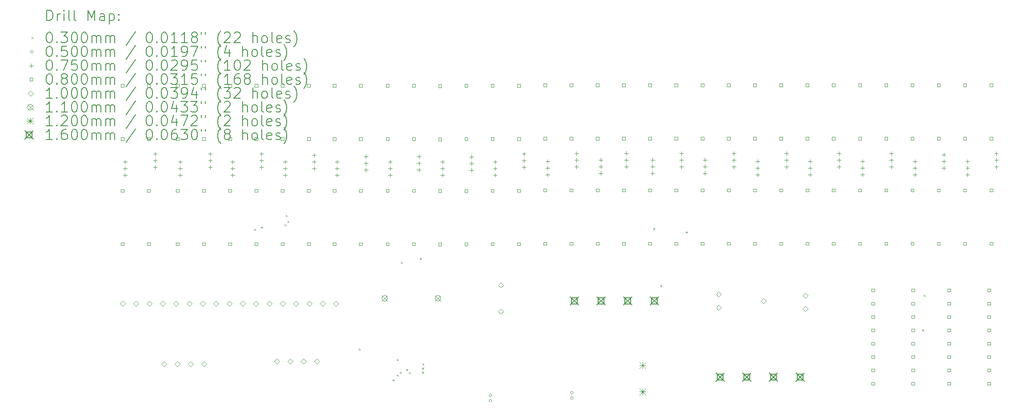
<source format=gbr>
%TF.GenerationSoftware,KiCad,Pcbnew,8.0.5*%
%TF.CreationDate,2024-10-01T12:40:23+02:00*%
%TF.ProjectId,e,652e6b69-6361-4645-9f70-636258585858,rev?*%
%TF.SameCoordinates,Original*%
%TF.FileFunction,Drillmap*%
%TF.FilePolarity,Positive*%
%FSLAX45Y45*%
G04 Gerber Fmt 4.5, Leading zero omitted, Abs format (unit mm)*
G04 Created by KiCad (PCBNEW 8.0.5) date 2024-10-01 12:40:23*
%MOMM*%
%LPD*%
G01*
G04 APERTURE LIST*
%ADD10C,0.200000*%
%ADD11C,0.100000*%
%ADD12C,0.110000*%
%ADD13C,0.120000*%
%ADD14C,0.160000*%
G04 APERTURE END LIST*
D10*
D11*
X4210280Y-4274570D02*
X4240280Y-4304570D01*
X4240280Y-4274570D02*
X4210280Y-4304570D01*
X4339990Y-4233620D02*
X4369990Y-4263620D01*
X4369990Y-4233620D02*
X4339990Y-4263620D01*
X4787670Y-4185660D02*
X4817670Y-4215660D01*
X4817670Y-4185660D02*
X4787670Y-4215660D01*
X4808070Y-4015730D02*
X4838070Y-4045730D01*
X4838070Y-4015730D02*
X4808070Y-4045730D01*
X4842500Y-4124780D02*
X4872500Y-4154780D01*
X4872500Y-4124780D02*
X4842500Y-4154780D01*
X6204130Y-6559460D02*
X6234130Y-6589460D01*
X6234130Y-6559460D02*
X6204130Y-6589460D01*
X6848090Y-7147630D02*
X6878090Y-7177630D01*
X6878090Y-7147630D02*
X6848090Y-7177630D01*
X6926190Y-7054390D02*
X6956190Y-7084390D01*
X6956190Y-7054390D02*
X6926190Y-7084390D01*
X6926330Y-6758650D02*
X6956330Y-6788650D01*
X6956330Y-6758650D02*
X6926330Y-6788650D01*
X6986500Y-7000860D02*
X7016500Y-7030860D01*
X7016500Y-7000860D02*
X6986500Y-7030860D01*
X7007930Y-4905580D02*
X7037930Y-4935580D01*
X7037930Y-4905580D02*
X7007930Y-4935580D01*
X7103840Y-6945500D02*
X7133840Y-6975500D01*
X7133840Y-6945500D02*
X7103840Y-6975500D01*
X7159290Y-7006430D02*
X7189290Y-7036430D01*
X7189290Y-7006430D02*
X7159290Y-7036430D01*
X7364800Y-4829230D02*
X7394800Y-4859230D01*
X7394800Y-4829230D02*
X7364800Y-4859230D01*
X7407890Y-7000660D02*
X7437890Y-7030660D01*
X7437890Y-7000660D02*
X7407890Y-7030660D01*
X7408840Y-6920480D02*
X7438840Y-6950480D01*
X7438840Y-6920480D02*
X7408840Y-6950480D01*
X7416080Y-6840300D02*
X7446080Y-6870300D01*
X7446080Y-6840300D02*
X7416080Y-6870300D01*
X11810500Y-4265890D02*
X11840500Y-4295890D01*
X11840500Y-4265890D02*
X11810500Y-4295890D01*
X11947010Y-5346190D02*
X11977010Y-5376190D01*
X11977010Y-5346190D02*
X11947010Y-5376190D01*
X12435950Y-4326070D02*
X12465950Y-4356070D01*
X12465950Y-4326070D02*
X12435950Y-4356070D01*
X16934540Y-6193000D02*
X16964540Y-6223000D01*
X16964540Y-6193000D02*
X16934540Y-6223000D01*
X16965180Y-5535050D02*
X16995180Y-5565050D01*
X16995180Y-5535050D02*
X16965180Y-5565050D01*
X8737000Y-7450000D02*
G75*
G02*
X8687000Y-7450000I-25000J0D01*
G01*
X8687000Y-7450000D02*
G75*
G02*
X8737000Y-7450000I25000J0D01*
G01*
X8737000Y-7550000D02*
G75*
G02*
X8687000Y-7550000I-25000J0D01*
G01*
X8687000Y-7550000D02*
G75*
G02*
X8737000Y-7550000I25000J0D01*
G01*
X10287000Y-7400000D02*
G75*
G02*
X10237000Y-7400000I-25000J0D01*
G01*
X10237000Y-7400000D02*
G75*
G02*
X10287000Y-7400000I25000J0D01*
G01*
X10287000Y-7500000D02*
G75*
G02*
X10237000Y-7500000I-25000J0D01*
G01*
X10237000Y-7500000D02*
G75*
G02*
X10287000Y-7500000I25000J0D01*
G01*
X1750000Y-2962500D02*
X1750000Y-3037500D01*
X1712500Y-3000000D02*
X1787500Y-3000000D01*
X1750000Y-3089500D02*
X1750000Y-3164500D01*
X1712500Y-3127000D02*
X1787500Y-3127000D01*
X1750000Y-3216500D02*
X1750000Y-3291500D01*
X1712500Y-3254000D02*
X1787500Y-3254000D01*
X2323000Y-2812500D02*
X2323000Y-2887500D01*
X2285500Y-2850000D02*
X2360500Y-2850000D01*
X2323000Y-2939500D02*
X2323000Y-3014500D01*
X2285500Y-2977000D02*
X2360500Y-2977000D01*
X2323000Y-3066500D02*
X2323000Y-3141500D01*
X2285500Y-3104000D02*
X2360500Y-3104000D01*
X2800000Y-2962500D02*
X2800000Y-3037500D01*
X2762500Y-3000000D02*
X2837500Y-3000000D01*
X2800000Y-3089500D02*
X2800000Y-3164500D01*
X2762500Y-3127000D02*
X2837500Y-3127000D01*
X2800000Y-3216500D02*
X2800000Y-3291500D01*
X2762500Y-3254000D02*
X2837500Y-3254000D01*
X3373000Y-2812500D02*
X3373000Y-2887500D01*
X3335500Y-2850000D02*
X3410500Y-2850000D01*
X3373000Y-2939500D02*
X3373000Y-3014500D01*
X3335500Y-2977000D02*
X3410500Y-2977000D01*
X3373000Y-3066500D02*
X3373000Y-3141500D01*
X3335500Y-3104000D02*
X3410500Y-3104000D01*
X3800000Y-2962500D02*
X3800000Y-3037500D01*
X3762500Y-3000000D02*
X3837500Y-3000000D01*
X3800000Y-3089500D02*
X3800000Y-3164500D01*
X3762500Y-3127000D02*
X3837500Y-3127000D01*
X3800000Y-3216500D02*
X3800000Y-3291500D01*
X3762500Y-3254000D02*
X3837500Y-3254000D01*
X4350000Y-2812500D02*
X4350000Y-2887500D01*
X4312500Y-2850000D02*
X4387500Y-2850000D01*
X4350000Y-2939500D02*
X4350000Y-3014500D01*
X4312500Y-2977000D02*
X4387500Y-2977000D01*
X4350000Y-3066500D02*
X4350000Y-3141500D01*
X4312500Y-3104000D02*
X4387500Y-3104000D01*
X4800000Y-2962500D02*
X4800000Y-3037500D01*
X4762500Y-3000000D02*
X4837500Y-3000000D01*
X4800000Y-3089500D02*
X4800000Y-3164500D01*
X4762500Y-3127000D02*
X4837500Y-3127000D01*
X4800000Y-3216500D02*
X4800000Y-3291500D01*
X4762500Y-3254000D02*
X4837500Y-3254000D01*
X5350000Y-2835500D02*
X5350000Y-2910500D01*
X5312500Y-2873000D02*
X5387500Y-2873000D01*
X5350000Y-2962500D02*
X5350000Y-3037500D01*
X5312500Y-3000000D02*
X5387500Y-3000000D01*
X5350000Y-3089500D02*
X5350000Y-3164500D01*
X5312500Y-3127000D02*
X5387500Y-3127000D01*
X5787000Y-2962500D02*
X5787000Y-3037500D01*
X5749500Y-3000000D02*
X5824500Y-3000000D01*
X5787000Y-3089500D02*
X5787000Y-3164500D01*
X5749500Y-3127000D02*
X5824500Y-3127000D01*
X5787000Y-3216500D02*
X5787000Y-3291500D01*
X5749500Y-3254000D02*
X5824500Y-3254000D01*
X6337000Y-2862500D02*
X6337000Y-2937500D01*
X6299500Y-2900000D02*
X6374500Y-2900000D01*
X6337000Y-2989500D02*
X6337000Y-3064500D01*
X6299500Y-3027000D02*
X6374500Y-3027000D01*
X6337000Y-3116500D02*
X6337000Y-3191500D01*
X6299500Y-3154000D02*
X6374500Y-3154000D01*
X6800000Y-2962500D02*
X6800000Y-3037500D01*
X6762500Y-3000000D02*
X6837500Y-3000000D01*
X6800000Y-3089500D02*
X6800000Y-3164500D01*
X6762500Y-3127000D02*
X6837500Y-3127000D01*
X6800000Y-3216500D02*
X6800000Y-3291500D01*
X6762500Y-3254000D02*
X6837500Y-3254000D01*
X7350000Y-2862500D02*
X7350000Y-2937500D01*
X7312500Y-2900000D02*
X7387500Y-2900000D01*
X7350000Y-2989500D02*
X7350000Y-3064500D01*
X7312500Y-3027000D02*
X7387500Y-3027000D01*
X7350000Y-3116500D02*
X7350000Y-3191500D01*
X7312500Y-3154000D02*
X7387500Y-3154000D01*
X7800000Y-2966500D02*
X7800000Y-3041500D01*
X7762500Y-3004000D02*
X7837500Y-3004000D01*
X7800000Y-3093500D02*
X7800000Y-3168500D01*
X7762500Y-3131000D02*
X7837500Y-3131000D01*
X7800000Y-3220500D02*
X7800000Y-3295500D01*
X7762500Y-3258000D02*
X7837500Y-3258000D01*
X8350000Y-2866500D02*
X8350000Y-2941500D01*
X8312500Y-2904000D02*
X8387500Y-2904000D01*
X8350000Y-2993500D02*
X8350000Y-3068500D01*
X8312500Y-3031000D02*
X8387500Y-3031000D01*
X8350000Y-3120500D02*
X8350000Y-3195500D01*
X8312500Y-3158000D02*
X8387500Y-3158000D01*
X8800000Y-2962500D02*
X8800000Y-3037500D01*
X8762500Y-3000000D02*
X8837500Y-3000000D01*
X8800000Y-3089500D02*
X8800000Y-3164500D01*
X8762500Y-3127000D02*
X8837500Y-3127000D01*
X8800000Y-3216500D02*
X8800000Y-3291500D01*
X8762500Y-3254000D02*
X8837500Y-3254000D01*
X9350000Y-2812500D02*
X9350000Y-2887500D01*
X9312500Y-2850000D02*
X9387500Y-2850000D01*
X9350000Y-2939500D02*
X9350000Y-3014500D01*
X9312500Y-2977000D02*
X9387500Y-2977000D01*
X9350000Y-3066500D02*
X9350000Y-3141500D01*
X9312500Y-3104000D02*
X9387500Y-3104000D01*
X9800000Y-2954500D02*
X9800000Y-3029500D01*
X9762500Y-2992000D02*
X9837500Y-2992000D01*
X9800000Y-3081500D02*
X9800000Y-3156500D01*
X9762500Y-3119000D02*
X9837500Y-3119000D01*
X9800000Y-3208500D02*
X9800000Y-3283500D01*
X9762500Y-3246000D02*
X9837500Y-3246000D01*
X10350000Y-2804500D02*
X10350000Y-2879500D01*
X10312500Y-2842000D02*
X10387500Y-2842000D01*
X10350000Y-2931500D02*
X10350000Y-3006500D01*
X10312500Y-2969000D02*
X10387500Y-2969000D01*
X10350000Y-3058500D02*
X10350000Y-3133500D01*
X10312500Y-3096000D02*
X10387500Y-3096000D01*
X10814000Y-2927500D02*
X10814000Y-3002500D01*
X10776500Y-2965000D02*
X10851500Y-2965000D01*
X10814000Y-3054500D02*
X10814000Y-3129500D01*
X10776500Y-3092000D02*
X10851500Y-3092000D01*
X10814000Y-3181500D02*
X10814000Y-3256500D01*
X10776500Y-3219000D02*
X10851500Y-3219000D01*
X11300000Y-2800500D02*
X11300000Y-2875500D01*
X11262500Y-2838000D02*
X11337500Y-2838000D01*
X11300000Y-2927500D02*
X11300000Y-3002500D01*
X11262500Y-2965000D02*
X11337500Y-2965000D01*
X11300000Y-3054500D02*
X11300000Y-3129500D01*
X11262500Y-3092000D02*
X11337500Y-3092000D01*
X11800000Y-2927500D02*
X11800000Y-3002500D01*
X11762500Y-2965000D02*
X11837500Y-2965000D01*
X11800000Y-3054500D02*
X11800000Y-3129500D01*
X11762500Y-3092000D02*
X11837500Y-3092000D01*
X11800000Y-3181500D02*
X11800000Y-3256500D01*
X11762500Y-3219000D02*
X11837500Y-3219000D01*
X12350000Y-2804500D02*
X12350000Y-2879500D01*
X12312500Y-2842000D02*
X12387500Y-2842000D01*
X12350000Y-2931500D02*
X12350000Y-3006500D01*
X12312500Y-2969000D02*
X12387500Y-2969000D01*
X12350000Y-3058500D02*
X12350000Y-3133500D01*
X12312500Y-3096000D02*
X12387500Y-3096000D01*
X12800000Y-2927500D02*
X12800000Y-3002500D01*
X12762500Y-2965000D02*
X12837500Y-2965000D01*
X12800000Y-3054500D02*
X12800000Y-3129500D01*
X12762500Y-3092000D02*
X12837500Y-3092000D01*
X12800000Y-3181500D02*
X12800000Y-3256500D01*
X12762500Y-3219000D02*
X12837500Y-3219000D01*
X13350000Y-2804500D02*
X13350000Y-2879500D01*
X13312500Y-2842000D02*
X13387500Y-2842000D01*
X13350000Y-2931500D02*
X13350000Y-3006500D01*
X13312500Y-2969000D02*
X13387500Y-2969000D01*
X13350000Y-3058500D02*
X13350000Y-3133500D01*
X13312500Y-3096000D02*
X13387500Y-3096000D01*
X13800000Y-2954500D02*
X13800000Y-3029500D01*
X13762500Y-2992000D02*
X13837500Y-2992000D01*
X13800000Y-3081500D02*
X13800000Y-3156500D01*
X13762500Y-3119000D02*
X13837500Y-3119000D01*
X13800000Y-3208500D02*
X13800000Y-3283500D01*
X13762500Y-3246000D02*
X13837500Y-3246000D01*
X14350000Y-2804500D02*
X14350000Y-2879500D01*
X14312500Y-2842000D02*
X14387500Y-2842000D01*
X14350000Y-2931500D02*
X14350000Y-3006500D01*
X14312500Y-2969000D02*
X14387500Y-2969000D01*
X14350000Y-3058500D02*
X14350000Y-3133500D01*
X14312500Y-3096000D02*
X14387500Y-3096000D01*
X14800000Y-2954500D02*
X14800000Y-3029500D01*
X14762500Y-2992000D02*
X14837500Y-2992000D01*
X14800000Y-3081500D02*
X14800000Y-3156500D01*
X14762500Y-3119000D02*
X14837500Y-3119000D01*
X14800000Y-3208500D02*
X14800000Y-3283500D01*
X14762500Y-3246000D02*
X14837500Y-3246000D01*
X15350000Y-2804500D02*
X15350000Y-2879500D01*
X15312500Y-2842000D02*
X15387500Y-2842000D01*
X15350000Y-2931500D02*
X15350000Y-3006500D01*
X15312500Y-2969000D02*
X15387500Y-2969000D01*
X15350000Y-3058500D02*
X15350000Y-3133500D01*
X15312500Y-3096000D02*
X15387500Y-3096000D01*
X15800000Y-2954500D02*
X15800000Y-3029500D01*
X15762500Y-2992000D02*
X15837500Y-2992000D01*
X15800000Y-3081500D02*
X15800000Y-3156500D01*
X15762500Y-3119000D02*
X15837500Y-3119000D01*
X15800000Y-3208500D02*
X15800000Y-3283500D01*
X15762500Y-3246000D02*
X15837500Y-3246000D01*
X16350000Y-2804500D02*
X16350000Y-2879500D01*
X16312500Y-2842000D02*
X16387500Y-2842000D01*
X16350000Y-2931500D02*
X16350000Y-3006500D01*
X16312500Y-2969000D02*
X16387500Y-2969000D01*
X16350000Y-3058500D02*
X16350000Y-3133500D01*
X16312500Y-3096000D02*
X16387500Y-3096000D01*
X16800000Y-2954500D02*
X16800000Y-3029500D01*
X16762500Y-2992000D02*
X16837500Y-2992000D01*
X16800000Y-3081500D02*
X16800000Y-3156500D01*
X16762500Y-3119000D02*
X16837500Y-3119000D01*
X16800000Y-3208500D02*
X16800000Y-3283500D01*
X16762500Y-3246000D02*
X16837500Y-3246000D01*
X17350000Y-2827500D02*
X17350000Y-2902500D01*
X17312500Y-2865000D02*
X17387500Y-2865000D01*
X17350000Y-2954500D02*
X17350000Y-3029500D01*
X17312500Y-2992000D02*
X17387500Y-2992000D01*
X17350000Y-3081500D02*
X17350000Y-3156500D01*
X17312500Y-3119000D02*
X17387500Y-3119000D01*
X17800000Y-2954500D02*
X17800000Y-3029500D01*
X17762500Y-2992000D02*
X17837500Y-2992000D01*
X17800000Y-3081500D02*
X17800000Y-3156500D01*
X17762500Y-3119000D02*
X17837500Y-3119000D01*
X17800000Y-3208500D02*
X17800000Y-3283500D01*
X17762500Y-3246000D02*
X17837500Y-3246000D01*
X18350000Y-2804500D02*
X18350000Y-2879500D01*
X18312500Y-2842000D02*
X18387500Y-2842000D01*
X18350000Y-2931500D02*
X18350000Y-3006500D01*
X18312500Y-2969000D02*
X18387500Y-2969000D01*
X18350000Y-3058500D02*
X18350000Y-3133500D01*
X18312500Y-3096000D02*
X18387500Y-3096000D01*
X1728284Y-1578284D02*
X1728284Y-1521715D01*
X1671715Y-1521715D01*
X1671715Y-1578284D01*
X1728284Y-1578284D01*
X1728284Y-2594285D02*
X1728284Y-2537716D01*
X1671715Y-2537716D01*
X1671715Y-2594285D01*
X1728284Y-2594285D01*
X1728284Y-3578284D02*
X1728284Y-3521715D01*
X1671715Y-3521715D01*
X1671715Y-3578284D01*
X1728284Y-3578284D01*
X1728284Y-4594285D02*
X1728284Y-4537716D01*
X1671715Y-4537716D01*
X1671715Y-4594285D01*
X1728284Y-4594285D01*
X2228285Y-1578284D02*
X2228285Y-1521715D01*
X2171716Y-1521715D01*
X2171716Y-1578284D01*
X2228285Y-1578284D01*
X2228285Y-2594285D02*
X2228285Y-2537716D01*
X2171716Y-2537716D01*
X2171716Y-2594285D01*
X2228285Y-2594285D01*
X2228285Y-3578284D02*
X2228285Y-3521715D01*
X2171716Y-3521715D01*
X2171716Y-3578284D01*
X2228285Y-3578284D01*
X2228285Y-4594285D02*
X2228285Y-4537716D01*
X2171716Y-4537716D01*
X2171716Y-4594285D01*
X2228285Y-4594285D01*
X2778285Y-1578284D02*
X2778285Y-1521715D01*
X2721716Y-1521715D01*
X2721716Y-1578284D01*
X2778285Y-1578284D01*
X2778285Y-2594285D02*
X2778285Y-2537716D01*
X2721716Y-2537716D01*
X2721716Y-2594285D01*
X2778285Y-2594285D01*
X2778285Y-3578284D02*
X2778285Y-3521715D01*
X2721716Y-3521715D01*
X2721716Y-3578284D01*
X2778285Y-3578284D01*
X2778285Y-4594285D02*
X2778285Y-4537716D01*
X2721716Y-4537716D01*
X2721716Y-4594285D01*
X2778285Y-4594285D01*
X3278284Y-1578284D02*
X3278284Y-1521715D01*
X3221715Y-1521715D01*
X3221715Y-1578284D01*
X3278284Y-1578284D01*
X3278284Y-2594285D02*
X3278284Y-2537716D01*
X3221715Y-2537716D01*
X3221715Y-2594285D01*
X3278284Y-2594285D01*
X3278284Y-3578284D02*
X3278284Y-3521715D01*
X3221715Y-3521715D01*
X3221715Y-3578284D01*
X3278284Y-3578284D01*
X3278284Y-4594285D02*
X3278284Y-4537716D01*
X3221715Y-4537716D01*
X3221715Y-4594285D01*
X3278284Y-4594285D01*
X3778284Y-1578284D02*
X3778284Y-1521715D01*
X3721715Y-1521715D01*
X3721715Y-1578284D01*
X3778284Y-1578284D01*
X3778284Y-2594285D02*
X3778284Y-2537716D01*
X3721715Y-2537716D01*
X3721715Y-2594285D01*
X3778284Y-2594285D01*
X3778284Y-3578284D02*
X3778284Y-3521715D01*
X3721715Y-3521715D01*
X3721715Y-3578284D01*
X3778284Y-3578284D01*
X3778284Y-4594285D02*
X3778284Y-4537716D01*
X3721715Y-4537716D01*
X3721715Y-4594285D01*
X3778284Y-4594285D01*
X4278285Y-1578284D02*
X4278285Y-1521715D01*
X4221716Y-1521715D01*
X4221716Y-1578284D01*
X4278285Y-1578284D01*
X4278285Y-2594285D02*
X4278285Y-2537716D01*
X4221716Y-2537716D01*
X4221716Y-2594285D01*
X4278285Y-2594285D01*
X4278285Y-3578284D02*
X4278285Y-3521715D01*
X4221716Y-3521715D01*
X4221716Y-3578284D01*
X4278285Y-3578284D01*
X4278285Y-4594285D02*
X4278285Y-4537716D01*
X4221716Y-4537716D01*
X4221716Y-4594285D01*
X4278285Y-4594285D01*
X4778285Y-1578284D02*
X4778285Y-1521715D01*
X4721716Y-1521715D01*
X4721716Y-1578284D01*
X4778285Y-1578284D01*
X4778285Y-2594285D02*
X4778285Y-2537716D01*
X4721716Y-2537716D01*
X4721716Y-2594285D01*
X4778285Y-2594285D01*
X4778285Y-3578284D02*
X4778285Y-3521715D01*
X4721716Y-3521715D01*
X4721716Y-3578284D01*
X4778285Y-3578284D01*
X4778285Y-4594285D02*
X4778285Y-4537716D01*
X4721716Y-4537716D01*
X4721716Y-4594285D01*
X4778285Y-4594285D01*
X5278285Y-1578284D02*
X5278285Y-1521715D01*
X5221716Y-1521715D01*
X5221716Y-1578284D01*
X5278285Y-1578284D01*
X5278285Y-2594285D02*
X5278285Y-2537716D01*
X5221716Y-2537716D01*
X5221716Y-2594285D01*
X5278285Y-2594285D01*
X5278285Y-3578284D02*
X5278285Y-3521715D01*
X5221716Y-3521715D01*
X5221716Y-3578284D01*
X5278285Y-3578284D01*
X5278285Y-4594285D02*
X5278285Y-4537716D01*
X5221716Y-4537716D01*
X5221716Y-4594285D01*
X5278285Y-4594285D01*
X5765284Y-1578284D02*
X5765284Y-1521715D01*
X5708715Y-1521715D01*
X5708715Y-1578284D01*
X5765284Y-1578284D01*
X5765284Y-2594285D02*
X5765284Y-2537716D01*
X5708715Y-2537716D01*
X5708715Y-2594285D01*
X5765284Y-2594285D01*
X5765284Y-3578284D02*
X5765284Y-3521715D01*
X5708715Y-3521715D01*
X5708715Y-3578284D01*
X5765284Y-3578284D01*
X5765284Y-4594285D02*
X5765284Y-4537716D01*
X5708715Y-4537716D01*
X5708715Y-4594285D01*
X5765284Y-4594285D01*
X6265284Y-1578284D02*
X6265284Y-1521715D01*
X6208715Y-1521715D01*
X6208715Y-1578284D01*
X6265284Y-1578284D01*
X6265284Y-2594285D02*
X6265284Y-2537716D01*
X6208715Y-2537716D01*
X6208715Y-2594285D01*
X6265284Y-2594285D01*
X6265284Y-3578284D02*
X6265284Y-3521715D01*
X6208715Y-3521715D01*
X6208715Y-3578284D01*
X6265284Y-3578284D01*
X6265284Y-4594285D02*
X6265284Y-4537716D01*
X6208715Y-4537716D01*
X6208715Y-4594285D01*
X6265284Y-4594285D01*
X6778284Y-1578284D02*
X6778284Y-1521715D01*
X6721715Y-1521715D01*
X6721715Y-1578284D01*
X6778284Y-1578284D01*
X6778284Y-2594285D02*
X6778284Y-2537716D01*
X6721715Y-2537716D01*
X6721715Y-2594285D01*
X6778284Y-2594285D01*
X6778284Y-3578284D02*
X6778284Y-3521715D01*
X6721715Y-3521715D01*
X6721715Y-3578284D01*
X6778284Y-3578284D01*
X6778284Y-4594285D02*
X6778284Y-4537716D01*
X6721715Y-4537716D01*
X6721715Y-4594285D01*
X6778284Y-4594285D01*
X7278284Y-1578284D02*
X7278284Y-1521715D01*
X7221715Y-1521715D01*
X7221715Y-1578284D01*
X7278284Y-1578284D01*
X7278284Y-2594285D02*
X7278284Y-2537716D01*
X7221715Y-2537716D01*
X7221715Y-2594285D01*
X7278284Y-2594285D01*
X7278284Y-3578284D02*
X7278284Y-3521715D01*
X7221715Y-3521715D01*
X7221715Y-3578284D01*
X7278284Y-3578284D01*
X7278284Y-4594285D02*
X7278284Y-4537716D01*
X7221715Y-4537716D01*
X7221715Y-4594285D01*
X7278284Y-4594285D01*
X7778284Y-1582284D02*
X7778284Y-1525715D01*
X7721715Y-1525715D01*
X7721715Y-1582284D01*
X7778284Y-1582284D01*
X7778284Y-2598285D02*
X7778284Y-2541716D01*
X7721715Y-2541716D01*
X7721715Y-2598285D01*
X7778284Y-2598285D01*
X7778284Y-3582284D02*
X7778284Y-3525715D01*
X7721715Y-3525715D01*
X7721715Y-3582284D01*
X7778284Y-3582284D01*
X7778284Y-4598285D02*
X7778284Y-4541716D01*
X7721715Y-4541716D01*
X7721715Y-4598285D01*
X7778284Y-4598285D01*
X8278284Y-1574284D02*
X8278284Y-1517715D01*
X8221715Y-1517715D01*
X8221715Y-1574284D01*
X8278284Y-1574284D01*
X8278284Y-2590285D02*
X8278284Y-2533716D01*
X8221715Y-2533716D01*
X8221715Y-2590285D01*
X8278284Y-2590285D01*
X8278284Y-3582284D02*
X8278284Y-3525715D01*
X8221715Y-3525715D01*
X8221715Y-3582284D01*
X8278284Y-3582284D01*
X8278284Y-4598285D02*
X8278284Y-4541716D01*
X8221715Y-4541716D01*
X8221715Y-4598285D01*
X8278284Y-4598285D01*
X8778285Y-1578284D02*
X8778285Y-1521715D01*
X8721716Y-1521715D01*
X8721716Y-1578284D01*
X8778285Y-1578284D01*
X8778285Y-2594285D02*
X8778285Y-2537716D01*
X8721716Y-2537716D01*
X8721716Y-2594285D01*
X8778285Y-2594285D01*
X8778285Y-3578284D02*
X8778285Y-3521715D01*
X8721716Y-3521715D01*
X8721716Y-3578284D01*
X8778285Y-3578284D01*
X8778285Y-4594285D02*
X8778285Y-4537716D01*
X8721716Y-4537716D01*
X8721716Y-4594285D01*
X8778285Y-4594285D01*
X9278285Y-1578284D02*
X9278285Y-1521715D01*
X9221716Y-1521715D01*
X9221716Y-1578284D01*
X9278285Y-1578284D01*
X9278285Y-2594285D02*
X9278285Y-2537716D01*
X9221716Y-2537716D01*
X9221716Y-2594285D01*
X9278285Y-2594285D01*
X9278285Y-3578284D02*
X9278285Y-3521715D01*
X9221716Y-3521715D01*
X9221716Y-3578284D01*
X9278285Y-3578284D01*
X9278285Y-4594285D02*
X9278285Y-4537716D01*
X9221716Y-4537716D01*
X9221716Y-4594285D01*
X9278285Y-4594285D01*
X9778285Y-1570284D02*
X9778285Y-1513715D01*
X9721716Y-1513715D01*
X9721716Y-1570284D01*
X9778285Y-1570284D01*
X9778285Y-2586285D02*
X9778285Y-2529716D01*
X9721716Y-2529716D01*
X9721716Y-2586285D01*
X9778285Y-2586285D01*
X9778285Y-3570284D02*
X9778285Y-3513715D01*
X9721716Y-3513715D01*
X9721716Y-3570284D01*
X9778285Y-3570284D01*
X9778285Y-4586285D02*
X9778285Y-4529716D01*
X9721716Y-4529716D01*
X9721716Y-4586285D01*
X9778285Y-4586285D01*
X10278285Y-1570284D02*
X10278285Y-1513715D01*
X10221716Y-1513715D01*
X10221716Y-1570284D01*
X10278285Y-1570284D01*
X10278285Y-2586285D02*
X10278285Y-2529716D01*
X10221716Y-2529716D01*
X10221716Y-2586285D01*
X10278285Y-2586285D01*
X10278285Y-3570284D02*
X10278285Y-3513715D01*
X10221716Y-3513715D01*
X10221716Y-3570284D01*
X10278285Y-3570284D01*
X10278285Y-4586285D02*
X10278285Y-4529716D01*
X10221716Y-4529716D01*
X10221716Y-4586285D01*
X10278285Y-4586285D01*
X10778285Y-1570284D02*
X10778285Y-1513715D01*
X10721716Y-1513715D01*
X10721716Y-1570284D01*
X10778285Y-1570284D01*
X10778285Y-2586285D02*
X10778285Y-2529716D01*
X10721716Y-2529716D01*
X10721716Y-2586285D01*
X10778285Y-2586285D01*
X10778285Y-3570284D02*
X10778285Y-3513715D01*
X10721716Y-3513715D01*
X10721716Y-3570284D01*
X10778285Y-3570284D01*
X10778285Y-4586285D02*
X10778285Y-4529716D01*
X10721716Y-4529716D01*
X10721716Y-4586285D01*
X10778285Y-4586285D01*
X11278284Y-1570284D02*
X11278284Y-1513715D01*
X11221715Y-1513715D01*
X11221715Y-1570284D01*
X11278284Y-1570284D01*
X11278284Y-2586285D02*
X11278284Y-2529716D01*
X11221715Y-2529716D01*
X11221715Y-2586285D01*
X11278284Y-2586285D01*
X11278284Y-3570284D02*
X11278284Y-3513715D01*
X11221715Y-3513715D01*
X11221715Y-3570284D01*
X11278284Y-3570284D01*
X11278284Y-4586285D02*
X11278284Y-4529716D01*
X11221715Y-4529716D01*
X11221715Y-4586285D01*
X11278284Y-4586285D01*
X11778284Y-1570284D02*
X11778284Y-1513715D01*
X11721715Y-1513715D01*
X11721715Y-1570284D01*
X11778284Y-1570284D01*
X11778284Y-2586285D02*
X11778284Y-2529716D01*
X11721715Y-2529716D01*
X11721715Y-2586285D01*
X11778284Y-2586285D01*
X11778284Y-3570284D02*
X11778284Y-3513715D01*
X11721715Y-3513715D01*
X11721715Y-3570284D01*
X11778284Y-3570284D01*
X11778284Y-4586285D02*
X11778284Y-4529716D01*
X11721715Y-4529716D01*
X11721715Y-4586285D01*
X11778284Y-4586285D01*
X12278284Y-1570284D02*
X12278284Y-1513715D01*
X12221715Y-1513715D01*
X12221715Y-1570284D01*
X12278284Y-1570284D01*
X12278284Y-2586285D02*
X12278284Y-2529716D01*
X12221715Y-2529716D01*
X12221715Y-2586285D01*
X12278284Y-2586285D01*
X12278284Y-3570284D02*
X12278284Y-3513715D01*
X12221715Y-3513715D01*
X12221715Y-3570284D01*
X12278284Y-3570284D01*
X12278284Y-4586285D02*
X12278284Y-4529716D01*
X12221715Y-4529716D01*
X12221715Y-4586285D01*
X12278284Y-4586285D01*
X12778284Y-1570284D02*
X12778284Y-1513715D01*
X12721715Y-1513715D01*
X12721715Y-1570284D01*
X12778284Y-1570284D01*
X12778284Y-2586285D02*
X12778284Y-2529716D01*
X12721715Y-2529716D01*
X12721715Y-2586285D01*
X12778284Y-2586285D01*
X12778284Y-3570284D02*
X12778284Y-3513715D01*
X12721715Y-3513715D01*
X12721715Y-3570284D01*
X12778284Y-3570284D01*
X12778284Y-4586285D02*
X12778284Y-4529716D01*
X12721715Y-4529716D01*
X12721715Y-4586285D01*
X12778284Y-4586285D01*
X13278284Y-1570284D02*
X13278284Y-1513715D01*
X13221715Y-1513715D01*
X13221715Y-1570284D01*
X13278284Y-1570284D01*
X13278284Y-2586285D02*
X13278284Y-2529716D01*
X13221715Y-2529716D01*
X13221715Y-2586285D01*
X13278284Y-2586285D01*
X13278284Y-3570284D02*
X13278284Y-3513715D01*
X13221715Y-3513715D01*
X13221715Y-3570284D01*
X13278284Y-3570284D01*
X13278284Y-4586285D02*
X13278284Y-4529716D01*
X13221715Y-4529716D01*
X13221715Y-4586285D01*
X13278284Y-4586285D01*
X13778284Y-1570284D02*
X13778284Y-1513715D01*
X13721715Y-1513715D01*
X13721715Y-1570284D01*
X13778284Y-1570284D01*
X13778284Y-2586285D02*
X13778284Y-2529716D01*
X13721715Y-2529716D01*
X13721715Y-2586285D01*
X13778284Y-2586285D01*
X13778284Y-3570284D02*
X13778284Y-3513715D01*
X13721715Y-3513715D01*
X13721715Y-3570284D01*
X13778284Y-3570284D01*
X13778284Y-4586285D02*
X13778284Y-4529716D01*
X13721715Y-4529716D01*
X13721715Y-4586285D01*
X13778284Y-4586285D01*
X14278284Y-1570284D02*
X14278284Y-1513715D01*
X14221715Y-1513715D01*
X14221715Y-1570284D01*
X14278284Y-1570284D01*
X14278284Y-2586285D02*
X14278284Y-2529716D01*
X14221715Y-2529716D01*
X14221715Y-2586285D01*
X14278284Y-2586285D01*
X14278284Y-3570284D02*
X14278284Y-3513715D01*
X14221715Y-3513715D01*
X14221715Y-3570284D01*
X14278284Y-3570284D01*
X14278284Y-4586285D02*
X14278284Y-4529716D01*
X14221715Y-4529716D01*
X14221715Y-4586285D01*
X14278284Y-4586285D01*
X14778284Y-1570284D02*
X14778284Y-1513715D01*
X14721715Y-1513715D01*
X14721715Y-1570284D01*
X14778284Y-1570284D01*
X14778284Y-2586285D02*
X14778284Y-2529716D01*
X14721715Y-2529716D01*
X14721715Y-2586285D01*
X14778284Y-2586285D01*
X14778284Y-3570284D02*
X14778284Y-3513715D01*
X14721715Y-3513715D01*
X14721715Y-3570284D01*
X14778284Y-3570284D01*
X14778284Y-4586285D02*
X14778284Y-4529716D01*
X14721715Y-4529716D01*
X14721715Y-4586285D01*
X14778284Y-4586285D01*
X15278284Y-1570284D02*
X15278284Y-1513715D01*
X15221715Y-1513715D01*
X15221715Y-1570284D01*
X15278284Y-1570284D01*
X15278284Y-2586285D02*
X15278284Y-2529716D01*
X15221715Y-2529716D01*
X15221715Y-2586285D01*
X15278284Y-2586285D01*
X15278284Y-3570284D02*
X15278284Y-3513715D01*
X15221715Y-3513715D01*
X15221715Y-3570284D01*
X15278284Y-3570284D01*
X15278284Y-4586285D02*
X15278284Y-4529716D01*
X15221715Y-4529716D01*
X15221715Y-4586285D01*
X15278284Y-4586285D01*
X15778284Y-1570284D02*
X15778284Y-1513715D01*
X15721715Y-1513715D01*
X15721715Y-1570284D01*
X15778284Y-1570284D01*
X15778284Y-2586285D02*
X15778284Y-2529716D01*
X15721715Y-2529716D01*
X15721715Y-2586285D01*
X15778284Y-2586285D01*
X15778284Y-3570284D02*
X15778284Y-3513715D01*
X15721715Y-3513715D01*
X15721715Y-3570284D01*
X15778284Y-3570284D01*
X15778284Y-4586285D02*
X15778284Y-4529716D01*
X15721715Y-4529716D01*
X15721715Y-4586285D01*
X15778284Y-4586285D01*
X16028284Y-5474285D02*
X16028284Y-5417716D01*
X15971715Y-5417716D01*
X15971715Y-5474285D01*
X16028284Y-5474285D01*
X16028284Y-5728284D02*
X16028284Y-5671715D01*
X15971715Y-5671715D01*
X15971715Y-5728284D01*
X16028284Y-5728284D01*
X16028284Y-5982284D02*
X16028284Y-5925715D01*
X15971715Y-5925715D01*
X15971715Y-5982284D01*
X16028284Y-5982284D01*
X16028284Y-6236284D02*
X16028284Y-6179715D01*
X15971715Y-6179715D01*
X15971715Y-6236284D01*
X16028284Y-6236284D01*
X16028284Y-6490284D02*
X16028284Y-6433715D01*
X15971715Y-6433715D01*
X15971715Y-6490284D01*
X16028284Y-6490284D01*
X16028284Y-6744284D02*
X16028284Y-6687715D01*
X15971715Y-6687715D01*
X15971715Y-6744284D01*
X16028284Y-6744284D01*
X16028284Y-6998284D02*
X16028284Y-6941715D01*
X15971715Y-6941715D01*
X15971715Y-6998284D01*
X16028284Y-6998284D01*
X16028284Y-7252284D02*
X16028284Y-7195715D01*
X15971715Y-7195715D01*
X15971715Y-7252284D01*
X16028284Y-7252284D01*
X16278284Y-1570284D02*
X16278284Y-1513715D01*
X16221715Y-1513715D01*
X16221715Y-1570284D01*
X16278284Y-1570284D01*
X16278284Y-2586285D02*
X16278284Y-2529716D01*
X16221715Y-2529716D01*
X16221715Y-2586285D01*
X16278284Y-2586285D01*
X16278284Y-3570284D02*
X16278284Y-3513715D01*
X16221715Y-3513715D01*
X16221715Y-3570284D01*
X16278284Y-3570284D01*
X16278284Y-4586285D02*
X16278284Y-4529716D01*
X16221715Y-4529716D01*
X16221715Y-4586285D01*
X16278284Y-4586285D01*
X16778285Y-1570284D02*
X16778285Y-1513715D01*
X16721715Y-1513715D01*
X16721715Y-1570284D01*
X16778285Y-1570284D01*
X16778285Y-2586285D02*
X16778285Y-2529716D01*
X16721715Y-2529716D01*
X16721715Y-2586285D01*
X16778285Y-2586285D01*
X16778285Y-3570284D02*
X16778285Y-3513715D01*
X16721715Y-3513715D01*
X16721715Y-3570284D01*
X16778285Y-3570284D01*
X16778285Y-4586285D02*
X16778285Y-4529716D01*
X16721715Y-4529716D01*
X16721715Y-4586285D01*
X16778285Y-4586285D01*
X16790285Y-5474285D02*
X16790285Y-5417716D01*
X16733715Y-5417716D01*
X16733715Y-5474285D01*
X16790285Y-5474285D01*
X16790285Y-5728284D02*
X16790285Y-5671715D01*
X16733715Y-5671715D01*
X16733715Y-5728284D01*
X16790285Y-5728284D01*
X16790285Y-5982284D02*
X16790285Y-5925715D01*
X16733715Y-5925715D01*
X16733715Y-5982284D01*
X16790285Y-5982284D01*
X16790285Y-6236284D02*
X16790285Y-6179715D01*
X16733715Y-6179715D01*
X16733715Y-6236284D01*
X16790285Y-6236284D01*
X16790285Y-6490284D02*
X16790285Y-6433715D01*
X16733715Y-6433715D01*
X16733715Y-6490284D01*
X16790285Y-6490284D01*
X16790285Y-6744284D02*
X16790285Y-6687715D01*
X16733715Y-6687715D01*
X16733715Y-6744284D01*
X16790285Y-6744284D01*
X16790285Y-6998284D02*
X16790285Y-6941715D01*
X16733715Y-6941715D01*
X16733715Y-6998284D01*
X16790285Y-6998284D01*
X16790285Y-7252284D02*
X16790285Y-7195715D01*
X16733715Y-7195715D01*
X16733715Y-7252284D01*
X16790285Y-7252284D01*
X17278285Y-1570284D02*
X17278285Y-1513715D01*
X17221716Y-1513715D01*
X17221716Y-1570284D01*
X17278285Y-1570284D01*
X17278285Y-2586285D02*
X17278285Y-2529716D01*
X17221716Y-2529716D01*
X17221716Y-2586285D01*
X17278285Y-2586285D01*
X17278285Y-3570284D02*
X17278285Y-3513715D01*
X17221716Y-3513715D01*
X17221716Y-3570284D01*
X17278285Y-3570284D01*
X17278285Y-4586285D02*
X17278285Y-4529716D01*
X17221716Y-4529716D01*
X17221716Y-4586285D01*
X17278285Y-4586285D01*
X17478285Y-5474285D02*
X17478285Y-5417716D01*
X17421716Y-5417716D01*
X17421716Y-5474285D01*
X17478285Y-5474285D01*
X17478285Y-5728284D02*
X17478285Y-5671715D01*
X17421716Y-5671715D01*
X17421716Y-5728284D01*
X17478285Y-5728284D01*
X17478285Y-5982284D02*
X17478285Y-5925715D01*
X17421716Y-5925715D01*
X17421716Y-5982284D01*
X17478285Y-5982284D01*
X17478285Y-6236284D02*
X17478285Y-6179715D01*
X17421716Y-6179715D01*
X17421716Y-6236284D01*
X17478285Y-6236284D01*
X17478285Y-6490284D02*
X17478285Y-6433715D01*
X17421716Y-6433715D01*
X17421716Y-6490284D01*
X17478285Y-6490284D01*
X17478285Y-6744284D02*
X17478285Y-6687715D01*
X17421716Y-6687715D01*
X17421716Y-6744284D01*
X17478285Y-6744284D01*
X17478285Y-6998284D02*
X17478285Y-6941715D01*
X17421716Y-6941715D01*
X17421716Y-6998284D01*
X17478285Y-6998284D01*
X17478285Y-7252284D02*
X17478285Y-7195715D01*
X17421716Y-7195715D01*
X17421716Y-7252284D01*
X17478285Y-7252284D01*
X17778285Y-1570284D02*
X17778285Y-1513715D01*
X17721716Y-1513715D01*
X17721716Y-1570284D01*
X17778285Y-1570284D01*
X17778285Y-2586285D02*
X17778285Y-2529716D01*
X17721716Y-2529716D01*
X17721716Y-2586285D01*
X17778285Y-2586285D01*
X17778285Y-3570284D02*
X17778285Y-3513715D01*
X17721716Y-3513715D01*
X17721716Y-3570284D01*
X17778285Y-3570284D01*
X17778285Y-4586285D02*
X17778285Y-4529716D01*
X17721716Y-4529716D01*
X17721716Y-4586285D01*
X17778285Y-4586285D01*
X18240285Y-5474285D02*
X18240285Y-5417716D01*
X18183716Y-5417716D01*
X18183716Y-5474285D01*
X18240285Y-5474285D01*
X18240285Y-5728284D02*
X18240285Y-5671715D01*
X18183716Y-5671715D01*
X18183716Y-5728284D01*
X18240285Y-5728284D01*
X18240285Y-5982284D02*
X18240285Y-5925715D01*
X18183716Y-5925715D01*
X18183716Y-5982284D01*
X18240285Y-5982284D01*
X18240285Y-6236284D02*
X18240285Y-6179715D01*
X18183716Y-6179715D01*
X18183716Y-6236284D01*
X18240285Y-6236284D01*
X18240285Y-6490284D02*
X18240285Y-6433715D01*
X18183716Y-6433715D01*
X18183716Y-6490284D01*
X18240285Y-6490284D01*
X18240285Y-6744284D02*
X18240285Y-6687715D01*
X18183716Y-6687715D01*
X18183716Y-6744284D01*
X18240285Y-6744284D01*
X18240285Y-6998284D02*
X18240285Y-6941715D01*
X18183716Y-6941715D01*
X18183716Y-6998284D01*
X18240285Y-6998284D01*
X18240285Y-7252284D02*
X18240285Y-7195715D01*
X18183716Y-7195715D01*
X18183716Y-7252284D01*
X18240285Y-7252284D01*
X18278285Y-1570284D02*
X18278285Y-1513715D01*
X18221716Y-1513715D01*
X18221716Y-1570284D01*
X18278285Y-1570284D01*
X18278285Y-2586285D02*
X18278285Y-2529716D01*
X18221716Y-2529716D01*
X18221716Y-2586285D01*
X18278285Y-2586285D01*
X18278285Y-3570284D02*
X18278285Y-3513715D01*
X18221716Y-3513715D01*
X18221716Y-3570284D01*
X18278285Y-3570284D01*
X18278285Y-4586285D02*
X18278285Y-4529716D01*
X18221716Y-4529716D01*
X18221716Y-4586285D01*
X18278285Y-4586285D01*
X1702000Y-5750000D02*
X1752000Y-5700000D01*
X1702000Y-5650000D01*
X1652000Y-5700000D01*
X1702000Y-5750000D01*
X1956000Y-5750000D02*
X2006000Y-5700000D01*
X1956000Y-5650000D01*
X1906000Y-5700000D01*
X1956000Y-5750000D01*
X2210000Y-5750000D02*
X2260000Y-5700000D01*
X2210000Y-5650000D01*
X2160000Y-5700000D01*
X2210000Y-5750000D01*
X2464000Y-5750000D02*
X2514000Y-5700000D01*
X2464000Y-5650000D01*
X2414000Y-5700000D01*
X2464000Y-5750000D01*
X2492000Y-6900000D02*
X2542000Y-6850000D01*
X2492000Y-6800000D01*
X2442000Y-6850000D01*
X2492000Y-6900000D01*
X2718000Y-5750000D02*
X2768000Y-5700000D01*
X2718000Y-5650000D01*
X2668000Y-5700000D01*
X2718000Y-5750000D01*
X2746000Y-6900000D02*
X2796000Y-6850000D01*
X2746000Y-6800000D01*
X2696000Y-6850000D01*
X2746000Y-6900000D01*
X2972000Y-5750000D02*
X3022000Y-5700000D01*
X2972000Y-5650000D01*
X2922000Y-5700000D01*
X2972000Y-5750000D01*
X3000000Y-6900000D02*
X3050000Y-6850000D01*
X3000000Y-6800000D01*
X2950000Y-6850000D01*
X3000000Y-6900000D01*
X3226000Y-5750000D02*
X3276000Y-5700000D01*
X3226000Y-5650000D01*
X3176000Y-5700000D01*
X3226000Y-5750000D01*
X3254000Y-6900000D02*
X3304000Y-6850000D01*
X3254000Y-6800000D01*
X3204000Y-6850000D01*
X3254000Y-6900000D01*
X3480000Y-5750000D02*
X3530000Y-5700000D01*
X3480000Y-5650000D01*
X3430000Y-5700000D01*
X3480000Y-5750000D01*
X3734000Y-5750000D02*
X3784000Y-5700000D01*
X3734000Y-5650000D01*
X3684000Y-5700000D01*
X3734000Y-5750000D01*
X3988000Y-5750000D02*
X4038000Y-5700000D01*
X3988000Y-5650000D01*
X3938000Y-5700000D01*
X3988000Y-5750000D01*
X4242000Y-5750000D02*
X4292000Y-5700000D01*
X4242000Y-5650000D01*
X4192000Y-5700000D01*
X4242000Y-5750000D01*
X4496000Y-5750000D02*
X4546000Y-5700000D01*
X4496000Y-5650000D01*
X4446000Y-5700000D01*
X4496000Y-5750000D01*
X4642000Y-6850000D02*
X4692000Y-6800000D01*
X4642000Y-6750000D01*
X4592000Y-6800000D01*
X4642000Y-6850000D01*
X4750000Y-5750000D02*
X4800000Y-5700000D01*
X4750000Y-5650000D01*
X4700000Y-5700000D01*
X4750000Y-5750000D01*
X4896000Y-6850000D02*
X4946000Y-6800000D01*
X4896000Y-6750000D01*
X4846000Y-6800000D01*
X4896000Y-6850000D01*
X5004000Y-5750000D02*
X5054000Y-5700000D01*
X5004000Y-5650000D01*
X4954000Y-5700000D01*
X5004000Y-5750000D01*
X5150000Y-6850000D02*
X5200000Y-6800000D01*
X5150000Y-6750000D01*
X5100000Y-6800000D01*
X5150000Y-6850000D01*
X5258000Y-5750000D02*
X5308000Y-5700000D01*
X5258000Y-5650000D01*
X5208000Y-5700000D01*
X5258000Y-5750000D01*
X5404000Y-6850000D02*
X5454000Y-6800000D01*
X5404000Y-6750000D01*
X5354000Y-6800000D01*
X5404000Y-6850000D01*
X5512000Y-5750000D02*
X5562000Y-5700000D01*
X5512000Y-5650000D01*
X5462000Y-5700000D01*
X5512000Y-5750000D01*
X5766000Y-5750000D02*
X5816000Y-5700000D01*
X5766000Y-5650000D01*
X5716000Y-5700000D01*
X5766000Y-5750000D01*
X8912000Y-5400000D02*
X8962000Y-5350000D01*
X8912000Y-5300000D01*
X8862000Y-5350000D01*
X8912000Y-5400000D01*
X8912000Y-5900000D02*
X8962000Y-5850000D01*
X8912000Y-5800000D01*
X8862000Y-5850000D01*
X8912000Y-5900000D01*
X13062000Y-5573500D02*
X13112000Y-5523500D01*
X13062000Y-5473500D01*
X13012000Y-5523500D01*
X13062000Y-5573500D01*
X13062000Y-5827500D02*
X13112000Y-5777500D01*
X13062000Y-5727500D01*
X13012000Y-5777500D01*
X13062000Y-5827500D01*
X13912000Y-5700000D02*
X13962000Y-5650000D01*
X13912000Y-5600000D01*
X13862000Y-5650000D01*
X13912000Y-5700000D01*
X14712000Y-5600000D02*
X14762000Y-5550000D01*
X14712000Y-5500000D01*
X14662000Y-5550000D01*
X14712000Y-5600000D01*
X14712000Y-5854000D02*
X14762000Y-5804000D01*
X14712000Y-5754000D01*
X14662000Y-5804000D01*
X14712000Y-5854000D01*
D12*
X6641000Y-5545000D02*
X6751000Y-5655000D01*
X6751000Y-5545000D02*
X6641000Y-5655000D01*
X6751000Y-5600000D02*
G75*
G02*
X6641000Y-5600000I-55000J0D01*
G01*
X6641000Y-5600000D02*
G75*
G02*
X6751000Y-5600000I55000J0D01*
G01*
X7657000Y-5545000D02*
X7767000Y-5655000D01*
X7767000Y-5545000D02*
X7657000Y-5655000D01*
X7767000Y-5600000D02*
G75*
G02*
X7657000Y-5600000I-55000J0D01*
G01*
X7657000Y-5600000D02*
G75*
G02*
X7767000Y-5600000I55000J0D01*
G01*
D13*
X11552000Y-6821520D02*
X11672000Y-6941520D01*
X11672000Y-6821520D02*
X11552000Y-6941520D01*
X11612000Y-6821520D02*
X11612000Y-6941520D01*
X11552000Y-6881520D02*
X11672000Y-6881520D01*
X11552000Y-7321520D02*
X11672000Y-7441520D01*
X11672000Y-7321520D02*
X11552000Y-7441520D01*
X11612000Y-7321520D02*
X11612000Y-7441520D01*
X11552000Y-7381520D02*
X11672000Y-7381520D01*
D14*
X10232000Y-5570000D02*
X10392000Y-5730000D01*
X10392000Y-5570000D02*
X10232000Y-5730000D01*
X10368569Y-5706569D02*
X10368569Y-5593431D01*
X10255431Y-5593431D01*
X10255431Y-5706569D01*
X10368569Y-5706569D01*
X10740000Y-5570000D02*
X10900000Y-5730000D01*
X10900000Y-5570000D02*
X10740000Y-5730000D01*
X10876569Y-5706569D02*
X10876569Y-5593431D01*
X10763431Y-5593431D01*
X10763431Y-5706569D01*
X10876569Y-5706569D01*
X11248000Y-5570000D02*
X11408000Y-5730000D01*
X11408000Y-5570000D02*
X11248000Y-5730000D01*
X11384569Y-5706569D02*
X11384569Y-5593431D01*
X11271431Y-5593431D01*
X11271431Y-5706569D01*
X11384569Y-5706569D01*
X11756000Y-5570000D02*
X11916000Y-5730000D01*
X11916000Y-5570000D02*
X11756000Y-5730000D01*
X11892569Y-5706569D02*
X11892569Y-5593431D01*
X11779431Y-5593431D01*
X11779431Y-5706569D01*
X11892569Y-5706569D01*
X13008000Y-7020000D02*
X13168000Y-7180000D01*
X13168000Y-7020000D02*
X13008000Y-7180000D01*
X13144569Y-7156569D02*
X13144569Y-7043431D01*
X13031431Y-7043431D01*
X13031431Y-7156569D01*
X13144569Y-7156569D01*
X13516000Y-7020000D02*
X13676000Y-7180000D01*
X13676000Y-7020000D02*
X13516000Y-7180000D01*
X13652569Y-7156569D02*
X13652569Y-7043431D01*
X13539431Y-7043431D01*
X13539431Y-7156569D01*
X13652569Y-7156569D01*
X14024000Y-7020000D02*
X14184000Y-7180000D01*
X14184000Y-7020000D02*
X14024000Y-7180000D01*
X14160569Y-7156569D02*
X14160569Y-7043431D01*
X14047431Y-7043431D01*
X14047431Y-7156569D01*
X14160569Y-7156569D01*
X14532000Y-7020000D02*
X14692000Y-7180000D01*
X14692000Y-7020000D02*
X14532000Y-7180000D01*
X14668569Y-7156569D02*
X14668569Y-7043431D01*
X14555431Y-7043431D01*
X14555431Y-7156569D01*
X14668569Y-7156569D01*
D10*
X260777Y-311484D02*
X260777Y-111484D01*
X260777Y-111484D02*
X308396Y-111484D01*
X308396Y-111484D02*
X336967Y-121008D01*
X336967Y-121008D02*
X356015Y-140055D01*
X356015Y-140055D02*
X365539Y-159103D01*
X365539Y-159103D02*
X375062Y-197198D01*
X375062Y-197198D02*
X375062Y-225769D01*
X375062Y-225769D02*
X365539Y-263865D01*
X365539Y-263865D02*
X356015Y-282912D01*
X356015Y-282912D02*
X336967Y-301960D01*
X336967Y-301960D02*
X308396Y-311484D01*
X308396Y-311484D02*
X260777Y-311484D01*
X460777Y-311484D02*
X460777Y-178150D01*
X460777Y-216246D02*
X470301Y-197198D01*
X470301Y-197198D02*
X479824Y-187674D01*
X479824Y-187674D02*
X498872Y-178150D01*
X498872Y-178150D02*
X517920Y-178150D01*
X584586Y-311484D02*
X584586Y-178150D01*
X584586Y-111484D02*
X575063Y-121008D01*
X575063Y-121008D02*
X584586Y-130531D01*
X584586Y-130531D02*
X594110Y-121008D01*
X594110Y-121008D02*
X584586Y-111484D01*
X584586Y-111484D02*
X584586Y-130531D01*
X708396Y-311484D02*
X689348Y-301960D01*
X689348Y-301960D02*
X679824Y-282912D01*
X679824Y-282912D02*
X679824Y-111484D01*
X813158Y-311484D02*
X794110Y-301960D01*
X794110Y-301960D02*
X784586Y-282912D01*
X784586Y-282912D02*
X784586Y-111484D01*
X1041729Y-311484D02*
X1041729Y-111484D01*
X1041729Y-111484D02*
X1108396Y-254341D01*
X1108396Y-254341D02*
X1175063Y-111484D01*
X1175063Y-111484D02*
X1175063Y-311484D01*
X1356015Y-311484D02*
X1356015Y-206722D01*
X1356015Y-206722D02*
X1346491Y-187674D01*
X1346491Y-187674D02*
X1327444Y-178150D01*
X1327444Y-178150D02*
X1289348Y-178150D01*
X1289348Y-178150D02*
X1270301Y-187674D01*
X1356015Y-301960D02*
X1336967Y-311484D01*
X1336967Y-311484D02*
X1289348Y-311484D01*
X1289348Y-311484D02*
X1270301Y-301960D01*
X1270301Y-301960D02*
X1260777Y-282912D01*
X1260777Y-282912D02*
X1260777Y-263865D01*
X1260777Y-263865D02*
X1270301Y-244817D01*
X1270301Y-244817D02*
X1289348Y-235293D01*
X1289348Y-235293D02*
X1336967Y-235293D01*
X1336967Y-235293D02*
X1356015Y-225769D01*
X1451253Y-178150D02*
X1451253Y-378150D01*
X1451253Y-187674D02*
X1470301Y-178150D01*
X1470301Y-178150D02*
X1508396Y-178150D01*
X1508396Y-178150D02*
X1527443Y-187674D01*
X1527443Y-187674D02*
X1536967Y-197198D01*
X1536967Y-197198D02*
X1546491Y-216246D01*
X1546491Y-216246D02*
X1546491Y-273389D01*
X1546491Y-273389D02*
X1536967Y-292436D01*
X1536967Y-292436D02*
X1527443Y-301960D01*
X1527443Y-301960D02*
X1508396Y-311484D01*
X1508396Y-311484D02*
X1470301Y-311484D01*
X1470301Y-311484D02*
X1451253Y-301960D01*
X1632205Y-292436D02*
X1641729Y-301960D01*
X1641729Y-301960D02*
X1632205Y-311484D01*
X1632205Y-311484D02*
X1622682Y-301960D01*
X1622682Y-301960D02*
X1632205Y-292436D01*
X1632205Y-292436D02*
X1632205Y-311484D01*
X1632205Y-187674D02*
X1641729Y-197198D01*
X1641729Y-197198D02*
X1632205Y-206722D01*
X1632205Y-206722D02*
X1622682Y-197198D01*
X1622682Y-197198D02*
X1632205Y-187674D01*
X1632205Y-187674D02*
X1632205Y-206722D01*
D11*
X-30000Y-625000D02*
X0Y-655000D01*
X0Y-625000D02*
X-30000Y-655000D01*
D10*
X298872Y-531484D02*
X317920Y-531484D01*
X317920Y-531484D02*
X336967Y-541008D01*
X336967Y-541008D02*
X346491Y-550531D01*
X346491Y-550531D02*
X356015Y-569579D01*
X356015Y-569579D02*
X365539Y-607674D01*
X365539Y-607674D02*
X365539Y-655293D01*
X365539Y-655293D02*
X356015Y-693389D01*
X356015Y-693389D02*
X346491Y-712436D01*
X346491Y-712436D02*
X336967Y-721960D01*
X336967Y-721960D02*
X317920Y-731484D01*
X317920Y-731484D02*
X298872Y-731484D01*
X298872Y-731484D02*
X279824Y-721960D01*
X279824Y-721960D02*
X270301Y-712436D01*
X270301Y-712436D02*
X260777Y-693389D01*
X260777Y-693389D02*
X251253Y-655293D01*
X251253Y-655293D02*
X251253Y-607674D01*
X251253Y-607674D02*
X260777Y-569579D01*
X260777Y-569579D02*
X270301Y-550531D01*
X270301Y-550531D02*
X279824Y-541008D01*
X279824Y-541008D02*
X298872Y-531484D01*
X451253Y-712436D02*
X460777Y-721960D01*
X460777Y-721960D02*
X451253Y-731484D01*
X451253Y-731484D02*
X441729Y-721960D01*
X441729Y-721960D02*
X451253Y-712436D01*
X451253Y-712436D02*
X451253Y-731484D01*
X527444Y-531484D02*
X651253Y-531484D01*
X651253Y-531484D02*
X584586Y-607674D01*
X584586Y-607674D02*
X613158Y-607674D01*
X613158Y-607674D02*
X632205Y-617198D01*
X632205Y-617198D02*
X641729Y-626722D01*
X641729Y-626722D02*
X651253Y-645770D01*
X651253Y-645770D02*
X651253Y-693389D01*
X651253Y-693389D02*
X641729Y-712436D01*
X641729Y-712436D02*
X632205Y-721960D01*
X632205Y-721960D02*
X613158Y-731484D01*
X613158Y-731484D02*
X556015Y-731484D01*
X556015Y-731484D02*
X536967Y-721960D01*
X536967Y-721960D02*
X527444Y-712436D01*
X775062Y-531484D02*
X794110Y-531484D01*
X794110Y-531484D02*
X813158Y-541008D01*
X813158Y-541008D02*
X822682Y-550531D01*
X822682Y-550531D02*
X832205Y-569579D01*
X832205Y-569579D02*
X841729Y-607674D01*
X841729Y-607674D02*
X841729Y-655293D01*
X841729Y-655293D02*
X832205Y-693389D01*
X832205Y-693389D02*
X822682Y-712436D01*
X822682Y-712436D02*
X813158Y-721960D01*
X813158Y-721960D02*
X794110Y-731484D01*
X794110Y-731484D02*
X775062Y-731484D01*
X775062Y-731484D02*
X756015Y-721960D01*
X756015Y-721960D02*
X746491Y-712436D01*
X746491Y-712436D02*
X736967Y-693389D01*
X736967Y-693389D02*
X727443Y-655293D01*
X727443Y-655293D02*
X727443Y-607674D01*
X727443Y-607674D02*
X736967Y-569579D01*
X736967Y-569579D02*
X746491Y-550531D01*
X746491Y-550531D02*
X756015Y-541008D01*
X756015Y-541008D02*
X775062Y-531484D01*
X965539Y-531484D02*
X984586Y-531484D01*
X984586Y-531484D02*
X1003634Y-541008D01*
X1003634Y-541008D02*
X1013158Y-550531D01*
X1013158Y-550531D02*
X1022682Y-569579D01*
X1022682Y-569579D02*
X1032205Y-607674D01*
X1032205Y-607674D02*
X1032205Y-655293D01*
X1032205Y-655293D02*
X1022682Y-693389D01*
X1022682Y-693389D02*
X1013158Y-712436D01*
X1013158Y-712436D02*
X1003634Y-721960D01*
X1003634Y-721960D02*
X984586Y-731484D01*
X984586Y-731484D02*
X965539Y-731484D01*
X965539Y-731484D02*
X946491Y-721960D01*
X946491Y-721960D02*
X936967Y-712436D01*
X936967Y-712436D02*
X927443Y-693389D01*
X927443Y-693389D02*
X917920Y-655293D01*
X917920Y-655293D02*
X917920Y-607674D01*
X917920Y-607674D02*
X927443Y-569579D01*
X927443Y-569579D02*
X936967Y-550531D01*
X936967Y-550531D02*
X946491Y-541008D01*
X946491Y-541008D02*
X965539Y-531484D01*
X1117920Y-731484D02*
X1117920Y-598150D01*
X1117920Y-617198D02*
X1127444Y-607674D01*
X1127444Y-607674D02*
X1146491Y-598150D01*
X1146491Y-598150D02*
X1175063Y-598150D01*
X1175063Y-598150D02*
X1194110Y-607674D01*
X1194110Y-607674D02*
X1203634Y-626722D01*
X1203634Y-626722D02*
X1203634Y-731484D01*
X1203634Y-626722D02*
X1213158Y-607674D01*
X1213158Y-607674D02*
X1232205Y-598150D01*
X1232205Y-598150D02*
X1260777Y-598150D01*
X1260777Y-598150D02*
X1279825Y-607674D01*
X1279825Y-607674D02*
X1289348Y-626722D01*
X1289348Y-626722D02*
X1289348Y-731484D01*
X1384586Y-731484D02*
X1384586Y-598150D01*
X1384586Y-617198D02*
X1394110Y-607674D01*
X1394110Y-607674D02*
X1413158Y-598150D01*
X1413158Y-598150D02*
X1441729Y-598150D01*
X1441729Y-598150D02*
X1460777Y-607674D01*
X1460777Y-607674D02*
X1470301Y-626722D01*
X1470301Y-626722D02*
X1470301Y-731484D01*
X1470301Y-626722D02*
X1479824Y-607674D01*
X1479824Y-607674D02*
X1498872Y-598150D01*
X1498872Y-598150D02*
X1527443Y-598150D01*
X1527443Y-598150D02*
X1546491Y-607674D01*
X1546491Y-607674D02*
X1556015Y-626722D01*
X1556015Y-626722D02*
X1556015Y-731484D01*
X1946491Y-521960D02*
X1775063Y-779103D01*
X2203634Y-531484D02*
X2222682Y-531484D01*
X2222682Y-531484D02*
X2241729Y-541008D01*
X2241729Y-541008D02*
X2251253Y-550531D01*
X2251253Y-550531D02*
X2260777Y-569579D01*
X2260777Y-569579D02*
X2270301Y-607674D01*
X2270301Y-607674D02*
X2270301Y-655293D01*
X2270301Y-655293D02*
X2260777Y-693389D01*
X2260777Y-693389D02*
X2251253Y-712436D01*
X2251253Y-712436D02*
X2241729Y-721960D01*
X2241729Y-721960D02*
X2222682Y-731484D01*
X2222682Y-731484D02*
X2203634Y-731484D01*
X2203634Y-731484D02*
X2184587Y-721960D01*
X2184587Y-721960D02*
X2175063Y-712436D01*
X2175063Y-712436D02*
X2165539Y-693389D01*
X2165539Y-693389D02*
X2156015Y-655293D01*
X2156015Y-655293D02*
X2156015Y-607674D01*
X2156015Y-607674D02*
X2165539Y-569579D01*
X2165539Y-569579D02*
X2175063Y-550531D01*
X2175063Y-550531D02*
X2184587Y-541008D01*
X2184587Y-541008D02*
X2203634Y-531484D01*
X2356015Y-712436D02*
X2365539Y-721960D01*
X2365539Y-721960D02*
X2356015Y-731484D01*
X2356015Y-731484D02*
X2346491Y-721960D01*
X2346491Y-721960D02*
X2356015Y-712436D01*
X2356015Y-712436D02*
X2356015Y-731484D01*
X2489348Y-531484D02*
X2508396Y-531484D01*
X2508396Y-531484D02*
X2527444Y-541008D01*
X2527444Y-541008D02*
X2536968Y-550531D01*
X2536968Y-550531D02*
X2546491Y-569579D01*
X2546491Y-569579D02*
X2556015Y-607674D01*
X2556015Y-607674D02*
X2556015Y-655293D01*
X2556015Y-655293D02*
X2546491Y-693389D01*
X2546491Y-693389D02*
X2536968Y-712436D01*
X2536968Y-712436D02*
X2527444Y-721960D01*
X2527444Y-721960D02*
X2508396Y-731484D01*
X2508396Y-731484D02*
X2489348Y-731484D01*
X2489348Y-731484D02*
X2470301Y-721960D01*
X2470301Y-721960D02*
X2460777Y-712436D01*
X2460777Y-712436D02*
X2451253Y-693389D01*
X2451253Y-693389D02*
X2441729Y-655293D01*
X2441729Y-655293D02*
X2441729Y-607674D01*
X2441729Y-607674D02*
X2451253Y-569579D01*
X2451253Y-569579D02*
X2460777Y-550531D01*
X2460777Y-550531D02*
X2470301Y-541008D01*
X2470301Y-541008D02*
X2489348Y-531484D01*
X2746491Y-731484D02*
X2632206Y-731484D01*
X2689348Y-731484D02*
X2689348Y-531484D01*
X2689348Y-531484D02*
X2670301Y-560055D01*
X2670301Y-560055D02*
X2651253Y-579103D01*
X2651253Y-579103D02*
X2632206Y-588627D01*
X2936967Y-731484D02*
X2822682Y-731484D01*
X2879825Y-731484D02*
X2879825Y-531484D01*
X2879825Y-531484D02*
X2860777Y-560055D01*
X2860777Y-560055D02*
X2841729Y-579103D01*
X2841729Y-579103D02*
X2822682Y-588627D01*
X3051253Y-617198D02*
X3032206Y-607674D01*
X3032206Y-607674D02*
X3022682Y-598150D01*
X3022682Y-598150D02*
X3013158Y-579103D01*
X3013158Y-579103D02*
X3013158Y-569579D01*
X3013158Y-569579D02*
X3022682Y-550531D01*
X3022682Y-550531D02*
X3032206Y-541008D01*
X3032206Y-541008D02*
X3051253Y-531484D01*
X3051253Y-531484D02*
X3089348Y-531484D01*
X3089348Y-531484D02*
X3108396Y-541008D01*
X3108396Y-541008D02*
X3117920Y-550531D01*
X3117920Y-550531D02*
X3127444Y-569579D01*
X3127444Y-569579D02*
X3127444Y-579103D01*
X3127444Y-579103D02*
X3117920Y-598150D01*
X3117920Y-598150D02*
X3108396Y-607674D01*
X3108396Y-607674D02*
X3089348Y-617198D01*
X3089348Y-617198D02*
X3051253Y-617198D01*
X3051253Y-617198D02*
X3032206Y-626722D01*
X3032206Y-626722D02*
X3022682Y-636246D01*
X3022682Y-636246D02*
X3013158Y-655293D01*
X3013158Y-655293D02*
X3013158Y-693389D01*
X3013158Y-693389D02*
X3022682Y-712436D01*
X3022682Y-712436D02*
X3032206Y-721960D01*
X3032206Y-721960D02*
X3051253Y-731484D01*
X3051253Y-731484D02*
X3089348Y-731484D01*
X3089348Y-731484D02*
X3108396Y-721960D01*
X3108396Y-721960D02*
X3117920Y-712436D01*
X3117920Y-712436D02*
X3127444Y-693389D01*
X3127444Y-693389D02*
X3127444Y-655293D01*
X3127444Y-655293D02*
X3117920Y-636246D01*
X3117920Y-636246D02*
X3108396Y-626722D01*
X3108396Y-626722D02*
X3089348Y-617198D01*
X3203634Y-531484D02*
X3203634Y-569579D01*
X3279825Y-531484D02*
X3279825Y-569579D01*
X3575063Y-807674D02*
X3565539Y-798150D01*
X3565539Y-798150D02*
X3546491Y-769579D01*
X3546491Y-769579D02*
X3536968Y-750531D01*
X3536968Y-750531D02*
X3527444Y-721960D01*
X3527444Y-721960D02*
X3517920Y-674341D01*
X3517920Y-674341D02*
X3517920Y-636246D01*
X3517920Y-636246D02*
X3527444Y-588627D01*
X3527444Y-588627D02*
X3536968Y-560055D01*
X3536968Y-560055D02*
X3546491Y-541008D01*
X3546491Y-541008D02*
X3565539Y-512436D01*
X3565539Y-512436D02*
X3575063Y-502912D01*
X3641729Y-550531D02*
X3651253Y-541008D01*
X3651253Y-541008D02*
X3670301Y-531484D01*
X3670301Y-531484D02*
X3717920Y-531484D01*
X3717920Y-531484D02*
X3736968Y-541008D01*
X3736968Y-541008D02*
X3746491Y-550531D01*
X3746491Y-550531D02*
X3756015Y-569579D01*
X3756015Y-569579D02*
X3756015Y-588627D01*
X3756015Y-588627D02*
X3746491Y-617198D01*
X3746491Y-617198D02*
X3632206Y-731484D01*
X3632206Y-731484D02*
X3756015Y-731484D01*
X3832206Y-550531D02*
X3841729Y-541008D01*
X3841729Y-541008D02*
X3860777Y-531484D01*
X3860777Y-531484D02*
X3908396Y-531484D01*
X3908396Y-531484D02*
X3927444Y-541008D01*
X3927444Y-541008D02*
X3936968Y-550531D01*
X3936968Y-550531D02*
X3946491Y-569579D01*
X3946491Y-569579D02*
X3946491Y-588627D01*
X3946491Y-588627D02*
X3936968Y-617198D01*
X3936968Y-617198D02*
X3822682Y-731484D01*
X3822682Y-731484D02*
X3946491Y-731484D01*
X4184587Y-731484D02*
X4184587Y-531484D01*
X4270301Y-731484D02*
X4270301Y-626722D01*
X4270301Y-626722D02*
X4260777Y-607674D01*
X4260777Y-607674D02*
X4241730Y-598150D01*
X4241730Y-598150D02*
X4213158Y-598150D01*
X4213158Y-598150D02*
X4194110Y-607674D01*
X4194110Y-607674D02*
X4184587Y-617198D01*
X4394111Y-731484D02*
X4375063Y-721960D01*
X4375063Y-721960D02*
X4365539Y-712436D01*
X4365539Y-712436D02*
X4356015Y-693389D01*
X4356015Y-693389D02*
X4356015Y-636246D01*
X4356015Y-636246D02*
X4365539Y-617198D01*
X4365539Y-617198D02*
X4375063Y-607674D01*
X4375063Y-607674D02*
X4394111Y-598150D01*
X4394111Y-598150D02*
X4422682Y-598150D01*
X4422682Y-598150D02*
X4441730Y-607674D01*
X4441730Y-607674D02*
X4451253Y-617198D01*
X4451253Y-617198D02*
X4460777Y-636246D01*
X4460777Y-636246D02*
X4460777Y-693389D01*
X4460777Y-693389D02*
X4451253Y-712436D01*
X4451253Y-712436D02*
X4441730Y-721960D01*
X4441730Y-721960D02*
X4422682Y-731484D01*
X4422682Y-731484D02*
X4394111Y-731484D01*
X4575063Y-731484D02*
X4556015Y-721960D01*
X4556015Y-721960D02*
X4546492Y-702912D01*
X4546492Y-702912D02*
X4546492Y-531484D01*
X4727444Y-721960D02*
X4708396Y-731484D01*
X4708396Y-731484D02*
X4670301Y-731484D01*
X4670301Y-731484D02*
X4651253Y-721960D01*
X4651253Y-721960D02*
X4641730Y-702912D01*
X4641730Y-702912D02*
X4641730Y-626722D01*
X4641730Y-626722D02*
X4651253Y-607674D01*
X4651253Y-607674D02*
X4670301Y-598150D01*
X4670301Y-598150D02*
X4708396Y-598150D01*
X4708396Y-598150D02*
X4727444Y-607674D01*
X4727444Y-607674D02*
X4736968Y-626722D01*
X4736968Y-626722D02*
X4736968Y-645770D01*
X4736968Y-645770D02*
X4641730Y-664817D01*
X4813158Y-721960D02*
X4832206Y-731484D01*
X4832206Y-731484D02*
X4870301Y-731484D01*
X4870301Y-731484D02*
X4889349Y-721960D01*
X4889349Y-721960D02*
X4898873Y-702912D01*
X4898873Y-702912D02*
X4898873Y-693389D01*
X4898873Y-693389D02*
X4889349Y-674341D01*
X4889349Y-674341D02*
X4870301Y-664817D01*
X4870301Y-664817D02*
X4841730Y-664817D01*
X4841730Y-664817D02*
X4822682Y-655293D01*
X4822682Y-655293D02*
X4813158Y-636246D01*
X4813158Y-636246D02*
X4813158Y-626722D01*
X4813158Y-626722D02*
X4822682Y-607674D01*
X4822682Y-607674D02*
X4841730Y-598150D01*
X4841730Y-598150D02*
X4870301Y-598150D01*
X4870301Y-598150D02*
X4889349Y-607674D01*
X4965539Y-807674D02*
X4975063Y-798150D01*
X4975063Y-798150D02*
X4994111Y-769579D01*
X4994111Y-769579D02*
X5003634Y-750531D01*
X5003634Y-750531D02*
X5013158Y-721960D01*
X5013158Y-721960D02*
X5022682Y-674341D01*
X5022682Y-674341D02*
X5022682Y-636246D01*
X5022682Y-636246D02*
X5013158Y-588627D01*
X5013158Y-588627D02*
X5003634Y-560055D01*
X5003634Y-560055D02*
X4994111Y-541008D01*
X4994111Y-541008D02*
X4975063Y-512436D01*
X4975063Y-512436D02*
X4965539Y-502912D01*
D11*
X0Y-904000D02*
G75*
G02*
X-50000Y-904000I-25000J0D01*
G01*
X-50000Y-904000D02*
G75*
G02*
X0Y-904000I25000J0D01*
G01*
D10*
X298872Y-795484D02*
X317920Y-795484D01*
X317920Y-795484D02*
X336967Y-805008D01*
X336967Y-805008D02*
X346491Y-814531D01*
X346491Y-814531D02*
X356015Y-833579D01*
X356015Y-833579D02*
X365539Y-871674D01*
X365539Y-871674D02*
X365539Y-919293D01*
X365539Y-919293D02*
X356015Y-957388D01*
X356015Y-957388D02*
X346491Y-976436D01*
X346491Y-976436D02*
X336967Y-985960D01*
X336967Y-985960D02*
X317920Y-995484D01*
X317920Y-995484D02*
X298872Y-995484D01*
X298872Y-995484D02*
X279824Y-985960D01*
X279824Y-985960D02*
X270301Y-976436D01*
X270301Y-976436D02*
X260777Y-957388D01*
X260777Y-957388D02*
X251253Y-919293D01*
X251253Y-919293D02*
X251253Y-871674D01*
X251253Y-871674D02*
X260777Y-833579D01*
X260777Y-833579D02*
X270301Y-814531D01*
X270301Y-814531D02*
X279824Y-805008D01*
X279824Y-805008D02*
X298872Y-795484D01*
X451253Y-976436D02*
X460777Y-985960D01*
X460777Y-985960D02*
X451253Y-995484D01*
X451253Y-995484D02*
X441729Y-985960D01*
X441729Y-985960D02*
X451253Y-976436D01*
X451253Y-976436D02*
X451253Y-995484D01*
X641729Y-795484D02*
X546491Y-795484D01*
X546491Y-795484D02*
X536967Y-890722D01*
X536967Y-890722D02*
X546491Y-881198D01*
X546491Y-881198D02*
X565539Y-871674D01*
X565539Y-871674D02*
X613158Y-871674D01*
X613158Y-871674D02*
X632205Y-881198D01*
X632205Y-881198D02*
X641729Y-890722D01*
X641729Y-890722D02*
X651253Y-909769D01*
X651253Y-909769D02*
X651253Y-957388D01*
X651253Y-957388D02*
X641729Y-976436D01*
X641729Y-976436D02*
X632205Y-985960D01*
X632205Y-985960D02*
X613158Y-995484D01*
X613158Y-995484D02*
X565539Y-995484D01*
X565539Y-995484D02*
X546491Y-985960D01*
X546491Y-985960D02*
X536967Y-976436D01*
X775062Y-795484D02*
X794110Y-795484D01*
X794110Y-795484D02*
X813158Y-805008D01*
X813158Y-805008D02*
X822682Y-814531D01*
X822682Y-814531D02*
X832205Y-833579D01*
X832205Y-833579D02*
X841729Y-871674D01*
X841729Y-871674D02*
X841729Y-919293D01*
X841729Y-919293D02*
X832205Y-957388D01*
X832205Y-957388D02*
X822682Y-976436D01*
X822682Y-976436D02*
X813158Y-985960D01*
X813158Y-985960D02*
X794110Y-995484D01*
X794110Y-995484D02*
X775062Y-995484D01*
X775062Y-995484D02*
X756015Y-985960D01*
X756015Y-985960D02*
X746491Y-976436D01*
X746491Y-976436D02*
X736967Y-957388D01*
X736967Y-957388D02*
X727443Y-919293D01*
X727443Y-919293D02*
X727443Y-871674D01*
X727443Y-871674D02*
X736967Y-833579D01*
X736967Y-833579D02*
X746491Y-814531D01*
X746491Y-814531D02*
X756015Y-805008D01*
X756015Y-805008D02*
X775062Y-795484D01*
X965539Y-795484D02*
X984586Y-795484D01*
X984586Y-795484D02*
X1003634Y-805008D01*
X1003634Y-805008D02*
X1013158Y-814531D01*
X1013158Y-814531D02*
X1022682Y-833579D01*
X1022682Y-833579D02*
X1032205Y-871674D01*
X1032205Y-871674D02*
X1032205Y-919293D01*
X1032205Y-919293D02*
X1022682Y-957388D01*
X1022682Y-957388D02*
X1013158Y-976436D01*
X1013158Y-976436D02*
X1003634Y-985960D01*
X1003634Y-985960D02*
X984586Y-995484D01*
X984586Y-995484D02*
X965539Y-995484D01*
X965539Y-995484D02*
X946491Y-985960D01*
X946491Y-985960D02*
X936967Y-976436D01*
X936967Y-976436D02*
X927443Y-957388D01*
X927443Y-957388D02*
X917920Y-919293D01*
X917920Y-919293D02*
X917920Y-871674D01*
X917920Y-871674D02*
X927443Y-833579D01*
X927443Y-833579D02*
X936967Y-814531D01*
X936967Y-814531D02*
X946491Y-805008D01*
X946491Y-805008D02*
X965539Y-795484D01*
X1117920Y-995484D02*
X1117920Y-862150D01*
X1117920Y-881198D02*
X1127444Y-871674D01*
X1127444Y-871674D02*
X1146491Y-862150D01*
X1146491Y-862150D02*
X1175063Y-862150D01*
X1175063Y-862150D02*
X1194110Y-871674D01*
X1194110Y-871674D02*
X1203634Y-890722D01*
X1203634Y-890722D02*
X1203634Y-995484D01*
X1203634Y-890722D02*
X1213158Y-871674D01*
X1213158Y-871674D02*
X1232205Y-862150D01*
X1232205Y-862150D02*
X1260777Y-862150D01*
X1260777Y-862150D02*
X1279825Y-871674D01*
X1279825Y-871674D02*
X1289348Y-890722D01*
X1289348Y-890722D02*
X1289348Y-995484D01*
X1384586Y-995484D02*
X1384586Y-862150D01*
X1384586Y-881198D02*
X1394110Y-871674D01*
X1394110Y-871674D02*
X1413158Y-862150D01*
X1413158Y-862150D02*
X1441729Y-862150D01*
X1441729Y-862150D02*
X1460777Y-871674D01*
X1460777Y-871674D02*
X1470301Y-890722D01*
X1470301Y-890722D02*
X1470301Y-995484D01*
X1470301Y-890722D02*
X1479824Y-871674D01*
X1479824Y-871674D02*
X1498872Y-862150D01*
X1498872Y-862150D02*
X1527443Y-862150D01*
X1527443Y-862150D02*
X1546491Y-871674D01*
X1546491Y-871674D02*
X1556015Y-890722D01*
X1556015Y-890722D02*
X1556015Y-995484D01*
X1946491Y-785960D02*
X1775063Y-1043103D01*
X2203634Y-795484D02*
X2222682Y-795484D01*
X2222682Y-795484D02*
X2241729Y-805008D01*
X2241729Y-805008D02*
X2251253Y-814531D01*
X2251253Y-814531D02*
X2260777Y-833579D01*
X2260777Y-833579D02*
X2270301Y-871674D01*
X2270301Y-871674D02*
X2270301Y-919293D01*
X2270301Y-919293D02*
X2260777Y-957388D01*
X2260777Y-957388D02*
X2251253Y-976436D01*
X2251253Y-976436D02*
X2241729Y-985960D01*
X2241729Y-985960D02*
X2222682Y-995484D01*
X2222682Y-995484D02*
X2203634Y-995484D01*
X2203634Y-995484D02*
X2184587Y-985960D01*
X2184587Y-985960D02*
X2175063Y-976436D01*
X2175063Y-976436D02*
X2165539Y-957388D01*
X2165539Y-957388D02*
X2156015Y-919293D01*
X2156015Y-919293D02*
X2156015Y-871674D01*
X2156015Y-871674D02*
X2165539Y-833579D01*
X2165539Y-833579D02*
X2175063Y-814531D01*
X2175063Y-814531D02*
X2184587Y-805008D01*
X2184587Y-805008D02*
X2203634Y-795484D01*
X2356015Y-976436D02*
X2365539Y-985960D01*
X2365539Y-985960D02*
X2356015Y-995484D01*
X2356015Y-995484D02*
X2346491Y-985960D01*
X2346491Y-985960D02*
X2356015Y-976436D01*
X2356015Y-976436D02*
X2356015Y-995484D01*
X2489348Y-795484D02*
X2508396Y-795484D01*
X2508396Y-795484D02*
X2527444Y-805008D01*
X2527444Y-805008D02*
X2536968Y-814531D01*
X2536968Y-814531D02*
X2546491Y-833579D01*
X2546491Y-833579D02*
X2556015Y-871674D01*
X2556015Y-871674D02*
X2556015Y-919293D01*
X2556015Y-919293D02*
X2546491Y-957388D01*
X2546491Y-957388D02*
X2536968Y-976436D01*
X2536968Y-976436D02*
X2527444Y-985960D01*
X2527444Y-985960D02*
X2508396Y-995484D01*
X2508396Y-995484D02*
X2489348Y-995484D01*
X2489348Y-995484D02*
X2470301Y-985960D01*
X2470301Y-985960D02*
X2460777Y-976436D01*
X2460777Y-976436D02*
X2451253Y-957388D01*
X2451253Y-957388D02*
X2441729Y-919293D01*
X2441729Y-919293D02*
X2441729Y-871674D01*
X2441729Y-871674D02*
X2451253Y-833579D01*
X2451253Y-833579D02*
X2460777Y-814531D01*
X2460777Y-814531D02*
X2470301Y-805008D01*
X2470301Y-805008D02*
X2489348Y-795484D01*
X2746491Y-995484D02*
X2632206Y-995484D01*
X2689348Y-995484D02*
X2689348Y-795484D01*
X2689348Y-795484D02*
X2670301Y-824055D01*
X2670301Y-824055D02*
X2651253Y-843103D01*
X2651253Y-843103D02*
X2632206Y-852627D01*
X2841729Y-995484D02*
X2879825Y-995484D01*
X2879825Y-995484D02*
X2898872Y-985960D01*
X2898872Y-985960D02*
X2908396Y-976436D01*
X2908396Y-976436D02*
X2927444Y-947865D01*
X2927444Y-947865D02*
X2936967Y-909769D01*
X2936967Y-909769D02*
X2936967Y-833579D01*
X2936967Y-833579D02*
X2927444Y-814531D01*
X2927444Y-814531D02*
X2917920Y-805008D01*
X2917920Y-805008D02*
X2898872Y-795484D01*
X2898872Y-795484D02*
X2860777Y-795484D01*
X2860777Y-795484D02*
X2841729Y-805008D01*
X2841729Y-805008D02*
X2832206Y-814531D01*
X2832206Y-814531D02*
X2822682Y-833579D01*
X2822682Y-833579D02*
X2822682Y-881198D01*
X2822682Y-881198D02*
X2832206Y-900246D01*
X2832206Y-900246D02*
X2841729Y-909769D01*
X2841729Y-909769D02*
X2860777Y-919293D01*
X2860777Y-919293D02*
X2898872Y-919293D01*
X2898872Y-919293D02*
X2917920Y-909769D01*
X2917920Y-909769D02*
X2927444Y-900246D01*
X2927444Y-900246D02*
X2936967Y-881198D01*
X3003634Y-795484D02*
X3136967Y-795484D01*
X3136967Y-795484D02*
X3051253Y-995484D01*
X3203634Y-795484D02*
X3203634Y-833579D01*
X3279825Y-795484D02*
X3279825Y-833579D01*
X3575063Y-1071674D02*
X3565539Y-1062150D01*
X3565539Y-1062150D02*
X3546491Y-1033579D01*
X3546491Y-1033579D02*
X3536968Y-1014531D01*
X3536968Y-1014531D02*
X3527444Y-985960D01*
X3527444Y-985960D02*
X3517920Y-938341D01*
X3517920Y-938341D02*
X3517920Y-900246D01*
X3517920Y-900246D02*
X3527444Y-852627D01*
X3527444Y-852627D02*
X3536968Y-824055D01*
X3536968Y-824055D02*
X3546491Y-805008D01*
X3546491Y-805008D02*
X3565539Y-776436D01*
X3565539Y-776436D02*
X3575063Y-766912D01*
X3736968Y-862150D02*
X3736968Y-995484D01*
X3689348Y-785960D02*
X3641729Y-928817D01*
X3641729Y-928817D02*
X3765539Y-928817D01*
X3994110Y-995484D02*
X3994110Y-795484D01*
X4079825Y-995484D02*
X4079825Y-890722D01*
X4079825Y-890722D02*
X4070301Y-871674D01*
X4070301Y-871674D02*
X4051253Y-862150D01*
X4051253Y-862150D02*
X4022682Y-862150D01*
X4022682Y-862150D02*
X4003634Y-871674D01*
X4003634Y-871674D02*
X3994110Y-881198D01*
X4203634Y-995484D02*
X4184587Y-985960D01*
X4184587Y-985960D02*
X4175063Y-976436D01*
X4175063Y-976436D02*
X4165539Y-957388D01*
X4165539Y-957388D02*
X4165539Y-900246D01*
X4165539Y-900246D02*
X4175063Y-881198D01*
X4175063Y-881198D02*
X4184587Y-871674D01*
X4184587Y-871674D02*
X4203634Y-862150D01*
X4203634Y-862150D02*
X4232206Y-862150D01*
X4232206Y-862150D02*
X4251253Y-871674D01*
X4251253Y-871674D02*
X4260777Y-881198D01*
X4260777Y-881198D02*
X4270301Y-900246D01*
X4270301Y-900246D02*
X4270301Y-957388D01*
X4270301Y-957388D02*
X4260777Y-976436D01*
X4260777Y-976436D02*
X4251253Y-985960D01*
X4251253Y-985960D02*
X4232206Y-995484D01*
X4232206Y-995484D02*
X4203634Y-995484D01*
X4384587Y-995484D02*
X4365539Y-985960D01*
X4365539Y-985960D02*
X4356015Y-966912D01*
X4356015Y-966912D02*
X4356015Y-795484D01*
X4536968Y-985960D02*
X4517920Y-995484D01*
X4517920Y-995484D02*
X4479825Y-995484D01*
X4479825Y-995484D02*
X4460777Y-985960D01*
X4460777Y-985960D02*
X4451253Y-966912D01*
X4451253Y-966912D02*
X4451253Y-890722D01*
X4451253Y-890722D02*
X4460777Y-871674D01*
X4460777Y-871674D02*
X4479825Y-862150D01*
X4479825Y-862150D02*
X4517920Y-862150D01*
X4517920Y-862150D02*
X4536968Y-871674D01*
X4536968Y-871674D02*
X4546492Y-890722D01*
X4546492Y-890722D02*
X4546492Y-909769D01*
X4546492Y-909769D02*
X4451253Y-928817D01*
X4622682Y-985960D02*
X4641730Y-995484D01*
X4641730Y-995484D02*
X4679825Y-995484D01*
X4679825Y-995484D02*
X4698873Y-985960D01*
X4698873Y-985960D02*
X4708396Y-966912D01*
X4708396Y-966912D02*
X4708396Y-957388D01*
X4708396Y-957388D02*
X4698873Y-938341D01*
X4698873Y-938341D02*
X4679825Y-928817D01*
X4679825Y-928817D02*
X4651253Y-928817D01*
X4651253Y-928817D02*
X4632206Y-919293D01*
X4632206Y-919293D02*
X4622682Y-900246D01*
X4622682Y-900246D02*
X4622682Y-890722D01*
X4622682Y-890722D02*
X4632206Y-871674D01*
X4632206Y-871674D02*
X4651253Y-862150D01*
X4651253Y-862150D02*
X4679825Y-862150D01*
X4679825Y-862150D02*
X4698873Y-871674D01*
X4775063Y-1071674D02*
X4784587Y-1062150D01*
X4784587Y-1062150D02*
X4803634Y-1033579D01*
X4803634Y-1033579D02*
X4813158Y-1014531D01*
X4813158Y-1014531D02*
X4822682Y-985960D01*
X4822682Y-985960D02*
X4832206Y-938341D01*
X4832206Y-938341D02*
X4832206Y-900246D01*
X4832206Y-900246D02*
X4822682Y-852627D01*
X4822682Y-852627D02*
X4813158Y-824055D01*
X4813158Y-824055D02*
X4803634Y-805008D01*
X4803634Y-805008D02*
X4784587Y-776436D01*
X4784587Y-776436D02*
X4775063Y-766912D01*
D11*
X-37500Y-1130500D02*
X-37500Y-1205500D01*
X-75000Y-1168000D02*
X0Y-1168000D01*
D10*
X298872Y-1059484D02*
X317920Y-1059484D01*
X317920Y-1059484D02*
X336967Y-1069008D01*
X336967Y-1069008D02*
X346491Y-1078531D01*
X346491Y-1078531D02*
X356015Y-1097579D01*
X356015Y-1097579D02*
X365539Y-1135674D01*
X365539Y-1135674D02*
X365539Y-1183293D01*
X365539Y-1183293D02*
X356015Y-1221389D01*
X356015Y-1221389D02*
X346491Y-1240436D01*
X346491Y-1240436D02*
X336967Y-1249960D01*
X336967Y-1249960D02*
X317920Y-1259484D01*
X317920Y-1259484D02*
X298872Y-1259484D01*
X298872Y-1259484D02*
X279824Y-1249960D01*
X279824Y-1249960D02*
X270301Y-1240436D01*
X270301Y-1240436D02*
X260777Y-1221389D01*
X260777Y-1221389D02*
X251253Y-1183293D01*
X251253Y-1183293D02*
X251253Y-1135674D01*
X251253Y-1135674D02*
X260777Y-1097579D01*
X260777Y-1097579D02*
X270301Y-1078531D01*
X270301Y-1078531D02*
X279824Y-1069008D01*
X279824Y-1069008D02*
X298872Y-1059484D01*
X451253Y-1240436D02*
X460777Y-1249960D01*
X460777Y-1249960D02*
X451253Y-1259484D01*
X451253Y-1259484D02*
X441729Y-1249960D01*
X441729Y-1249960D02*
X451253Y-1240436D01*
X451253Y-1240436D02*
X451253Y-1259484D01*
X527444Y-1059484D02*
X660777Y-1059484D01*
X660777Y-1059484D02*
X575063Y-1259484D01*
X832205Y-1059484D02*
X736967Y-1059484D01*
X736967Y-1059484D02*
X727443Y-1154722D01*
X727443Y-1154722D02*
X736967Y-1145198D01*
X736967Y-1145198D02*
X756015Y-1135674D01*
X756015Y-1135674D02*
X803634Y-1135674D01*
X803634Y-1135674D02*
X822682Y-1145198D01*
X822682Y-1145198D02*
X832205Y-1154722D01*
X832205Y-1154722D02*
X841729Y-1173770D01*
X841729Y-1173770D02*
X841729Y-1221389D01*
X841729Y-1221389D02*
X832205Y-1240436D01*
X832205Y-1240436D02*
X822682Y-1249960D01*
X822682Y-1249960D02*
X803634Y-1259484D01*
X803634Y-1259484D02*
X756015Y-1259484D01*
X756015Y-1259484D02*
X736967Y-1249960D01*
X736967Y-1249960D02*
X727443Y-1240436D01*
X965539Y-1059484D02*
X984586Y-1059484D01*
X984586Y-1059484D02*
X1003634Y-1069008D01*
X1003634Y-1069008D02*
X1013158Y-1078531D01*
X1013158Y-1078531D02*
X1022682Y-1097579D01*
X1022682Y-1097579D02*
X1032205Y-1135674D01*
X1032205Y-1135674D02*
X1032205Y-1183293D01*
X1032205Y-1183293D02*
X1022682Y-1221389D01*
X1022682Y-1221389D02*
X1013158Y-1240436D01*
X1013158Y-1240436D02*
X1003634Y-1249960D01*
X1003634Y-1249960D02*
X984586Y-1259484D01*
X984586Y-1259484D02*
X965539Y-1259484D01*
X965539Y-1259484D02*
X946491Y-1249960D01*
X946491Y-1249960D02*
X936967Y-1240436D01*
X936967Y-1240436D02*
X927443Y-1221389D01*
X927443Y-1221389D02*
X917920Y-1183293D01*
X917920Y-1183293D02*
X917920Y-1135674D01*
X917920Y-1135674D02*
X927443Y-1097579D01*
X927443Y-1097579D02*
X936967Y-1078531D01*
X936967Y-1078531D02*
X946491Y-1069008D01*
X946491Y-1069008D02*
X965539Y-1059484D01*
X1117920Y-1259484D02*
X1117920Y-1126150D01*
X1117920Y-1145198D02*
X1127444Y-1135674D01*
X1127444Y-1135674D02*
X1146491Y-1126150D01*
X1146491Y-1126150D02*
X1175063Y-1126150D01*
X1175063Y-1126150D02*
X1194110Y-1135674D01*
X1194110Y-1135674D02*
X1203634Y-1154722D01*
X1203634Y-1154722D02*
X1203634Y-1259484D01*
X1203634Y-1154722D02*
X1213158Y-1135674D01*
X1213158Y-1135674D02*
X1232205Y-1126150D01*
X1232205Y-1126150D02*
X1260777Y-1126150D01*
X1260777Y-1126150D02*
X1279825Y-1135674D01*
X1279825Y-1135674D02*
X1289348Y-1154722D01*
X1289348Y-1154722D02*
X1289348Y-1259484D01*
X1384586Y-1259484D02*
X1384586Y-1126150D01*
X1384586Y-1145198D02*
X1394110Y-1135674D01*
X1394110Y-1135674D02*
X1413158Y-1126150D01*
X1413158Y-1126150D02*
X1441729Y-1126150D01*
X1441729Y-1126150D02*
X1460777Y-1135674D01*
X1460777Y-1135674D02*
X1470301Y-1154722D01*
X1470301Y-1154722D02*
X1470301Y-1259484D01*
X1470301Y-1154722D02*
X1479824Y-1135674D01*
X1479824Y-1135674D02*
X1498872Y-1126150D01*
X1498872Y-1126150D02*
X1527443Y-1126150D01*
X1527443Y-1126150D02*
X1546491Y-1135674D01*
X1546491Y-1135674D02*
X1556015Y-1154722D01*
X1556015Y-1154722D02*
X1556015Y-1259484D01*
X1946491Y-1049960D02*
X1775063Y-1307103D01*
X2203634Y-1059484D02*
X2222682Y-1059484D01*
X2222682Y-1059484D02*
X2241729Y-1069008D01*
X2241729Y-1069008D02*
X2251253Y-1078531D01*
X2251253Y-1078531D02*
X2260777Y-1097579D01*
X2260777Y-1097579D02*
X2270301Y-1135674D01*
X2270301Y-1135674D02*
X2270301Y-1183293D01*
X2270301Y-1183293D02*
X2260777Y-1221389D01*
X2260777Y-1221389D02*
X2251253Y-1240436D01*
X2251253Y-1240436D02*
X2241729Y-1249960D01*
X2241729Y-1249960D02*
X2222682Y-1259484D01*
X2222682Y-1259484D02*
X2203634Y-1259484D01*
X2203634Y-1259484D02*
X2184587Y-1249960D01*
X2184587Y-1249960D02*
X2175063Y-1240436D01*
X2175063Y-1240436D02*
X2165539Y-1221389D01*
X2165539Y-1221389D02*
X2156015Y-1183293D01*
X2156015Y-1183293D02*
X2156015Y-1135674D01*
X2156015Y-1135674D02*
X2165539Y-1097579D01*
X2165539Y-1097579D02*
X2175063Y-1078531D01*
X2175063Y-1078531D02*
X2184587Y-1069008D01*
X2184587Y-1069008D02*
X2203634Y-1059484D01*
X2356015Y-1240436D02*
X2365539Y-1249960D01*
X2365539Y-1249960D02*
X2356015Y-1259484D01*
X2356015Y-1259484D02*
X2346491Y-1249960D01*
X2346491Y-1249960D02*
X2356015Y-1240436D01*
X2356015Y-1240436D02*
X2356015Y-1259484D01*
X2489348Y-1059484D02*
X2508396Y-1059484D01*
X2508396Y-1059484D02*
X2527444Y-1069008D01*
X2527444Y-1069008D02*
X2536968Y-1078531D01*
X2536968Y-1078531D02*
X2546491Y-1097579D01*
X2546491Y-1097579D02*
X2556015Y-1135674D01*
X2556015Y-1135674D02*
X2556015Y-1183293D01*
X2556015Y-1183293D02*
X2546491Y-1221389D01*
X2546491Y-1221389D02*
X2536968Y-1240436D01*
X2536968Y-1240436D02*
X2527444Y-1249960D01*
X2527444Y-1249960D02*
X2508396Y-1259484D01*
X2508396Y-1259484D02*
X2489348Y-1259484D01*
X2489348Y-1259484D02*
X2470301Y-1249960D01*
X2470301Y-1249960D02*
X2460777Y-1240436D01*
X2460777Y-1240436D02*
X2451253Y-1221389D01*
X2451253Y-1221389D02*
X2441729Y-1183293D01*
X2441729Y-1183293D02*
X2441729Y-1135674D01*
X2441729Y-1135674D02*
X2451253Y-1097579D01*
X2451253Y-1097579D02*
X2460777Y-1078531D01*
X2460777Y-1078531D02*
X2470301Y-1069008D01*
X2470301Y-1069008D02*
X2489348Y-1059484D01*
X2632206Y-1078531D02*
X2641729Y-1069008D01*
X2641729Y-1069008D02*
X2660777Y-1059484D01*
X2660777Y-1059484D02*
X2708396Y-1059484D01*
X2708396Y-1059484D02*
X2727444Y-1069008D01*
X2727444Y-1069008D02*
X2736968Y-1078531D01*
X2736968Y-1078531D02*
X2746491Y-1097579D01*
X2746491Y-1097579D02*
X2746491Y-1116627D01*
X2746491Y-1116627D02*
X2736968Y-1145198D01*
X2736968Y-1145198D02*
X2622682Y-1259484D01*
X2622682Y-1259484D02*
X2746491Y-1259484D01*
X2841729Y-1259484D02*
X2879825Y-1259484D01*
X2879825Y-1259484D02*
X2898872Y-1249960D01*
X2898872Y-1249960D02*
X2908396Y-1240436D01*
X2908396Y-1240436D02*
X2927444Y-1211865D01*
X2927444Y-1211865D02*
X2936967Y-1173770D01*
X2936967Y-1173770D02*
X2936967Y-1097579D01*
X2936967Y-1097579D02*
X2927444Y-1078531D01*
X2927444Y-1078531D02*
X2917920Y-1069008D01*
X2917920Y-1069008D02*
X2898872Y-1059484D01*
X2898872Y-1059484D02*
X2860777Y-1059484D01*
X2860777Y-1059484D02*
X2841729Y-1069008D01*
X2841729Y-1069008D02*
X2832206Y-1078531D01*
X2832206Y-1078531D02*
X2822682Y-1097579D01*
X2822682Y-1097579D02*
X2822682Y-1145198D01*
X2822682Y-1145198D02*
X2832206Y-1164246D01*
X2832206Y-1164246D02*
X2841729Y-1173770D01*
X2841729Y-1173770D02*
X2860777Y-1183293D01*
X2860777Y-1183293D02*
X2898872Y-1183293D01*
X2898872Y-1183293D02*
X2917920Y-1173770D01*
X2917920Y-1173770D02*
X2927444Y-1164246D01*
X2927444Y-1164246D02*
X2936967Y-1145198D01*
X3117920Y-1059484D02*
X3022682Y-1059484D01*
X3022682Y-1059484D02*
X3013158Y-1154722D01*
X3013158Y-1154722D02*
X3022682Y-1145198D01*
X3022682Y-1145198D02*
X3041729Y-1135674D01*
X3041729Y-1135674D02*
X3089348Y-1135674D01*
X3089348Y-1135674D02*
X3108396Y-1145198D01*
X3108396Y-1145198D02*
X3117920Y-1154722D01*
X3117920Y-1154722D02*
X3127444Y-1173770D01*
X3127444Y-1173770D02*
X3127444Y-1221389D01*
X3127444Y-1221389D02*
X3117920Y-1240436D01*
X3117920Y-1240436D02*
X3108396Y-1249960D01*
X3108396Y-1249960D02*
X3089348Y-1259484D01*
X3089348Y-1259484D02*
X3041729Y-1259484D01*
X3041729Y-1259484D02*
X3022682Y-1249960D01*
X3022682Y-1249960D02*
X3013158Y-1240436D01*
X3203634Y-1059484D02*
X3203634Y-1097579D01*
X3279825Y-1059484D02*
X3279825Y-1097579D01*
X3575063Y-1335674D02*
X3565539Y-1326150D01*
X3565539Y-1326150D02*
X3546491Y-1297579D01*
X3546491Y-1297579D02*
X3536968Y-1278531D01*
X3536968Y-1278531D02*
X3527444Y-1249960D01*
X3527444Y-1249960D02*
X3517920Y-1202341D01*
X3517920Y-1202341D02*
X3517920Y-1164246D01*
X3517920Y-1164246D02*
X3527444Y-1116627D01*
X3527444Y-1116627D02*
X3536968Y-1088055D01*
X3536968Y-1088055D02*
X3546491Y-1069008D01*
X3546491Y-1069008D02*
X3565539Y-1040436D01*
X3565539Y-1040436D02*
X3575063Y-1030912D01*
X3756015Y-1259484D02*
X3641729Y-1259484D01*
X3698872Y-1259484D02*
X3698872Y-1059484D01*
X3698872Y-1059484D02*
X3679825Y-1088055D01*
X3679825Y-1088055D02*
X3660777Y-1107103D01*
X3660777Y-1107103D02*
X3641729Y-1116627D01*
X3879825Y-1059484D02*
X3898872Y-1059484D01*
X3898872Y-1059484D02*
X3917920Y-1069008D01*
X3917920Y-1069008D02*
X3927444Y-1078531D01*
X3927444Y-1078531D02*
X3936968Y-1097579D01*
X3936968Y-1097579D02*
X3946491Y-1135674D01*
X3946491Y-1135674D02*
X3946491Y-1183293D01*
X3946491Y-1183293D02*
X3936968Y-1221389D01*
X3936968Y-1221389D02*
X3927444Y-1240436D01*
X3927444Y-1240436D02*
X3917920Y-1249960D01*
X3917920Y-1249960D02*
X3898872Y-1259484D01*
X3898872Y-1259484D02*
X3879825Y-1259484D01*
X3879825Y-1259484D02*
X3860777Y-1249960D01*
X3860777Y-1249960D02*
X3851253Y-1240436D01*
X3851253Y-1240436D02*
X3841729Y-1221389D01*
X3841729Y-1221389D02*
X3832206Y-1183293D01*
X3832206Y-1183293D02*
X3832206Y-1135674D01*
X3832206Y-1135674D02*
X3841729Y-1097579D01*
X3841729Y-1097579D02*
X3851253Y-1078531D01*
X3851253Y-1078531D02*
X3860777Y-1069008D01*
X3860777Y-1069008D02*
X3879825Y-1059484D01*
X4022682Y-1078531D02*
X4032206Y-1069008D01*
X4032206Y-1069008D02*
X4051253Y-1059484D01*
X4051253Y-1059484D02*
X4098872Y-1059484D01*
X4098872Y-1059484D02*
X4117920Y-1069008D01*
X4117920Y-1069008D02*
X4127444Y-1078531D01*
X4127444Y-1078531D02*
X4136968Y-1097579D01*
X4136968Y-1097579D02*
X4136968Y-1116627D01*
X4136968Y-1116627D02*
X4127444Y-1145198D01*
X4127444Y-1145198D02*
X4013158Y-1259484D01*
X4013158Y-1259484D02*
X4136968Y-1259484D01*
X4375063Y-1259484D02*
X4375063Y-1059484D01*
X4460777Y-1259484D02*
X4460777Y-1154722D01*
X4460777Y-1154722D02*
X4451253Y-1135674D01*
X4451253Y-1135674D02*
X4432206Y-1126150D01*
X4432206Y-1126150D02*
X4403634Y-1126150D01*
X4403634Y-1126150D02*
X4384587Y-1135674D01*
X4384587Y-1135674D02*
X4375063Y-1145198D01*
X4584587Y-1259484D02*
X4565539Y-1249960D01*
X4565539Y-1249960D02*
X4556015Y-1240436D01*
X4556015Y-1240436D02*
X4546492Y-1221389D01*
X4546492Y-1221389D02*
X4546492Y-1164246D01*
X4546492Y-1164246D02*
X4556015Y-1145198D01*
X4556015Y-1145198D02*
X4565539Y-1135674D01*
X4565539Y-1135674D02*
X4584587Y-1126150D01*
X4584587Y-1126150D02*
X4613158Y-1126150D01*
X4613158Y-1126150D02*
X4632206Y-1135674D01*
X4632206Y-1135674D02*
X4641730Y-1145198D01*
X4641730Y-1145198D02*
X4651253Y-1164246D01*
X4651253Y-1164246D02*
X4651253Y-1221389D01*
X4651253Y-1221389D02*
X4641730Y-1240436D01*
X4641730Y-1240436D02*
X4632206Y-1249960D01*
X4632206Y-1249960D02*
X4613158Y-1259484D01*
X4613158Y-1259484D02*
X4584587Y-1259484D01*
X4765539Y-1259484D02*
X4746492Y-1249960D01*
X4746492Y-1249960D02*
X4736968Y-1230912D01*
X4736968Y-1230912D02*
X4736968Y-1059484D01*
X4917920Y-1249960D02*
X4898873Y-1259484D01*
X4898873Y-1259484D02*
X4860777Y-1259484D01*
X4860777Y-1259484D02*
X4841730Y-1249960D01*
X4841730Y-1249960D02*
X4832206Y-1230912D01*
X4832206Y-1230912D02*
X4832206Y-1154722D01*
X4832206Y-1154722D02*
X4841730Y-1135674D01*
X4841730Y-1135674D02*
X4860777Y-1126150D01*
X4860777Y-1126150D02*
X4898873Y-1126150D01*
X4898873Y-1126150D02*
X4917920Y-1135674D01*
X4917920Y-1135674D02*
X4927444Y-1154722D01*
X4927444Y-1154722D02*
X4927444Y-1173770D01*
X4927444Y-1173770D02*
X4832206Y-1192817D01*
X5003634Y-1249960D02*
X5022682Y-1259484D01*
X5022682Y-1259484D02*
X5060777Y-1259484D01*
X5060777Y-1259484D02*
X5079825Y-1249960D01*
X5079825Y-1249960D02*
X5089349Y-1230912D01*
X5089349Y-1230912D02*
X5089349Y-1221389D01*
X5089349Y-1221389D02*
X5079825Y-1202341D01*
X5079825Y-1202341D02*
X5060777Y-1192817D01*
X5060777Y-1192817D02*
X5032206Y-1192817D01*
X5032206Y-1192817D02*
X5013158Y-1183293D01*
X5013158Y-1183293D02*
X5003634Y-1164246D01*
X5003634Y-1164246D02*
X5003634Y-1154722D01*
X5003634Y-1154722D02*
X5013158Y-1135674D01*
X5013158Y-1135674D02*
X5032206Y-1126150D01*
X5032206Y-1126150D02*
X5060777Y-1126150D01*
X5060777Y-1126150D02*
X5079825Y-1135674D01*
X5156015Y-1335674D02*
X5165539Y-1326150D01*
X5165539Y-1326150D02*
X5184587Y-1297579D01*
X5184587Y-1297579D02*
X5194111Y-1278531D01*
X5194111Y-1278531D02*
X5203634Y-1249960D01*
X5203634Y-1249960D02*
X5213158Y-1202341D01*
X5213158Y-1202341D02*
X5213158Y-1164246D01*
X5213158Y-1164246D02*
X5203634Y-1116627D01*
X5203634Y-1116627D02*
X5194111Y-1088055D01*
X5194111Y-1088055D02*
X5184587Y-1069008D01*
X5184587Y-1069008D02*
X5165539Y-1040436D01*
X5165539Y-1040436D02*
X5156015Y-1030912D01*
D11*
X-11715Y-1460284D02*
X-11715Y-1403715D01*
X-68285Y-1403715D01*
X-68285Y-1460284D01*
X-11715Y-1460284D01*
D10*
X298872Y-1323484D02*
X317920Y-1323484D01*
X317920Y-1323484D02*
X336967Y-1333008D01*
X336967Y-1333008D02*
X346491Y-1342531D01*
X346491Y-1342531D02*
X356015Y-1361579D01*
X356015Y-1361579D02*
X365539Y-1399674D01*
X365539Y-1399674D02*
X365539Y-1447293D01*
X365539Y-1447293D02*
X356015Y-1485388D01*
X356015Y-1485388D02*
X346491Y-1504436D01*
X346491Y-1504436D02*
X336967Y-1513960D01*
X336967Y-1513960D02*
X317920Y-1523484D01*
X317920Y-1523484D02*
X298872Y-1523484D01*
X298872Y-1523484D02*
X279824Y-1513960D01*
X279824Y-1513960D02*
X270301Y-1504436D01*
X270301Y-1504436D02*
X260777Y-1485388D01*
X260777Y-1485388D02*
X251253Y-1447293D01*
X251253Y-1447293D02*
X251253Y-1399674D01*
X251253Y-1399674D02*
X260777Y-1361579D01*
X260777Y-1361579D02*
X270301Y-1342531D01*
X270301Y-1342531D02*
X279824Y-1333008D01*
X279824Y-1333008D02*
X298872Y-1323484D01*
X451253Y-1504436D02*
X460777Y-1513960D01*
X460777Y-1513960D02*
X451253Y-1523484D01*
X451253Y-1523484D02*
X441729Y-1513960D01*
X441729Y-1513960D02*
X451253Y-1504436D01*
X451253Y-1504436D02*
X451253Y-1523484D01*
X575063Y-1409198D02*
X556015Y-1399674D01*
X556015Y-1399674D02*
X546491Y-1390150D01*
X546491Y-1390150D02*
X536967Y-1371103D01*
X536967Y-1371103D02*
X536967Y-1361579D01*
X536967Y-1361579D02*
X546491Y-1342531D01*
X546491Y-1342531D02*
X556015Y-1333008D01*
X556015Y-1333008D02*
X575063Y-1323484D01*
X575063Y-1323484D02*
X613158Y-1323484D01*
X613158Y-1323484D02*
X632205Y-1333008D01*
X632205Y-1333008D02*
X641729Y-1342531D01*
X641729Y-1342531D02*
X651253Y-1361579D01*
X651253Y-1361579D02*
X651253Y-1371103D01*
X651253Y-1371103D02*
X641729Y-1390150D01*
X641729Y-1390150D02*
X632205Y-1399674D01*
X632205Y-1399674D02*
X613158Y-1409198D01*
X613158Y-1409198D02*
X575063Y-1409198D01*
X575063Y-1409198D02*
X556015Y-1418722D01*
X556015Y-1418722D02*
X546491Y-1428246D01*
X546491Y-1428246D02*
X536967Y-1447293D01*
X536967Y-1447293D02*
X536967Y-1485388D01*
X536967Y-1485388D02*
X546491Y-1504436D01*
X546491Y-1504436D02*
X556015Y-1513960D01*
X556015Y-1513960D02*
X575063Y-1523484D01*
X575063Y-1523484D02*
X613158Y-1523484D01*
X613158Y-1523484D02*
X632205Y-1513960D01*
X632205Y-1513960D02*
X641729Y-1504436D01*
X641729Y-1504436D02*
X651253Y-1485388D01*
X651253Y-1485388D02*
X651253Y-1447293D01*
X651253Y-1447293D02*
X641729Y-1428246D01*
X641729Y-1428246D02*
X632205Y-1418722D01*
X632205Y-1418722D02*
X613158Y-1409198D01*
X775062Y-1323484D02*
X794110Y-1323484D01*
X794110Y-1323484D02*
X813158Y-1333008D01*
X813158Y-1333008D02*
X822682Y-1342531D01*
X822682Y-1342531D02*
X832205Y-1361579D01*
X832205Y-1361579D02*
X841729Y-1399674D01*
X841729Y-1399674D02*
X841729Y-1447293D01*
X841729Y-1447293D02*
X832205Y-1485388D01*
X832205Y-1485388D02*
X822682Y-1504436D01*
X822682Y-1504436D02*
X813158Y-1513960D01*
X813158Y-1513960D02*
X794110Y-1523484D01*
X794110Y-1523484D02*
X775062Y-1523484D01*
X775062Y-1523484D02*
X756015Y-1513960D01*
X756015Y-1513960D02*
X746491Y-1504436D01*
X746491Y-1504436D02*
X736967Y-1485388D01*
X736967Y-1485388D02*
X727443Y-1447293D01*
X727443Y-1447293D02*
X727443Y-1399674D01*
X727443Y-1399674D02*
X736967Y-1361579D01*
X736967Y-1361579D02*
X746491Y-1342531D01*
X746491Y-1342531D02*
X756015Y-1333008D01*
X756015Y-1333008D02*
X775062Y-1323484D01*
X965539Y-1323484D02*
X984586Y-1323484D01*
X984586Y-1323484D02*
X1003634Y-1333008D01*
X1003634Y-1333008D02*
X1013158Y-1342531D01*
X1013158Y-1342531D02*
X1022682Y-1361579D01*
X1022682Y-1361579D02*
X1032205Y-1399674D01*
X1032205Y-1399674D02*
X1032205Y-1447293D01*
X1032205Y-1447293D02*
X1022682Y-1485388D01*
X1022682Y-1485388D02*
X1013158Y-1504436D01*
X1013158Y-1504436D02*
X1003634Y-1513960D01*
X1003634Y-1513960D02*
X984586Y-1523484D01*
X984586Y-1523484D02*
X965539Y-1523484D01*
X965539Y-1523484D02*
X946491Y-1513960D01*
X946491Y-1513960D02*
X936967Y-1504436D01*
X936967Y-1504436D02*
X927443Y-1485388D01*
X927443Y-1485388D02*
X917920Y-1447293D01*
X917920Y-1447293D02*
X917920Y-1399674D01*
X917920Y-1399674D02*
X927443Y-1361579D01*
X927443Y-1361579D02*
X936967Y-1342531D01*
X936967Y-1342531D02*
X946491Y-1333008D01*
X946491Y-1333008D02*
X965539Y-1323484D01*
X1117920Y-1523484D02*
X1117920Y-1390150D01*
X1117920Y-1409198D02*
X1127444Y-1399674D01*
X1127444Y-1399674D02*
X1146491Y-1390150D01*
X1146491Y-1390150D02*
X1175063Y-1390150D01*
X1175063Y-1390150D02*
X1194110Y-1399674D01*
X1194110Y-1399674D02*
X1203634Y-1418722D01*
X1203634Y-1418722D02*
X1203634Y-1523484D01*
X1203634Y-1418722D02*
X1213158Y-1399674D01*
X1213158Y-1399674D02*
X1232205Y-1390150D01*
X1232205Y-1390150D02*
X1260777Y-1390150D01*
X1260777Y-1390150D02*
X1279825Y-1399674D01*
X1279825Y-1399674D02*
X1289348Y-1418722D01*
X1289348Y-1418722D02*
X1289348Y-1523484D01*
X1384586Y-1523484D02*
X1384586Y-1390150D01*
X1384586Y-1409198D02*
X1394110Y-1399674D01*
X1394110Y-1399674D02*
X1413158Y-1390150D01*
X1413158Y-1390150D02*
X1441729Y-1390150D01*
X1441729Y-1390150D02*
X1460777Y-1399674D01*
X1460777Y-1399674D02*
X1470301Y-1418722D01*
X1470301Y-1418722D02*
X1470301Y-1523484D01*
X1470301Y-1418722D02*
X1479824Y-1399674D01*
X1479824Y-1399674D02*
X1498872Y-1390150D01*
X1498872Y-1390150D02*
X1527443Y-1390150D01*
X1527443Y-1390150D02*
X1546491Y-1399674D01*
X1546491Y-1399674D02*
X1556015Y-1418722D01*
X1556015Y-1418722D02*
X1556015Y-1523484D01*
X1946491Y-1313960D02*
X1775063Y-1571103D01*
X2203634Y-1323484D02*
X2222682Y-1323484D01*
X2222682Y-1323484D02*
X2241729Y-1333008D01*
X2241729Y-1333008D02*
X2251253Y-1342531D01*
X2251253Y-1342531D02*
X2260777Y-1361579D01*
X2260777Y-1361579D02*
X2270301Y-1399674D01*
X2270301Y-1399674D02*
X2270301Y-1447293D01*
X2270301Y-1447293D02*
X2260777Y-1485388D01*
X2260777Y-1485388D02*
X2251253Y-1504436D01*
X2251253Y-1504436D02*
X2241729Y-1513960D01*
X2241729Y-1513960D02*
X2222682Y-1523484D01*
X2222682Y-1523484D02*
X2203634Y-1523484D01*
X2203634Y-1523484D02*
X2184587Y-1513960D01*
X2184587Y-1513960D02*
X2175063Y-1504436D01*
X2175063Y-1504436D02*
X2165539Y-1485388D01*
X2165539Y-1485388D02*
X2156015Y-1447293D01*
X2156015Y-1447293D02*
X2156015Y-1399674D01*
X2156015Y-1399674D02*
X2165539Y-1361579D01*
X2165539Y-1361579D02*
X2175063Y-1342531D01*
X2175063Y-1342531D02*
X2184587Y-1333008D01*
X2184587Y-1333008D02*
X2203634Y-1323484D01*
X2356015Y-1504436D02*
X2365539Y-1513960D01*
X2365539Y-1513960D02*
X2356015Y-1523484D01*
X2356015Y-1523484D02*
X2346491Y-1513960D01*
X2346491Y-1513960D02*
X2356015Y-1504436D01*
X2356015Y-1504436D02*
X2356015Y-1523484D01*
X2489348Y-1323484D02*
X2508396Y-1323484D01*
X2508396Y-1323484D02*
X2527444Y-1333008D01*
X2527444Y-1333008D02*
X2536968Y-1342531D01*
X2536968Y-1342531D02*
X2546491Y-1361579D01*
X2546491Y-1361579D02*
X2556015Y-1399674D01*
X2556015Y-1399674D02*
X2556015Y-1447293D01*
X2556015Y-1447293D02*
X2546491Y-1485388D01*
X2546491Y-1485388D02*
X2536968Y-1504436D01*
X2536968Y-1504436D02*
X2527444Y-1513960D01*
X2527444Y-1513960D02*
X2508396Y-1523484D01*
X2508396Y-1523484D02*
X2489348Y-1523484D01*
X2489348Y-1523484D02*
X2470301Y-1513960D01*
X2470301Y-1513960D02*
X2460777Y-1504436D01*
X2460777Y-1504436D02*
X2451253Y-1485388D01*
X2451253Y-1485388D02*
X2441729Y-1447293D01*
X2441729Y-1447293D02*
X2441729Y-1399674D01*
X2441729Y-1399674D02*
X2451253Y-1361579D01*
X2451253Y-1361579D02*
X2460777Y-1342531D01*
X2460777Y-1342531D02*
X2470301Y-1333008D01*
X2470301Y-1333008D02*
X2489348Y-1323484D01*
X2622682Y-1323484D02*
X2746491Y-1323484D01*
X2746491Y-1323484D02*
X2679825Y-1399674D01*
X2679825Y-1399674D02*
X2708396Y-1399674D01*
X2708396Y-1399674D02*
X2727444Y-1409198D01*
X2727444Y-1409198D02*
X2736968Y-1418722D01*
X2736968Y-1418722D02*
X2746491Y-1437769D01*
X2746491Y-1437769D02*
X2746491Y-1485388D01*
X2746491Y-1485388D02*
X2736968Y-1504436D01*
X2736968Y-1504436D02*
X2727444Y-1513960D01*
X2727444Y-1513960D02*
X2708396Y-1523484D01*
X2708396Y-1523484D02*
X2651253Y-1523484D01*
X2651253Y-1523484D02*
X2632206Y-1513960D01*
X2632206Y-1513960D02*
X2622682Y-1504436D01*
X2936967Y-1523484D02*
X2822682Y-1523484D01*
X2879825Y-1523484D02*
X2879825Y-1323484D01*
X2879825Y-1323484D02*
X2860777Y-1352055D01*
X2860777Y-1352055D02*
X2841729Y-1371103D01*
X2841729Y-1371103D02*
X2822682Y-1380627D01*
X3117920Y-1323484D02*
X3022682Y-1323484D01*
X3022682Y-1323484D02*
X3013158Y-1418722D01*
X3013158Y-1418722D02*
X3022682Y-1409198D01*
X3022682Y-1409198D02*
X3041729Y-1399674D01*
X3041729Y-1399674D02*
X3089348Y-1399674D01*
X3089348Y-1399674D02*
X3108396Y-1409198D01*
X3108396Y-1409198D02*
X3117920Y-1418722D01*
X3117920Y-1418722D02*
X3127444Y-1437769D01*
X3127444Y-1437769D02*
X3127444Y-1485388D01*
X3127444Y-1485388D02*
X3117920Y-1504436D01*
X3117920Y-1504436D02*
X3108396Y-1513960D01*
X3108396Y-1513960D02*
X3089348Y-1523484D01*
X3089348Y-1523484D02*
X3041729Y-1523484D01*
X3041729Y-1523484D02*
X3022682Y-1513960D01*
X3022682Y-1513960D02*
X3013158Y-1504436D01*
X3203634Y-1323484D02*
X3203634Y-1361579D01*
X3279825Y-1323484D02*
X3279825Y-1361579D01*
X3575063Y-1599674D02*
X3565539Y-1590150D01*
X3565539Y-1590150D02*
X3546491Y-1561579D01*
X3546491Y-1561579D02*
X3536968Y-1542531D01*
X3536968Y-1542531D02*
X3527444Y-1513960D01*
X3527444Y-1513960D02*
X3517920Y-1466341D01*
X3517920Y-1466341D02*
X3517920Y-1428246D01*
X3517920Y-1428246D02*
X3527444Y-1380627D01*
X3527444Y-1380627D02*
X3536968Y-1352055D01*
X3536968Y-1352055D02*
X3546491Y-1333008D01*
X3546491Y-1333008D02*
X3565539Y-1304436D01*
X3565539Y-1304436D02*
X3575063Y-1294912D01*
X3756015Y-1523484D02*
X3641729Y-1523484D01*
X3698872Y-1523484D02*
X3698872Y-1323484D01*
X3698872Y-1323484D02*
X3679825Y-1352055D01*
X3679825Y-1352055D02*
X3660777Y-1371103D01*
X3660777Y-1371103D02*
X3641729Y-1380627D01*
X3927444Y-1323484D02*
X3889348Y-1323484D01*
X3889348Y-1323484D02*
X3870301Y-1333008D01*
X3870301Y-1333008D02*
X3860777Y-1342531D01*
X3860777Y-1342531D02*
X3841729Y-1371103D01*
X3841729Y-1371103D02*
X3832206Y-1409198D01*
X3832206Y-1409198D02*
X3832206Y-1485388D01*
X3832206Y-1485388D02*
X3841729Y-1504436D01*
X3841729Y-1504436D02*
X3851253Y-1513960D01*
X3851253Y-1513960D02*
X3870301Y-1523484D01*
X3870301Y-1523484D02*
X3908396Y-1523484D01*
X3908396Y-1523484D02*
X3927444Y-1513960D01*
X3927444Y-1513960D02*
X3936968Y-1504436D01*
X3936968Y-1504436D02*
X3946491Y-1485388D01*
X3946491Y-1485388D02*
X3946491Y-1437769D01*
X3946491Y-1437769D02*
X3936968Y-1418722D01*
X3936968Y-1418722D02*
X3927444Y-1409198D01*
X3927444Y-1409198D02*
X3908396Y-1399674D01*
X3908396Y-1399674D02*
X3870301Y-1399674D01*
X3870301Y-1399674D02*
X3851253Y-1409198D01*
X3851253Y-1409198D02*
X3841729Y-1418722D01*
X3841729Y-1418722D02*
X3832206Y-1437769D01*
X4060777Y-1409198D02*
X4041729Y-1399674D01*
X4041729Y-1399674D02*
X4032206Y-1390150D01*
X4032206Y-1390150D02*
X4022682Y-1371103D01*
X4022682Y-1371103D02*
X4022682Y-1361579D01*
X4022682Y-1361579D02*
X4032206Y-1342531D01*
X4032206Y-1342531D02*
X4041729Y-1333008D01*
X4041729Y-1333008D02*
X4060777Y-1323484D01*
X4060777Y-1323484D02*
X4098872Y-1323484D01*
X4098872Y-1323484D02*
X4117920Y-1333008D01*
X4117920Y-1333008D02*
X4127444Y-1342531D01*
X4127444Y-1342531D02*
X4136968Y-1361579D01*
X4136968Y-1361579D02*
X4136968Y-1371103D01*
X4136968Y-1371103D02*
X4127444Y-1390150D01*
X4127444Y-1390150D02*
X4117920Y-1399674D01*
X4117920Y-1399674D02*
X4098872Y-1409198D01*
X4098872Y-1409198D02*
X4060777Y-1409198D01*
X4060777Y-1409198D02*
X4041729Y-1418722D01*
X4041729Y-1418722D02*
X4032206Y-1428246D01*
X4032206Y-1428246D02*
X4022682Y-1447293D01*
X4022682Y-1447293D02*
X4022682Y-1485388D01*
X4022682Y-1485388D02*
X4032206Y-1504436D01*
X4032206Y-1504436D02*
X4041729Y-1513960D01*
X4041729Y-1513960D02*
X4060777Y-1523484D01*
X4060777Y-1523484D02*
X4098872Y-1523484D01*
X4098872Y-1523484D02*
X4117920Y-1513960D01*
X4117920Y-1513960D02*
X4127444Y-1504436D01*
X4127444Y-1504436D02*
X4136968Y-1485388D01*
X4136968Y-1485388D02*
X4136968Y-1447293D01*
X4136968Y-1447293D02*
X4127444Y-1428246D01*
X4127444Y-1428246D02*
X4117920Y-1418722D01*
X4117920Y-1418722D02*
X4098872Y-1409198D01*
X4375063Y-1523484D02*
X4375063Y-1323484D01*
X4460777Y-1523484D02*
X4460777Y-1418722D01*
X4460777Y-1418722D02*
X4451253Y-1399674D01*
X4451253Y-1399674D02*
X4432206Y-1390150D01*
X4432206Y-1390150D02*
X4403634Y-1390150D01*
X4403634Y-1390150D02*
X4384587Y-1399674D01*
X4384587Y-1399674D02*
X4375063Y-1409198D01*
X4584587Y-1523484D02*
X4565539Y-1513960D01*
X4565539Y-1513960D02*
X4556015Y-1504436D01*
X4556015Y-1504436D02*
X4546492Y-1485388D01*
X4546492Y-1485388D02*
X4546492Y-1428246D01*
X4546492Y-1428246D02*
X4556015Y-1409198D01*
X4556015Y-1409198D02*
X4565539Y-1399674D01*
X4565539Y-1399674D02*
X4584587Y-1390150D01*
X4584587Y-1390150D02*
X4613158Y-1390150D01*
X4613158Y-1390150D02*
X4632206Y-1399674D01*
X4632206Y-1399674D02*
X4641730Y-1409198D01*
X4641730Y-1409198D02*
X4651253Y-1428246D01*
X4651253Y-1428246D02*
X4651253Y-1485388D01*
X4651253Y-1485388D02*
X4641730Y-1504436D01*
X4641730Y-1504436D02*
X4632206Y-1513960D01*
X4632206Y-1513960D02*
X4613158Y-1523484D01*
X4613158Y-1523484D02*
X4584587Y-1523484D01*
X4765539Y-1523484D02*
X4746492Y-1513960D01*
X4746492Y-1513960D02*
X4736968Y-1494912D01*
X4736968Y-1494912D02*
X4736968Y-1323484D01*
X4917920Y-1513960D02*
X4898873Y-1523484D01*
X4898873Y-1523484D02*
X4860777Y-1523484D01*
X4860777Y-1523484D02*
X4841730Y-1513960D01*
X4841730Y-1513960D02*
X4832206Y-1494912D01*
X4832206Y-1494912D02*
X4832206Y-1418722D01*
X4832206Y-1418722D02*
X4841730Y-1399674D01*
X4841730Y-1399674D02*
X4860777Y-1390150D01*
X4860777Y-1390150D02*
X4898873Y-1390150D01*
X4898873Y-1390150D02*
X4917920Y-1399674D01*
X4917920Y-1399674D02*
X4927444Y-1418722D01*
X4927444Y-1418722D02*
X4927444Y-1437769D01*
X4927444Y-1437769D02*
X4832206Y-1456817D01*
X5003634Y-1513960D02*
X5022682Y-1523484D01*
X5022682Y-1523484D02*
X5060777Y-1523484D01*
X5060777Y-1523484D02*
X5079825Y-1513960D01*
X5079825Y-1513960D02*
X5089349Y-1494912D01*
X5089349Y-1494912D02*
X5089349Y-1485388D01*
X5089349Y-1485388D02*
X5079825Y-1466341D01*
X5079825Y-1466341D02*
X5060777Y-1456817D01*
X5060777Y-1456817D02*
X5032206Y-1456817D01*
X5032206Y-1456817D02*
X5013158Y-1447293D01*
X5013158Y-1447293D02*
X5003634Y-1428246D01*
X5003634Y-1428246D02*
X5003634Y-1418722D01*
X5003634Y-1418722D02*
X5013158Y-1399674D01*
X5013158Y-1399674D02*
X5032206Y-1390150D01*
X5032206Y-1390150D02*
X5060777Y-1390150D01*
X5060777Y-1390150D02*
X5079825Y-1399674D01*
X5156015Y-1599674D02*
X5165539Y-1590150D01*
X5165539Y-1590150D02*
X5184587Y-1561579D01*
X5184587Y-1561579D02*
X5194111Y-1542531D01*
X5194111Y-1542531D02*
X5203634Y-1513960D01*
X5203634Y-1513960D02*
X5213158Y-1466341D01*
X5213158Y-1466341D02*
X5213158Y-1428246D01*
X5213158Y-1428246D02*
X5203634Y-1380627D01*
X5203634Y-1380627D02*
X5194111Y-1352055D01*
X5194111Y-1352055D02*
X5184587Y-1333008D01*
X5184587Y-1333008D02*
X5165539Y-1304436D01*
X5165539Y-1304436D02*
X5156015Y-1294912D01*
D11*
X-50000Y-1746000D02*
X0Y-1696000D01*
X-50000Y-1646000D01*
X-100000Y-1696000D01*
X-50000Y-1746000D01*
D10*
X365539Y-1787484D02*
X251253Y-1787484D01*
X308396Y-1787484D02*
X308396Y-1587484D01*
X308396Y-1587484D02*
X289348Y-1616055D01*
X289348Y-1616055D02*
X270301Y-1635103D01*
X270301Y-1635103D02*
X251253Y-1644627D01*
X451253Y-1768436D02*
X460777Y-1777960D01*
X460777Y-1777960D02*
X451253Y-1787484D01*
X451253Y-1787484D02*
X441729Y-1777960D01*
X441729Y-1777960D02*
X451253Y-1768436D01*
X451253Y-1768436D02*
X451253Y-1787484D01*
X584586Y-1587484D02*
X603634Y-1587484D01*
X603634Y-1587484D02*
X622682Y-1597008D01*
X622682Y-1597008D02*
X632205Y-1606531D01*
X632205Y-1606531D02*
X641729Y-1625579D01*
X641729Y-1625579D02*
X651253Y-1663674D01*
X651253Y-1663674D02*
X651253Y-1711293D01*
X651253Y-1711293D02*
X641729Y-1749388D01*
X641729Y-1749388D02*
X632205Y-1768436D01*
X632205Y-1768436D02*
X622682Y-1777960D01*
X622682Y-1777960D02*
X603634Y-1787484D01*
X603634Y-1787484D02*
X584586Y-1787484D01*
X584586Y-1787484D02*
X565539Y-1777960D01*
X565539Y-1777960D02*
X556015Y-1768436D01*
X556015Y-1768436D02*
X546491Y-1749388D01*
X546491Y-1749388D02*
X536967Y-1711293D01*
X536967Y-1711293D02*
X536967Y-1663674D01*
X536967Y-1663674D02*
X546491Y-1625579D01*
X546491Y-1625579D02*
X556015Y-1606531D01*
X556015Y-1606531D02*
X565539Y-1597008D01*
X565539Y-1597008D02*
X584586Y-1587484D01*
X775062Y-1587484D02*
X794110Y-1587484D01*
X794110Y-1587484D02*
X813158Y-1597008D01*
X813158Y-1597008D02*
X822682Y-1606531D01*
X822682Y-1606531D02*
X832205Y-1625579D01*
X832205Y-1625579D02*
X841729Y-1663674D01*
X841729Y-1663674D02*
X841729Y-1711293D01*
X841729Y-1711293D02*
X832205Y-1749388D01*
X832205Y-1749388D02*
X822682Y-1768436D01*
X822682Y-1768436D02*
X813158Y-1777960D01*
X813158Y-1777960D02*
X794110Y-1787484D01*
X794110Y-1787484D02*
X775062Y-1787484D01*
X775062Y-1787484D02*
X756015Y-1777960D01*
X756015Y-1777960D02*
X746491Y-1768436D01*
X746491Y-1768436D02*
X736967Y-1749388D01*
X736967Y-1749388D02*
X727443Y-1711293D01*
X727443Y-1711293D02*
X727443Y-1663674D01*
X727443Y-1663674D02*
X736967Y-1625579D01*
X736967Y-1625579D02*
X746491Y-1606531D01*
X746491Y-1606531D02*
X756015Y-1597008D01*
X756015Y-1597008D02*
X775062Y-1587484D01*
X965539Y-1587484D02*
X984586Y-1587484D01*
X984586Y-1587484D02*
X1003634Y-1597008D01*
X1003634Y-1597008D02*
X1013158Y-1606531D01*
X1013158Y-1606531D02*
X1022682Y-1625579D01*
X1022682Y-1625579D02*
X1032205Y-1663674D01*
X1032205Y-1663674D02*
X1032205Y-1711293D01*
X1032205Y-1711293D02*
X1022682Y-1749388D01*
X1022682Y-1749388D02*
X1013158Y-1768436D01*
X1013158Y-1768436D02*
X1003634Y-1777960D01*
X1003634Y-1777960D02*
X984586Y-1787484D01*
X984586Y-1787484D02*
X965539Y-1787484D01*
X965539Y-1787484D02*
X946491Y-1777960D01*
X946491Y-1777960D02*
X936967Y-1768436D01*
X936967Y-1768436D02*
X927443Y-1749388D01*
X927443Y-1749388D02*
X917920Y-1711293D01*
X917920Y-1711293D02*
X917920Y-1663674D01*
X917920Y-1663674D02*
X927443Y-1625579D01*
X927443Y-1625579D02*
X936967Y-1606531D01*
X936967Y-1606531D02*
X946491Y-1597008D01*
X946491Y-1597008D02*
X965539Y-1587484D01*
X1117920Y-1787484D02*
X1117920Y-1654150D01*
X1117920Y-1673198D02*
X1127444Y-1663674D01*
X1127444Y-1663674D02*
X1146491Y-1654150D01*
X1146491Y-1654150D02*
X1175063Y-1654150D01*
X1175063Y-1654150D02*
X1194110Y-1663674D01*
X1194110Y-1663674D02*
X1203634Y-1682722D01*
X1203634Y-1682722D02*
X1203634Y-1787484D01*
X1203634Y-1682722D02*
X1213158Y-1663674D01*
X1213158Y-1663674D02*
X1232205Y-1654150D01*
X1232205Y-1654150D02*
X1260777Y-1654150D01*
X1260777Y-1654150D02*
X1279825Y-1663674D01*
X1279825Y-1663674D02*
X1289348Y-1682722D01*
X1289348Y-1682722D02*
X1289348Y-1787484D01*
X1384586Y-1787484D02*
X1384586Y-1654150D01*
X1384586Y-1673198D02*
X1394110Y-1663674D01*
X1394110Y-1663674D02*
X1413158Y-1654150D01*
X1413158Y-1654150D02*
X1441729Y-1654150D01*
X1441729Y-1654150D02*
X1460777Y-1663674D01*
X1460777Y-1663674D02*
X1470301Y-1682722D01*
X1470301Y-1682722D02*
X1470301Y-1787484D01*
X1470301Y-1682722D02*
X1479824Y-1663674D01*
X1479824Y-1663674D02*
X1498872Y-1654150D01*
X1498872Y-1654150D02*
X1527443Y-1654150D01*
X1527443Y-1654150D02*
X1546491Y-1663674D01*
X1546491Y-1663674D02*
X1556015Y-1682722D01*
X1556015Y-1682722D02*
X1556015Y-1787484D01*
X1946491Y-1577960D02*
X1775063Y-1835103D01*
X2203634Y-1587484D02*
X2222682Y-1587484D01*
X2222682Y-1587484D02*
X2241729Y-1597008D01*
X2241729Y-1597008D02*
X2251253Y-1606531D01*
X2251253Y-1606531D02*
X2260777Y-1625579D01*
X2260777Y-1625579D02*
X2270301Y-1663674D01*
X2270301Y-1663674D02*
X2270301Y-1711293D01*
X2270301Y-1711293D02*
X2260777Y-1749388D01*
X2260777Y-1749388D02*
X2251253Y-1768436D01*
X2251253Y-1768436D02*
X2241729Y-1777960D01*
X2241729Y-1777960D02*
X2222682Y-1787484D01*
X2222682Y-1787484D02*
X2203634Y-1787484D01*
X2203634Y-1787484D02*
X2184587Y-1777960D01*
X2184587Y-1777960D02*
X2175063Y-1768436D01*
X2175063Y-1768436D02*
X2165539Y-1749388D01*
X2165539Y-1749388D02*
X2156015Y-1711293D01*
X2156015Y-1711293D02*
X2156015Y-1663674D01*
X2156015Y-1663674D02*
X2165539Y-1625579D01*
X2165539Y-1625579D02*
X2175063Y-1606531D01*
X2175063Y-1606531D02*
X2184587Y-1597008D01*
X2184587Y-1597008D02*
X2203634Y-1587484D01*
X2356015Y-1768436D02*
X2365539Y-1777960D01*
X2365539Y-1777960D02*
X2356015Y-1787484D01*
X2356015Y-1787484D02*
X2346491Y-1777960D01*
X2346491Y-1777960D02*
X2356015Y-1768436D01*
X2356015Y-1768436D02*
X2356015Y-1787484D01*
X2489348Y-1587484D02*
X2508396Y-1587484D01*
X2508396Y-1587484D02*
X2527444Y-1597008D01*
X2527444Y-1597008D02*
X2536968Y-1606531D01*
X2536968Y-1606531D02*
X2546491Y-1625579D01*
X2546491Y-1625579D02*
X2556015Y-1663674D01*
X2556015Y-1663674D02*
X2556015Y-1711293D01*
X2556015Y-1711293D02*
X2546491Y-1749388D01*
X2546491Y-1749388D02*
X2536968Y-1768436D01*
X2536968Y-1768436D02*
X2527444Y-1777960D01*
X2527444Y-1777960D02*
X2508396Y-1787484D01*
X2508396Y-1787484D02*
X2489348Y-1787484D01*
X2489348Y-1787484D02*
X2470301Y-1777960D01*
X2470301Y-1777960D02*
X2460777Y-1768436D01*
X2460777Y-1768436D02*
X2451253Y-1749388D01*
X2451253Y-1749388D02*
X2441729Y-1711293D01*
X2441729Y-1711293D02*
X2441729Y-1663674D01*
X2441729Y-1663674D02*
X2451253Y-1625579D01*
X2451253Y-1625579D02*
X2460777Y-1606531D01*
X2460777Y-1606531D02*
X2470301Y-1597008D01*
X2470301Y-1597008D02*
X2489348Y-1587484D01*
X2622682Y-1587484D02*
X2746491Y-1587484D01*
X2746491Y-1587484D02*
X2679825Y-1663674D01*
X2679825Y-1663674D02*
X2708396Y-1663674D01*
X2708396Y-1663674D02*
X2727444Y-1673198D01*
X2727444Y-1673198D02*
X2736968Y-1682722D01*
X2736968Y-1682722D02*
X2746491Y-1701769D01*
X2746491Y-1701769D02*
X2746491Y-1749388D01*
X2746491Y-1749388D02*
X2736968Y-1768436D01*
X2736968Y-1768436D02*
X2727444Y-1777960D01*
X2727444Y-1777960D02*
X2708396Y-1787484D01*
X2708396Y-1787484D02*
X2651253Y-1787484D01*
X2651253Y-1787484D02*
X2632206Y-1777960D01*
X2632206Y-1777960D02*
X2622682Y-1768436D01*
X2841729Y-1787484D02*
X2879825Y-1787484D01*
X2879825Y-1787484D02*
X2898872Y-1777960D01*
X2898872Y-1777960D02*
X2908396Y-1768436D01*
X2908396Y-1768436D02*
X2927444Y-1739865D01*
X2927444Y-1739865D02*
X2936967Y-1701769D01*
X2936967Y-1701769D02*
X2936967Y-1625579D01*
X2936967Y-1625579D02*
X2927444Y-1606531D01*
X2927444Y-1606531D02*
X2917920Y-1597008D01*
X2917920Y-1597008D02*
X2898872Y-1587484D01*
X2898872Y-1587484D02*
X2860777Y-1587484D01*
X2860777Y-1587484D02*
X2841729Y-1597008D01*
X2841729Y-1597008D02*
X2832206Y-1606531D01*
X2832206Y-1606531D02*
X2822682Y-1625579D01*
X2822682Y-1625579D02*
X2822682Y-1673198D01*
X2822682Y-1673198D02*
X2832206Y-1692246D01*
X2832206Y-1692246D02*
X2841729Y-1701769D01*
X2841729Y-1701769D02*
X2860777Y-1711293D01*
X2860777Y-1711293D02*
X2898872Y-1711293D01*
X2898872Y-1711293D02*
X2917920Y-1701769D01*
X2917920Y-1701769D02*
X2927444Y-1692246D01*
X2927444Y-1692246D02*
X2936967Y-1673198D01*
X3108396Y-1654150D02*
X3108396Y-1787484D01*
X3060777Y-1577960D02*
X3013158Y-1720817D01*
X3013158Y-1720817D02*
X3136967Y-1720817D01*
X3203634Y-1587484D02*
X3203634Y-1625579D01*
X3279825Y-1587484D02*
X3279825Y-1625579D01*
X3575063Y-1863674D02*
X3565539Y-1854150D01*
X3565539Y-1854150D02*
X3546491Y-1825579D01*
X3546491Y-1825579D02*
X3536968Y-1806531D01*
X3536968Y-1806531D02*
X3527444Y-1777960D01*
X3527444Y-1777960D02*
X3517920Y-1730341D01*
X3517920Y-1730341D02*
X3517920Y-1692246D01*
X3517920Y-1692246D02*
X3527444Y-1644627D01*
X3527444Y-1644627D02*
X3536968Y-1616055D01*
X3536968Y-1616055D02*
X3546491Y-1597008D01*
X3546491Y-1597008D02*
X3565539Y-1568436D01*
X3565539Y-1568436D02*
X3575063Y-1558912D01*
X3632206Y-1587484D02*
X3756015Y-1587484D01*
X3756015Y-1587484D02*
X3689348Y-1663674D01*
X3689348Y-1663674D02*
X3717920Y-1663674D01*
X3717920Y-1663674D02*
X3736968Y-1673198D01*
X3736968Y-1673198D02*
X3746491Y-1682722D01*
X3746491Y-1682722D02*
X3756015Y-1701769D01*
X3756015Y-1701769D02*
X3756015Y-1749388D01*
X3756015Y-1749388D02*
X3746491Y-1768436D01*
X3746491Y-1768436D02*
X3736968Y-1777960D01*
X3736968Y-1777960D02*
X3717920Y-1787484D01*
X3717920Y-1787484D02*
X3660777Y-1787484D01*
X3660777Y-1787484D02*
X3641729Y-1777960D01*
X3641729Y-1777960D02*
X3632206Y-1768436D01*
X3832206Y-1606531D02*
X3841729Y-1597008D01*
X3841729Y-1597008D02*
X3860777Y-1587484D01*
X3860777Y-1587484D02*
X3908396Y-1587484D01*
X3908396Y-1587484D02*
X3927444Y-1597008D01*
X3927444Y-1597008D02*
X3936968Y-1606531D01*
X3936968Y-1606531D02*
X3946491Y-1625579D01*
X3946491Y-1625579D02*
X3946491Y-1644627D01*
X3946491Y-1644627D02*
X3936968Y-1673198D01*
X3936968Y-1673198D02*
X3822682Y-1787484D01*
X3822682Y-1787484D02*
X3946491Y-1787484D01*
X4184587Y-1787484D02*
X4184587Y-1587484D01*
X4270301Y-1787484D02*
X4270301Y-1682722D01*
X4270301Y-1682722D02*
X4260777Y-1663674D01*
X4260777Y-1663674D02*
X4241730Y-1654150D01*
X4241730Y-1654150D02*
X4213158Y-1654150D01*
X4213158Y-1654150D02*
X4194110Y-1663674D01*
X4194110Y-1663674D02*
X4184587Y-1673198D01*
X4394111Y-1787484D02*
X4375063Y-1777960D01*
X4375063Y-1777960D02*
X4365539Y-1768436D01*
X4365539Y-1768436D02*
X4356015Y-1749388D01*
X4356015Y-1749388D02*
X4356015Y-1692246D01*
X4356015Y-1692246D02*
X4365539Y-1673198D01*
X4365539Y-1673198D02*
X4375063Y-1663674D01*
X4375063Y-1663674D02*
X4394111Y-1654150D01*
X4394111Y-1654150D02*
X4422682Y-1654150D01*
X4422682Y-1654150D02*
X4441730Y-1663674D01*
X4441730Y-1663674D02*
X4451253Y-1673198D01*
X4451253Y-1673198D02*
X4460777Y-1692246D01*
X4460777Y-1692246D02*
X4460777Y-1749388D01*
X4460777Y-1749388D02*
X4451253Y-1768436D01*
X4451253Y-1768436D02*
X4441730Y-1777960D01*
X4441730Y-1777960D02*
X4422682Y-1787484D01*
X4422682Y-1787484D02*
X4394111Y-1787484D01*
X4575063Y-1787484D02*
X4556015Y-1777960D01*
X4556015Y-1777960D02*
X4546492Y-1758912D01*
X4546492Y-1758912D02*
X4546492Y-1587484D01*
X4727444Y-1777960D02*
X4708396Y-1787484D01*
X4708396Y-1787484D02*
X4670301Y-1787484D01*
X4670301Y-1787484D02*
X4651253Y-1777960D01*
X4651253Y-1777960D02*
X4641730Y-1758912D01*
X4641730Y-1758912D02*
X4641730Y-1682722D01*
X4641730Y-1682722D02*
X4651253Y-1663674D01*
X4651253Y-1663674D02*
X4670301Y-1654150D01*
X4670301Y-1654150D02*
X4708396Y-1654150D01*
X4708396Y-1654150D02*
X4727444Y-1663674D01*
X4727444Y-1663674D02*
X4736968Y-1682722D01*
X4736968Y-1682722D02*
X4736968Y-1701769D01*
X4736968Y-1701769D02*
X4641730Y-1720817D01*
X4813158Y-1777960D02*
X4832206Y-1787484D01*
X4832206Y-1787484D02*
X4870301Y-1787484D01*
X4870301Y-1787484D02*
X4889349Y-1777960D01*
X4889349Y-1777960D02*
X4898873Y-1758912D01*
X4898873Y-1758912D02*
X4898873Y-1749388D01*
X4898873Y-1749388D02*
X4889349Y-1730341D01*
X4889349Y-1730341D02*
X4870301Y-1720817D01*
X4870301Y-1720817D02*
X4841730Y-1720817D01*
X4841730Y-1720817D02*
X4822682Y-1711293D01*
X4822682Y-1711293D02*
X4813158Y-1692246D01*
X4813158Y-1692246D02*
X4813158Y-1682722D01*
X4813158Y-1682722D02*
X4822682Y-1663674D01*
X4822682Y-1663674D02*
X4841730Y-1654150D01*
X4841730Y-1654150D02*
X4870301Y-1654150D01*
X4870301Y-1654150D02*
X4889349Y-1663674D01*
X4965539Y-1863674D02*
X4975063Y-1854150D01*
X4975063Y-1854150D02*
X4994111Y-1825579D01*
X4994111Y-1825579D02*
X5003634Y-1806531D01*
X5003634Y-1806531D02*
X5013158Y-1777960D01*
X5013158Y-1777960D02*
X5022682Y-1730341D01*
X5022682Y-1730341D02*
X5022682Y-1692246D01*
X5022682Y-1692246D02*
X5013158Y-1644627D01*
X5013158Y-1644627D02*
X5003634Y-1616055D01*
X5003634Y-1616055D02*
X4994111Y-1597008D01*
X4994111Y-1597008D02*
X4975063Y-1568436D01*
X4975063Y-1568436D02*
X4965539Y-1558912D01*
D12*
X-110000Y-1905000D02*
X0Y-2015000D01*
X0Y-1905000D02*
X-110000Y-2015000D01*
X0Y-1960000D02*
G75*
G02*
X-110000Y-1960000I-55000J0D01*
G01*
X-110000Y-1960000D02*
G75*
G02*
X0Y-1960000I55000J0D01*
G01*
D10*
X365539Y-2051484D02*
X251253Y-2051484D01*
X308396Y-2051484D02*
X308396Y-1851484D01*
X308396Y-1851484D02*
X289348Y-1880055D01*
X289348Y-1880055D02*
X270301Y-1899103D01*
X270301Y-1899103D02*
X251253Y-1908627D01*
X451253Y-2032436D02*
X460777Y-2041960D01*
X460777Y-2041960D02*
X451253Y-2051484D01*
X451253Y-2051484D02*
X441729Y-2041960D01*
X441729Y-2041960D02*
X451253Y-2032436D01*
X451253Y-2032436D02*
X451253Y-2051484D01*
X651253Y-2051484D02*
X536967Y-2051484D01*
X594110Y-2051484D02*
X594110Y-1851484D01*
X594110Y-1851484D02*
X575063Y-1880055D01*
X575063Y-1880055D02*
X556015Y-1899103D01*
X556015Y-1899103D02*
X536967Y-1908627D01*
X775062Y-1851484D02*
X794110Y-1851484D01*
X794110Y-1851484D02*
X813158Y-1861008D01*
X813158Y-1861008D02*
X822682Y-1870531D01*
X822682Y-1870531D02*
X832205Y-1889579D01*
X832205Y-1889579D02*
X841729Y-1927674D01*
X841729Y-1927674D02*
X841729Y-1975293D01*
X841729Y-1975293D02*
X832205Y-2013388D01*
X832205Y-2013388D02*
X822682Y-2032436D01*
X822682Y-2032436D02*
X813158Y-2041960D01*
X813158Y-2041960D02*
X794110Y-2051484D01*
X794110Y-2051484D02*
X775062Y-2051484D01*
X775062Y-2051484D02*
X756015Y-2041960D01*
X756015Y-2041960D02*
X746491Y-2032436D01*
X746491Y-2032436D02*
X736967Y-2013388D01*
X736967Y-2013388D02*
X727443Y-1975293D01*
X727443Y-1975293D02*
X727443Y-1927674D01*
X727443Y-1927674D02*
X736967Y-1889579D01*
X736967Y-1889579D02*
X746491Y-1870531D01*
X746491Y-1870531D02*
X756015Y-1861008D01*
X756015Y-1861008D02*
X775062Y-1851484D01*
X965539Y-1851484D02*
X984586Y-1851484D01*
X984586Y-1851484D02*
X1003634Y-1861008D01*
X1003634Y-1861008D02*
X1013158Y-1870531D01*
X1013158Y-1870531D02*
X1022682Y-1889579D01*
X1022682Y-1889579D02*
X1032205Y-1927674D01*
X1032205Y-1927674D02*
X1032205Y-1975293D01*
X1032205Y-1975293D02*
X1022682Y-2013388D01*
X1022682Y-2013388D02*
X1013158Y-2032436D01*
X1013158Y-2032436D02*
X1003634Y-2041960D01*
X1003634Y-2041960D02*
X984586Y-2051484D01*
X984586Y-2051484D02*
X965539Y-2051484D01*
X965539Y-2051484D02*
X946491Y-2041960D01*
X946491Y-2041960D02*
X936967Y-2032436D01*
X936967Y-2032436D02*
X927443Y-2013388D01*
X927443Y-2013388D02*
X917920Y-1975293D01*
X917920Y-1975293D02*
X917920Y-1927674D01*
X917920Y-1927674D02*
X927443Y-1889579D01*
X927443Y-1889579D02*
X936967Y-1870531D01*
X936967Y-1870531D02*
X946491Y-1861008D01*
X946491Y-1861008D02*
X965539Y-1851484D01*
X1117920Y-2051484D02*
X1117920Y-1918150D01*
X1117920Y-1937198D02*
X1127444Y-1927674D01*
X1127444Y-1927674D02*
X1146491Y-1918150D01*
X1146491Y-1918150D02*
X1175063Y-1918150D01*
X1175063Y-1918150D02*
X1194110Y-1927674D01*
X1194110Y-1927674D02*
X1203634Y-1946722D01*
X1203634Y-1946722D02*
X1203634Y-2051484D01*
X1203634Y-1946722D02*
X1213158Y-1927674D01*
X1213158Y-1927674D02*
X1232205Y-1918150D01*
X1232205Y-1918150D02*
X1260777Y-1918150D01*
X1260777Y-1918150D02*
X1279825Y-1927674D01*
X1279825Y-1927674D02*
X1289348Y-1946722D01*
X1289348Y-1946722D02*
X1289348Y-2051484D01*
X1384586Y-2051484D02*
X1384586Y-1918150D01*
X1384586Y-1937198D02*
X1394110Y-1927674D01*
X1394110Y-1927674D02*
X1413158Y-1918150D01*
X1413158Y-1918150D02*
X1441729Y-1918150D01*
X1441729Y-1918150D02*
X1460777Y-1927674D01*
X1460777Y-1927674D02*
X1470301Y-1946722D01*
X1470301Y-1946722D02*
X1470301Y-2051484D01*
X1470301Y-1946722D02*
X1479824Y-1927674D01*
X1479824Y-1927674D02*
X1498872Y-1918150D01*
X1498872Y-1918150D02*
X1527443Y-1918150D01*
X1527443Y-1918150D02*
X1546491Y-1927674D01*
X1546491Y-1927674D02*
X1556015Y-1946722D01*
X1556015Y-1946722D02*
X1556015Y-2051484D01*
X1946491Y-1841960D02*
X1775063Y-2099103D01*
X2203634Y-1851484D02*
X2222682Y-1851484D01*
X2222682Y-1851484D02*
X2241729Y-1861008D01*
X2241729Y-1861008D02*
X2251253Y-1870531D01*
X2251253Y-1870531D02*
X2260777Y-1889579D01*
X2260777Y-1889579D02*
X2270301Y-1927674D01*
X2270301Y-1927674D02*
X2270301Y-1975293D01*
X2270301Y-1975293D02*
X2260777Y-2013388D01*
X2260777Y-2013388D02*
X2251253Y-2032436D01*
X2251253Y-2032436D02*
X2241729Y-2041960D01*
X2241729Y-2041960D02*
X2222682Y-2051484D01*
X2222682Y-2051484D02*
X2203634Y-2051484D01*
X2203634Y-2051484D02*
X2184587Y-2041960D01*
X2184587Y-2041960D02*
X2175063Y-2032436D01*
X2175063Y-2032436D02*
X2165539Y-2013388D01*
X2165539Y-2013388D02*
X2156015Y-1975293D01*
X2156015Y-1975293D02*
X2156015Y-1927674D01*
X2156015Y-1927674D02*
X2165539Y-1889579D01*
X2165539Y-1889579D02*
X2175063Y-1870531D01*
X2175063Y-1870531D02*
X2184587Y-1861008D01*
X2184587Y-1861008D02*
X2203634Y-1851484D01*
X2356015Y-2032436D02*
X2365539Y-2041960D01*
X2365539Y-2041960D02*
X2356015Y-2051484D01*
X2356015Y-2051484D02*
X2346491Y-2041960D01*
X2346491Y-2041960D02*
X2356015Y-2032436D01*
X2356015Y-2032436D02*
X2356015Y-2051484D01*
X2489348Y-1851484D02*
X2508396Y-1851484D01*
X2508396Y-1851484D02*
X2527444Y-1861008D01*
X2527444Y-1861008D02*
X2536968Y-1870531D01*
X2536968Y-1870531D02*
X2546491Y-1889579D01*
X2546491Y-1889579D02*
X2556015Y-1927674D01*
X2556015Y-1927674D02*
X2556015Y-1975293D01*
X2556015Y-1975293D02*
X2546491Y-2013388D01*
X2546491Y-2013388D02*
X2536968Y-2032436D01*
X2536968Y-2032436D02*
X2527444Y-2041960D01*
X2527444Y-2041960D02*
X2508396Y-2051484D01*
X2508396Y-2051484D02*
X2489348Y-2051484D01*
X2489348Y-2051484D02*
X2470301Y-2041960D01*
X2470301Y-2041960D02*
X2460777Y-2032436D01*
X2460777Y-2032436D02*
X2451253Y-2013388D01*
X2451253Y-2013388D02*
X2441729Y-1975293D01*
X2441729Y-1975293D02*
X2441729Y-1927674D01*
X2441729Y-1927674D02*
X2451253Y-1889579D01*
X2451253Y-1889579D02*
X2460777Y-1870531D01*
X2460777Y-1870531D02*
X2470301Y-1861008D01*
X2470301Y-1861008D02*
X2489348Y-1851484D01*
X2727444Y-1918150D02*
X2727444Y-2051484D01*
X2679825Y-1841960D02*
X2632206Y-1984817D01*
X2632206Y-1984817D02*
X2756015Y-1984817D01*
X2813158Y-1851484D02*
X2936967Y-1851484D01*
X2936967Y-1851484D02*
X2870301Y-1927674D01*
X2870301Y-1927674D02*
X2898872Y-1927674D01*
X2898872Y-1927674D02*
X2917920Y-1937198D01*
X2917920Y-1937198D02*
X2927444Y-1946722D01*
X2927444Y-1946722D02*
X2936967Y-1965769D01*
X2936967Y-1965769D02*
X2936967Y-2013388D01*
X2936967Y-2013388D02*
X2927444Y-2032436D01*
X2927444Y-2032436D02*
X2917920Y-2041960D01*
X2917920Y-2041960D02*
X2898872Y-2051484D01*
X2898872Y-2051484D02*
X2841729Y-2051484D01*
X2841729Y-2051484D02*
X2822682Y-2041960D01*
X2822682Y-2041960D02*
X2813158Y-2032436D01*
X3003634Y-1851484D02*
X3127444Y-1851484D01*
X3127444Y-1851484D02*
X3060777Y-1927674D01*
X3060777Y-1927674D02*
X3089348Y-1927674D01*
X3089348Y-1927674D02*
X3108396Y-1937198D01*
X3108396Y-1937198D02*
X3117920Y-1946722D01*
X3117920Y-1946722D02*
X3127444Y-1965769D01*
X3127444Y-1965769D02*
X3127444Y-2013388D01*
X3127444Y-2013388D02*
X3117920Y-2032436D01*
X3117920Y-2032436D02*
X3108396Y-2041960D01*
X3108396Y-2041960D02*
X3089348Y-2051484D01*
X3089348Y-2051484D02*
X3032206Y-2051484D01*
X3032206Y-2051484D02*
X3013158Y-2041960D01*
X3013158Y-2041960D02*
X3003634Y-2032436D01*
X3203634Y-1851484D02*
X3203634Y-1889579D01*
X3279825Y-1851484D02*
X3279825Y-1889579D01*
X3575063Y-2127674D02*
X3565539Y-2118150D01*
X3565539Y-2118150D02*
X3546491Y-2089579D01*
X3546491Y-2089579D02*
X3536968Y-2070531D01*
X3536968Y-2070531D02*
X3527444Y-2041960D01*
X3527444Y-2041960D02*
X3517920Y-1994341D01*
X3517920Y-1994341D02*
X3517920Y-1956246D01*
X3517920Y-1956246D02*
X3527444Y-1908627D01*
X3527444Y-1908627D02*
X3536968Y-1880055D01*
X3536968Y-1880055D02*
X3546491Y-1861008D01*
X3546491Y-1861008D02*
X3565539Y-1832436D01*
X3565539Y-1832436D02*
X3575063Y-1822912D01*
X3641729Y-1870531D02*
X3651253Y-1861008D01*
X3651253Y-1861008D02*
X3670301Y-1851484D01*
X3670301Y-1851484D02*
X3717920Y-1851484D01*
X3717920Y-1851484D02*
X3736968Y-1861008D01*
X3736968Y-1861008D02*
X3746491Y-1870531D01*
X3746491Y-1870531D02*
X3756015Y-1889579D01*
X3756015Y-1889579D02*
X3756015Y-1908627D01*
X3756015Y-1908627D02*
X3746491Y-1937198D01*
X3746491Y-1937198D02*
X3632206Y-2051484D01*
X3632206Y-2051484D02*
X3756015Y-2051484D01*
X3994110Y-2051484D02*
X3994110Y-1851484D01*
X4079825Y-2051484D02*
X4079825Y-1946722D01*
X4079825Y-1946722D02*
X4070301Y-1927674D01*
X4070301Y-1927674D02*
X4051253Y-1918150D01*
X4051253Y-1918150D02*
X4022682Y-1918150D01*
X4022682Y-1918150D02*
X4003634Y-1927674D01*
X4003634Y-1927674D02*
X3994110Y-1937198D01*
X4203634Y-2051484D02*
X4184587Y-2041960D01*
X4184587Y-2041960D02*
X4175063Y-2032436D01*
X4175063Y-2032436D02*
X4165539Y-2013388D01*
X4165539Y-2013388D02*
X4165539Y-1956246D01*
X4165539Y-1956246D02*
X4175063Y-1937198D01*
X4175063Y-1937198D02*
X4184587Y-1927674D01*
X4184587Y-1927674D02*
X4203634Y-1918150D01*
X4203634Y-1918150D02*
X4232206Y-1918150D01*
X4232206Y-1918150D02*
X4251253Y-1927674D01*
X4251253Y-1927674D02*
X4260777Y-1937198D01*
X4260777Y-1937198D02*
X4270301Y-1956246D01*
X4270301Y-1956246D02*
X4270301Y-2013388D01*
X4270301Y-2013388D02*
X4260777Y-2032436D01*
X4260777Y-2032436D02*
X4251253Y-2041960D01*
X4251253Y-2041960D02*
X4232206Y-2051484D01*
X4232206Y-2051484D02*
X4203634Y-2051484D01*
X4384587Y-2051484D02*
X4365539Y-2041960D01*
X4365539Y-2041960D02*
X4356015Y-2022912D01*
X4356015Y-2022912D02*
X4356015Y-1851484D01*
X4536968Y-2041960D02*
X4517920Y-2051484D01*
X4517920Y-2051484D02*
X4479825Y-2051484D01*
X4479825Y-2051484D02*
X4460777Y-2041960D01*
X4460777Y-2041960D02*
X4451253Y-2022912D01*
X4451253Y-2022912D02*
X4451253Y-1946722D01*
X4451253Y-1946722D02*
X4460777Y-1927674D01*
X4460777Y-1927674D02*
X4479825Y-1918150D01*
X4479825Y-1918150D02*
X4517920Y-1918150D01*
X4517920Y-1918150D02*
X4536968Y-1927674D01*
X4536968Y-1927674D02*
X4546492Y-1946722D01*
X4546492Y-1946722D02*
X4546492Y-1965769D01*
X4546492Y-1965769D02*
X4451253Y-1984817D01*
X4622682Y-2041960D02*
X4641730Y-2051484D01*
X4641730Y-2051484D02*
X4679825Y-2051484D01*
X4679825Y-2051484D02*
X4698873Y-2041960D01*
X4698873Y-2041960D02*
X4708396Y-2022912D01*
X4708396Y-2022912D02*
X4708396Y-2013388D01*
X4708396Y-2013388D02*
X4698873Y-1994341D01*
X4698873Y-1994341D02*
X4679825Y-1984817D01*
X4679825Y-1984817D02*
X4651253Y-1984817D01*
X4651253Y-1984817D02*
X4632206Y-1975293D01*
X4632206Y-1975293D02*
X4622682Y-1956246D01*
X4622682Y-1956246D02*
X4622682Y-1946722D01*
X4622682Y-1946722D02*
X4632206Y-1927674D01*
X4632206Y-1927674D02*
X4651253Y-1918150D01*
X4651253Y-1918150D02*
X4679825Y-1918150D01*
X4679825Y-1918150D02*
X4698873Y-1927674D01*
X4775063Y-2127674D02*
X4784587Y-2118150D01*
X4784587Y-2118150D02*
X4803634Y-2089579D01*
X4803634Y-2089579D02*
X4813158Y-2070531D01*
X4813158Y-2070531D02*
X4822682Y-2041960D01*
X4822682Y-2041960D02*
X4832206Y-1994341D01*
X4832206Y-1994341D02*
X4832206Y-1956246D01*
X4832206Y-1956246D02*
X4822682Y-1908627D01*
X4822682Y-1908627D02*
X4813158Y-1880055D01*
X4813158Y-1880055D02*
X4803634Y-1861008D01*
X4803634Y-1861008D02*
X4784587Y-1832436D01*
X4784587Y-1832436D02*
X4775063Y-1822912D01*
D13*
X-120000Y-2164000D02*
X0Y-2284000D01*
X0Y-2164000D02*
X-120000Y-2284000D01*
X-60000Y-2164000D02*
X-60000Y-2284000D01*
X-120000Y-2224000D02*
X0Y-2224000D01*
D10*
X365539Y-2315484D02*
X251253Y-2315484D01*
X308396Y-2315484D02*
X308396Y-2115484D01*
X308396Y-2115484D02*
X289348Y-2144055D01*
X289348Y-2144055D02*
X270301Y-2163103D01*
X270301Y-2163103D02*
X251253Y-2172627D01*
X451253Y-2296436D02*
X460777Y-2305960D01*
X460777Y-2305960D02*
X451253Y-2315484D01*
X451253Y-2315484D02*
X441729Y-2305960D01*
X441729Y-2305960D02*
X451253Y-2296436D01*
X451253Y-2296436D02*
X451253Y-2315484D01*
X536967Y-2134531D02*
X546491Y-2125008D01*
X546491Y-2125008D02*
X565539Y-2115484D01*
X565539Y-2115484D02*
X613158Y-2115484D01*
X613158Y-2115484D02*
X632205Y-2125008D01*
X632205Y-2125008D02*
X641729Y-2134531D01*
X641729Y-2134531D02*
X651253Y-2153579D01*
X651253Y-2153579D02*
X651253Y-2172627D01*
X651253Y-2172627D02*
X641729Y-2201198D01*
X641729Y-2201198D02*
X527444Y-2315484D01*
X527444Y-2315484D02*
X651253Y-2315484D01*
X775062Y-2115484D02*
X794110Y-2115484D01*
X794110Y-2115484D02*
X813158Y-2125008D01*
X813158Y-2125008D02*
X822682Y-2134531D01*
X822682Y-2134531D02*
X832205Y-2153579D01*
X832205Y-2153579D02*
X841729Y-2191674D01*
X841729Y-2191674D02*
X841729Y-2239293D01*
X841729Y-2239293D02*
X832205Y-2277389D01*
X832205Y-2277389D02*
X822682Y-2296436D01*
X822682Y-2296436D02*
X813158Y-2305960D01*
X813158Y-2305960D02*
X794110Y-2315484D01*
X794110Y-2315484D02*
X775062Y-2315484D01*
X775062Y-2315484D02*
X756015Y-2305960D01*
X756015Y-2305960D02*
X746491Y-2296436D01*
X746491Y-2296436D02*
X736967Y-2277389D01*
X736967Y-2277389D02*
X727443Y-2239293D01*
X727443Y-2239293D02*
X727443Y-2191674D01*
X727443Y-2191674D02*
X736967Y-2153579D01*
X736967Y-2153579D02*
X746491Y-2134531D01*
X746491Y-2134531D02*
X756015Y-2125008D01*
X756015Y-2125008D02*
X775062Y-2115484D01*
X965539Y-2115484D02*
X984586Y-2115484D01*
X984586Y-2115484D02*
X1003634Y-2125008D01*
X1003634Y-2125008D02*
X1013158Y-2134531D01*
X1013158Y-2134531D02*
X1022682Y-2153579D01*
X1022682Y-2153579D02*
X1032205Y-2191674D01*
X1032205Y-2191674D02*
X1032205Y-2239293D01*
X1032205Y-2239293D02*
X1022682Y-2277389D01*
X1022682Y-2277389D02*
X1013158Y-2296436D01*
X1013158Y-2296436D02*
X1003634Y-2305960D01*
X1003634Y-2305960D02*
X984586Y-2315484D01*
X984586Y-2315484D02*
X965539Y-2315484D01*
X965539Y-2315484D02*
X946491Y-2305960D01*
X946491Y-2305960D02*
X936967Y-2296436D01*
X936967Y-2296436D02*
X927443Y-2277389D01*
X927443Y-2277389D02*
X917920Y-2239293D01*
X917920Y-2239293D02*
X917920Y-2191674D01*
X917920Y-2191674D02*
X927443Y-2153579D01*
X927443Y-2153579D02*
X936967Y-2134531D01*
X936967Y-2134531D02*
X946491Y-2125008D01*
X946491Y-2125008D02*
X965539Y-2115484D01*
X1117920Y-2315484D02*
X1117920Y-2182150D01*
X1117920Y-2201198D02*
X1127444Y-2191674D01*
X1127444Y-2191674D02*
X1146491Y-2182150D01*
X1146491Y-2182150D02*
X1175063Y-2182150D01*
X1175063Y-2182150D02*
X1194110Y-2191674D01*
X1194110Y-2191674D02*
X1203634Y-2210722D01*
X1203634Y-2210722D02*
X1203634Y-2315484D01*
X1203634Y-2210722D02*
X1213158Y-2191674D01*
X1213158Y-2191674D02*
X1232205Y-2182150D01*
X1232205Y-2182150D02*
X1260777Y-2182150D01*
X1260777Y-2182150D02*
X1279825Y-2191674D01*
X1279825Y-2191674D02*
X1289348Y-2210722D01*
X1289348Y-2210722D02*
X1289348Y-2315484D01*
X1384586Y-2315484D02*
X1384586Y-2182150D01*
X1384586Y-2201198D02*
X1394110Y-2191674D01*
X1394110Y-2191674D02*
X1413158Y-2182150D01*
X1413158Y-2182150D02*
X1441729Y-2182150D01*
X1441729Y-2182150D02*
X1460777Y-2191674D01*
X1460777Y-2191674D02*
X1470301Y-2210722D01*
X1470301Y-2210722D02*
X1470301Y-2315484D01*
X1470301Y-2210722D02*
X1479824Y-2191674D01*
X1479824Y-2191674D02*
X1498872Y-2182150D01*
X1498872Y-2182150D02*
X1527443Y-2182150D01*
X1527443Y-2182150D02*
X1546491Y-2191674D01*
X1546491Y-2191674D02*
X1556015Y-2210722D01*
X1556015Y-2210722D02*
X1556015Y-2315484D01*
X1946491Y-2105960D02*
X1775063Y-2363103D01*
X2203634Y-2115484D02*
X2222682Y-2115484D01*
X2222682Y-2115484D02*
X2241729Y-2125008D01*
X2241729Y-2125008D02*
X2251253Y-2134531D01*
X2251253Y-2134531D02*
X2260777Y-2153579D01*
X2260777Y-2153579D02*
X2270301Y-2191674D01*
X2270301Y-2191674D02*
X2270301Y-2239293D01*
X2270301Y-2239293D02*
X2260777Y-2277389D01*
X2260777Y-2277389D02*
X2251253Y-2296436D01*
X2251253Y-2296436D02*
X2241729Y-2305960D01*
X2241729Y-2305960D02*
X2222682Y-2315484D01*
X2222682Y-2315484D02*
X2203634Y-2315484D01*
X2203634Y-2315484D02*
X2184587Y-2305960D01*
X2184587Y-2305960D02*
X2175063Y-2296436D01*
X2175063Y-2296436D02*
X2165539Y-2277389D01*
X2165539Y-2277389D02*
X2156015Y-2239293D01*
X2156015Y-2239293D02*
X2156015Y-2191674D01*
X2156015Y-2191674D02*
X2165539Y-2153579D01*
X2165539Y-2153579D02*
X2175063Y-2134531D01*
X2175063Y-2134531D02*
X2184587Y-2125008D01*
X2184587Y-2125008D02*
X2203634Y-2115484D01*
X2356015Y-2296436D02*
X2365539Y-2305960D01*
X2365539Y-2305960D02*
X2356015Y-2315484D01*
X2356015Y-2315484D02*
X2346491Y-2305960D01*
X2346491Y-2305960D02*
X2356015Y-2296436D01*
X2356015Y-2296436D02*
X2356015Y-2315484D01*
X2489348Y-2115484D02*
X2508396Y-2115484D01*
X2508396Y-2115484D02*
X2527444Y-2125008D01*
X2527444Y-2125008D02*
X2536968Y-2134531D01*
X2536968Y-2134531D02*
X2546491Y-2153579D01*
X2546491Y-2153579D02*
X2556015Y-2191674D01*
X2556015Y-2191674D02*
X2556015Y-2239293D01*
X2556015Y-2239293D02*
X2546491Y-2277389D01*
X2546491Y-2277389D02*
X2536968Y-2296436D01*
X2536968Y-2296436D02*
X2527444Y-2305960D01*
X2527444Y-2305960D02*
X2508396Y-2315484D01*
X2508396Y-2315484D02*
X2489348Y-2315484D01*
X2489348Y-2315484D02*
X2470301Y-2305960D01*
X2470301Y-2305960D02*
X2460777Y-2296436D01*
X2460777Y-2296436D02*
X2451253Y-2277389D01*
X2451253Y-2277389D02*
X2441729Y-2239293D01*
X2441729Y-2239293D02*
X2441729Y-2191674D01*
X2441729Y-2191674D02*
X2451253Y-2153579D01*
X2451253Y-2153579D02*
X2460777Y-2134531D01*
X2460777Y-2134531D02*
X2470301Y-2125008D01*
X2470301Y-2125008D02*
X2489348Y-2115484D01*
X2727444Y-2182150D02*
X2727444Y-2315484D01*
X2679825Y-2105960D02*
X2632206Y-2248817D01*
X2632206Y-2248817D02*
X2756015Y-2248817D01*
X2813158Y-2115484D02*
X2946491Y-2115484D01*
X2946491Y-2115484D02*
X2860777Y-2315484D01*
X3013158Y-2134531D02*
X3022682Y-2125008D01*
X3022682Y-2125008D02*
X3041729Y-2115484D01*
X3041729Y-2115484D02*
X3089348Y-2115484D01*
X3089348Y-2115484D02*
X3108396Y-2125008D01*
X3108396Y-2125008D02*
X3117920Y-2134531D01*
X3117920Y-2134531D02*
X3127444Y-2153579D01*
X3127444Y-2153579D02*
X3127444Y-2172627D01*
X3127444Y-2172627D02*
X3117920Y-2201198D01*
X3117920Y-2201198D02*
X3003634Y-2315484D01*
X3003634Y-2315484D02*
X3127444Y-2315484D01*
X3203634Y-2115484D02*
X3203634Y-2153579D01*
X3279825Y-2115484D02*
X3279825Y-2153579D01*
X3575063Y-2391674D02*
X3565539Y-2382150D01*
X3565539Y-2382150D02*
X3546491Y-2353579D01*
X3546491Y-2353579D02*
X3536968Y-2334531D01*
X3536968Y-2334531D02*
X3527444Y-2305960D01*
X3527444Y-2305960D02*
X3517920Y-2258341D01*
X3517920Y-2258341D02*
X3517920Y-2220246D01*
X3517920Y-2220246D02*
X3527444Y-2172627D01*
X3527444Y-2172627D02*
X3536968Y-2144055D01*
X3536968Y-2144055D02*
X3546491Y-2125008D01*
X3546491Y-2125008D02*
X3565539Y-2096436D01*
X3565539Y-2096436D02*
X3575063Y-2086912D01*
X3641729Y-2134531D02*
X3651253Y-2125008D01*
X3651253Y-2125008D02*
X3670301Y-2115484D01*
X3670301Y-2115484D02*
X3717920Y-2115484D01*
X3717920Y-2115484D02*
X3736968Y-2125008D01*
X3736968Y-2125008D02*
X3746491Y-2134531D01*
X3746491Y-2134531D02*
X3756015Y-2153579D01*
X3756015Y-2153579D02*
X3756015Y-2172627D01*
X3756015Y-2172627D02*
X3746491Y-2201198D01*
X3746491Y-2201198D02*
X3632206Y-2315484D01*
X3632206Y-2315484D02*
X3756015Y-2315484D01*
X3994110Y-2315484D02*
X3994110Y-2115484D01*
X4079825Y-2315484D02*
X4079825Y-2210722D01*
X4079825Y-2210722D02*
X4070301Y-2191674D01*
X4070301Y-2191674D02*
X4051253Y-2182150D01*
X4051253Y-2182150D02*
X4022682Y-2182150D01*
X4022682Y-2182150D02*
X4003634Y-2191674D01*
X4003634Y-2191674D02*
X3994110Y-2201198D01*
X4203634Y-2315484D02*
X4184587Y-2305960D01*
X4184587Y-2305960D02*
X4175063Y-2296436D01*
X4175063Y-2296436D02*
X4165539Y-2277389D01*
X4165539Y-2277389D02*
X4165539Y-2220246D01*
X4165539Y-2220246D02*
X4175063Y-2201198D01*
X4175063Y-2201198D02*
X4184587Y-2191674D01*
X4184587Y-2191674D02*
X4203634Y-2182150D01*
X4203634Y-2182150D02*
X4232206Y-2182150D01*
X4232206Y-2182150D02*
X4251253Y-2191674D01*
X4251253Y-2191674D02*
X4260777Y-2201198D01*
X4260777Y-2201198D02*
X4270301Y-2220246D01*
X4270301Y-2220246D02*
X4270301Y-2277389D01*
X4270301Y-2277389D02*
X4260777Y-2296436D01*
X4260777Y-2296436D02*
X4251253Y-2305960D01*
X4251253Y-2305960D02*
X4232206Y-2315484D01*
X4232206Y-2315484D02*
X4203634Y-2315484D01*
X4384587Y-2315484D02*
X4365539Y-2305960D01*
X4365539Y-2305960D02*
X4356015Y-2286912D01*
X4356015Y-2286912D02*
X4356015Y-2115484D01*
X4536968Y-2305960D02*
X4517920Y-2315484D01*
X4517920Y-2315484D02*
X4479825Y-2315484D01*
X4479825Y-2315484D02*
X4460777Y-2305960D01*
X4460777Y-2305960D02*
X4451253Y-2286912D01*
X4451253Y-2286912D02*
X4451253Y-2210722D01*
X4451253Y-2210722D02*
X4460777Y-2191674D01*
X4460777Y-2191674D02*
X4479825Y-2182150D01*
X4479825Y-2182150D02*
X4517920Y-2182150D01*
X4517920Y-2182150D02*
X4536968Y-2191674D01*
X4536968Y-2191674D02*
X4546492Y-2210722D01*
X4546492Y-2210722D02*
X4546492Y-2229770D01*
X4546492Y-2229770D02*
X4451253Y-2248817D01*
X4622682Y-2305960D02*
X4641730Y-2315484D01*
X4641730Y-2315484D02*
X4679825Y-2315484D01*
X4679825Y-2315484D02*
X4698873Y-2305960D01*
X4698873Y-2305960D02*
X4708396Y-2286912D01*
X4708396Y-2286912D02*
X4708396Y-2277389D01*
X4708396Y-2277389D02*
X4698873Y-2258341D01*
X4698873Y-2258341D02*
X4679825Y-2248817D01*
X4679825Y-2248817D02*
X4651253Y-2248817D01*
X4651253Y-2248817D02*
X4632206Y-2239293D01*
X4632206Y-2239293D02*
X4622682Y-2220246D01*
X4622682Y-2220246D02*
X4622682Y-2210722D01*
X4622682Y-2210722D02*
X4632206Y-2191674D01*
X4632206Y-2191674D02*
X4651253Y-2182150D01*
X4651253Y-2182150D02*
X4679825Y-2182150D01*
X4679825Y-2182150D02*
X4698873Y-2191674D01*
X4775063Y-2391674D02*
X4784587Y-2382150D01*
X4784587Y-2382150D02*
X4803634Y-2353579D01*
X4803634Y-2353579D02*
X4813158Y-2334531D01*
X4813158Y-2334531D02*
X4822682Y-2305960D01*
X4822682Y-2305960D02*
X4832206Y-2258341D01*
X4832206Y-2258341D02*
X4832206Y-2220246D01*
X4832206Y-2220246D02*
X4822682Y-2172627D01*
X4822682Y-2172627D02*
X4813158Y-2144055D01*
X4813158Y-2144055D02*
X4803634Y-2125008D01*
X4803634Y-2125008D02*
X4784587Y-2096436D01*
X4784587Y-2096436D02*
X4775063Y-2086912D01*
D14*
X-160000Y-2408000D02*
X0Y-2568000D01*
X0Y-2408000D02*
X-160000Y-2568000D01*
X-23431Y-2544569D02*
X-23431Y-2431431D01*
X-136569Y-2431431D01*
X-136569Y-2544569D01*
X-23431Y-2544569D01*
D10*
X365539Y-2579484D02*
X251253Y-2579484D01*
X308396Y-2579484D02*
X308396Y-2379484D01*
X308396Y-2379484D02*
X289348Y-2408055D01*
X289348Y-2408055D02*
X270301Y-2427103D01*
X270301Y-2427103D02*
X251253Y-2436627D01*
X451253Y-2560436D02*
X460777Y-2569960D01*
X460777Y-2569960D02*
X451253Y-2579484D01*
X451253Y-2579484D02*
X441729Y-2569960D01*
X441729Y-2569960D02*
X451253Y-2560436D01*
X451253Y-2560436D02*
X451253Y-2579484D01*
X632205Y-2379484D02*
X594110Y-2379484D01*
X594110Y-2379484D02*
X575063Y-2389008D01*
X575063Y-2389008D02*
X565539Y-2398531D01*
X565539Y-2398531D02*
X546491Y-2427103D01*
X546491Y-2427103D02*
X536967Y-2465198D01*
X536967Y-2465198D02*
X536967Y-2541389D01*
X536967Y-2541389D02*
X546491Y-2560436D01*
X546491Y-2560436D02*
X556015Y-2569960D01*
X556015Y-2569960D02*
X575063Y-2579484D01*
X575063Y-2579484D02*
X613158Y-2579484D01*
X613158Y-2579484D02*
X632205Y-2569960D01*
X632205Y-2569960D02*
X641729Y-2560436D01*
X641729Y-2560436D02*
X651253Y-2541389D01*
X651253Y-2541389D02*
X651253Y-2493770D01*
X651253Y-2493770D02*
X641729Y-2474722D01*
X641729Y-2474722D02*
X632205Y-2465198D01*
X632205Y-2465198D02*
X613158Y-2455674D01*
X613158Y-2455674D02*
X575063Y-2455674D01*
X575063Y-2455674D02*
X556015Y-2465198D01*
X556015Y-2465198D02*
X546491Y-2474722D01*
X546491Y-2474722D02*
X536967Y-2493770D01*
X775062Y-2379484D02*
X794110Y-2379484D01*
X794110Y-2379484D02*
X813158Y-2389008D01*
X813158Y-2389008D02*
X822682Y-2398531D01*
X822682Y-2398531D02*
X832205Y-2417579D01*
X832205Y-2417579D02*
X841729Y-2455674D01*
X841729Y-2455674D02*
X841729Y-2503293D01*
X841729Y-2503293D02*
X832205Y-2541389D01*
X832205Y-2541389D02*
X822682Y-2560436D01*
X822682Y-2560436D02*
X813158Y-2569960D01*
X813158Y-2569960D02*
X794110Y-2579484D01*
X794110Y-2579484D02*
X775062Y-2579484D01*
X775062Y-2579484D02*
X756015Y-2569960D01*
X756015Y-2569960D02*
X746491Y-2560436D01*
X746491Y-2560436D02*
X736967Y-2541389D01*
X736967Y-2541389D02*
X727443Y-2503293D01*
X727443Y-2503293D02*
X727443Y-2455674D01*
X727443Y-2455674D02*
X736967Y-2417579D01*
X736967Y-2417579D02*
X746491Y-2398531D01*
X746491Y-2398531D02*
X756015Y-2389008D01*
X756015Y-2389008D02*
X775062Y-2379484D01*
X965539Y-2379484D02*
X984586Y-2379484D01*
X984586Y-2379484D02*
X1003634Y-2389008D01*
X1003634Y-2389008D02*
X1013158Y-2398531D01*
X1013158Y-2398531D02*
X1022682Y-2417579D01*
X1022682Y-2417579D02*
X1032205Y-2455674D01*
X1032205Y-2455674D02*
X1032205Y-2503293D01*
X1032205Y-2503293D02*
X1022682Y-2541389D01*
X1022682Y-2541389D02*
X1013158Y-2560436D01*
X1013158Y-2560436D02*
X1003634Y-2569960D01*
X1003634Y-2569960D02*
X984586Y-2579484D01*
X984586Y-2579484D02*
X965539Y-2579484D01*
X965539Y-2579484D02*
X946491Y-2569960D01*
X946491Y-2569960D02*
X936967Y-2560436D01*
X936967Y-2560436D02*
X927443Y-2541389D01*
X927443Y-2541389D02*
X917920Y-2503293D01*
X917920Y-2503293D02*
X917920Y-2455674D01*
X917920Y-2455674D02*
X927443Y-2417579D01*
X927443Y-2417579D02*
X936967Y-2398531D01*
X936967Y-2398531D02*
X946491Y-2389008D01*
X946491Y-2389008D02*
X965539Y-2379484D01*
X1117920Y-2579484D02*
X1117920Y-2446150D01*
X1117920Y-2465198D02*
X1127444Y-2455674D01*
X1127444Y-2455674D02*
X1146491Y-2446150D01*
X1146491Y-2446150D02*
X1175063Y-2446150D01*
X1175063Y-2446150D02*
X1194110Y-2455674D01*
X1194110Y-2455674D02*
X1203634Y-2474722D01*
X1203634Y-2474722D02*
X1203634Y-2579484D01*
X1203634Y-2474722D02*
X1213158Y-2455674D01*
X1213158Y-2455674D02*
X1232205Y-2446150D01*
X1232205Y-2446150D02*
X1260777Y-2446150D01*
X1260777Y-2446150D02*
X1279825Y-2455674D01*
X1279825Y-2455674D02*
X1289348Y-2474722D01*
X1289348Y-2474722D02*
X1289348Y-2579484D01*
X1384586Y-2579484D02*
X1384586Y-2446150D01*
X1384586Y-2465198D02*
X1394110Y-2455674D01*
X1394110Y-2455674D02*
X1413158Y-2446150D01*
X1413158Y-2446150D02*
X1441729Y-2446150D01*
X1441729Y-2446150D02*
X1460777Y-2455674D01*
X1460777Y-2455674D02*
X1470301Y-2474722D01*
X1470301Y-2474722D02*
X1470301Y-2579484D01*
X1470301Y-2474722D02*
X1479824Y-2455674D01*
X1479824Y-2455674D02*
X1498872Y-2446150D01*
X1498872Y-2446150D02*
X1527443Y-2446150D01*
X1527443Y-2446150D02*
X1546491Y-2455674D01*
X1546491Y-2455674D02*
X1556015Y-2474722D01*
X1556015Y-2474722D02*
X1556015Y-2579484D01*
X1946491Y-2369960D02*
X1775063Y-2627103D01*
X2203634Y-2379484D02*
X2222682Y-2379484D01*
X2222682Y-2379484D02*
X2241729Y-2389008D01*
X2241729Y-2389008D02*
X2251253Y-2398531D01*
X2251253Y-2398531D02*
X2260777Y-2417579D01*
X2260777Y-2417579D02*
X2270301Y-2455674D01*
X2270301Y-2455674D02*
X2270301Y-2503293D01*
X2270301Y-2503293D02*
X2260777Y-2541389D01*
X2260777Y-2541389D02*
X2251253Y-2560436D01*
X2251253Y-2560436D02*
X2241729Y-2569960D01*
X2241729Y-2569960D02*
X2222682Y-2579484D01*
X2222682Y-2579484D02*
X2203634Y-2579484D01*
X2203634Y-2579484D02*
X2184587Y-2569960D01*
X2184587Y-2569960D02*
X2175063Y-2560436D01*
X2175063Y-2560436D02*
X2165539Y-2541389D01*
X2165539Y-2541389D02*
X2156015Y-2503293D01*
X2156015Y-2503293D02*
X2156015Y-2455674D01*
X2156015Y-2455674D02*
X2165539Y-2417579D01*
X2165539Y-2417579D02*
X2175063Y-2398531D01*
X2175063Y-2398531D02*
X2184587Y-2389008D01*
X2184587Y-2389008D02*
X2203634Y-2379484D01*
X2356015Y-2560436D02*
X2365539Y-2569960D01*
X2365539Y-2569960D02*
X2356015Y-2579484D01*
X2356015Y-2579484D02*
X2346491Y-2569960D01*
X2346491Y-2569960D02*
X2356015Y-2560436D01*
X2356015Y-2560436D02*
X2356015Y-2579484D01*
X2489348Y-2379484D02*
X2508396Y-2379484D01*
X2508396Y-2379484D02*
X2527444Y-2389008D01*
X2527444Y-2389008D02*
X2536968Y-2398531D01*
X2536968Y-2398531D02*
X2546491Y-2417579D01*
X2546491Y-2417579D02*
X2556015Y-2455674D01*
X2556015Y-2455674D02*
X2556015Y-2503293D01*
X2556015Y-2503293D02*
X2546491Y-2541389D01*
X2546491Y-2541389D02*
X2536968Y-2560436D01*
X2536968Y-2560436D02*
X2527444Y-2569960D01*
X2527444Y-2569960D02*
X2508396Y-2579484D01*
X2508396Y-2579484D02*
X2489348Y-2579484D01*
X2489348Y-2579484D02*
X2470301Y-2569960D01*
X2470301Y-2569960D02*
X2460777Y-2560436D01*
X2460777Y-2560436D02*
X2451253Y-2541389D01*
X2451253Y-2541389D02*
X2441729Y-2503293D01*
X2441729Y-2503293D02*
X2441729Y-2455674D01*
X2441729Y-2455674D02*
X2451253Y-2417579D01*
X2451253Y-2417579D02*
X2460777Y-2398531D01*
X2460777Y-2398531D02*
X2470301Y-2389008D01*
X2470301Y-2389008D02*
X2489348Y-2379484D01*
X2727444Y-2379484D02*
X2689348Y-2379484D01*
X2689348Y-2379484D02*
X2670301Y-2389008D01*
X2670301Y-2389008D02*
X2660777Y-2398531D01*
X2660777Y-2398531D02*
X2641729Y-2427103D01*
X2641729Y-2427103D02*
X2632206Y-2465198D01*
X2632206Y-2465198D02*
X2632206Y-2541389D01*
X2632206Y-2541389D02*
X2641729Y-2560436D01*
X2641729Y-2560436D02*
X2651253Y-2569960D01*
X2651253Y-2569960D02*
X2670301Y-2579484D01*
X2670301Y-2579484D02*
X2708396Y-2579484D01*
X2708396Y-2579484D02*
X2727444Y-2569960D01*
X2727444Y-2569960D02*
X2736968Y-2560436D01*
X2736968Y-2560436D02*
X2746491Y-2541389D01*
X2746491Y-2541389D02*
X2746491Y-2493770D01*
X2746491Y-2493770D02*
X2736968Y-2474722D01*
X2736968Y-2474722D02*
X2727444Y-2465198D01*
X2727444Y-2465198D02*
X2708396Y-2455674D01*
X2708396Y-2455674D02*
X2670301Y-2455674D01*
X2670301Y-2455674D02*
X2651253Y-2465198D01*
X2651253Y-2465198D02*
X2641729Y-2474722D01*
X2641729Y-2474722D02*
X2632206Y-2493770D01*
X2813158Y-2379484D02*
X2936967Y-2379484D01*
X2936967Y-2379484D02*
X2870301Y-2455674D01*
X2870301Y-2455674D02*
X2898872Y-2455674D01*
X2898872Y-2455674D02*
X2917920Y-2465198D01*
X2917920Y-2465198D02*
X2927444Y-2474722D01*
X2927444Y-2474722D02*
X2936967Y-2493770D01*
X2936967Y-2493770D02*
X2936967Y-2541389D01*
X2936967Y-2541389D02*
X2927444Y-2560436D01*
X2927444Y-2560436D02*
X2917920Y-2569960D01*
X2917920Y-2569960D02*
X2898872Y-2579484D01*
X2898872Y-2579484D02*
X2841729Y-2579484D01*
X2841729Y-2579484D02*
X2822682Y-2569960D01*
X2822682Y-2569960D02*
X2813158Y-2560436D01*
X3060777Y-2379484D02*
X3079825Y-2379484D01*
X3079825Y-2379484D02*
X3098872Y-2389008D01*
X3098872Y-2389008D02*
X3108396Y-2398531D01*
X3108396Y-2398531D02*
X3117920Y-2417579D01*
X3117920Y-2417579D02*
X3127444Y-2455674D01*
X3127444Y-2455674D02*
X3127444Y-2503293D01*
X3127444Y-2503293D02*
X3117920Y-2541389D01*
X3117920Y-2541389D02*
X3108396Y-2560436D01*
X3108396Y-2560436D02*
X3098872Y-2569960D01*
X3098872Y-2569960D02*
X3079825Y-2579484D01*
X3079825Y-2579484D02*
X3060777Y-2579484D01*
X3060777Y-2579484D02*
X3041729Y-2569960D01*
X3041729Y-2569960D02*
X3032206Y-2560436D01*
X3032206Y-2560436D02*
X3022682Y-2541389D01*
X3022682Y-2541389D02*
X3013158Y-2503293D01*
X3013158Y-2503293D02*
X3013158Y-2455674D01*
X3013158Y-2455674D02*
X3022682Y-2417579D01*
X3022682Y-2417579D02*
X3032206Y-2398531D01*
X3032206Y-2398531D02*
X3041729Y-2389008D01*
X3041729Y-2389008D02*
X3060777Y-2379484D01*
X3203634Y-2379484D02*
X3203634Y-2417579D01*
X3279825Y-2379484D02*
X3279825Y-2417579D01*
X3575063Y-2655674D02*
X3565539Y-2646150D01*
X3565539Y-2646150D02*
X3546491Y-2617579D01*
X3546491Y-2617579D02*
X3536968Y-2598531D01*
X3536968Y-2598531D02*
X3527444Y-2569960D01*
X3527444Y-2569960D02*
X3517920Y-2522341D01*
X3517920Y-2522341D02*
X3517920Y-2484246D01*
X3517920Y-2484246D02*
X3527444Y-2436627D01*
X3527444Y-2436627D02*
X3536968Y-2408055D01*
X3536968Y-2408055D02*
X3546491Y-2389008D01*
X3546491Y-2389008D02*
X3565539Y-2360436D01*
X3565539Y-2360436D02*
X3575063Y-2350912D01*
X3679825Y-2465198D02*
X3660777Y-2455674D01*
X3660777Y-2455674D02*
X3651253Y-2446150D01*
X3651253Y-2446150D02*
X3641729Y-2427103D01*
X3641729Y-2427103D02*
X3641729Y-2417579D01*
X3641729Y-2417579D02*
X3651253Y-2398531D01*
X3651253Y-2398531D02*
X3660777Y-2389008D01*
X3660777Y-2389008D02*
X3679825Y-2379484D01*
X3679825Y-2379484D02*
X3717920Y-2379484D01*
X3717920Y-2379484D02*
X3736968Y-2389008D01*
X3736968Y-2389008D02*
X3746491Y-2398531D01*
X3746491Y-2398531D02*
X3756015Y-2417579D01*
X3756015Y-2417579D02*
X3756015Y-2427103D01*
X3756015Y-2427103D02*
X3746491Y-2446150D01*
X3746491Y-2446150D02*
X3736968Y-2455674D01*
X3736968Y-2455674D02*
X3717920Y-2465198D01*
X3717920Y-2465198D02*
X3679825Y-2465198D01*
X3679825Y-2465198D02*
X3660777Y-2474722D01*
X3660777Y-2474722D02*
X3651253Y-2484246D01*
X3651253Y-2484246D02*
X3641729Y-2503293D01*
X3641729Y-2503293D02*
X3641729Y-2541389D01*
X3641729Y-2541389D02*
X3651253Y-2560436D01*
X3651253Y-2560436D02*
X3660777Y-2569960D01*
X3660777Y-2569960D02*
X3679825Y-2579484D01*
X3679825Y-2579484D02*
X3717920Y-2579484D01*
X3717920Y-2579484D02*
X3736968Y-2569960D01*
X3736968Y-2569960D02*
X3746491Y-2560436D01*
X3746491Y-2560436D02*
X3756015Y-2541389D01*
X3756015Y-2541389D02*
X3756015Y-2503293D01*
X3756015Y-2503293D02*
X3746491Y-2484246D01*
X3746491Y-2484246D02*
X3736968Y-2474722D01*
X3736968Y-2474722D02*
X3717920Y-2465198D01*
X3994110Y-2579484D02*
X3994110Y-2379484D01*
X4079825Y-2579484D02*
X4079825Y-2474722D01*
X4079825Y-2474722D02*
X4070301Y-2455674D01*
X4070301Y-2455674D02*
X4051253Y-2446150D01*
X4051253Y-2446150D02*
X4022682Y-2446150D01*
X4022682Y-2446150D02*
X4003634Y-2455674D01*
X4003634Y-2455674D02*
X3994110Y-2465198D01*
X4203634Y-2579484D02*
X4184587Y-2569960D01*
X4184587Y-2569960D02*
X4175063Y-2560436D01*
X4175063Y-2560436D02*
X4165539Y-2541389D01*
X4165539Y-2541389D02*
X4165539Y-2484246D01*
X4165539Y-2484246D02*
X4175063Y-2465198D01*
X4175063Y-2465198D02*
X4184587Y-2455674D01*
X4184587Y-2455674D02*
X4203634Y-2446150D01*
X4203634Y-2446150D02*
X4232206Y-2446150D01*
X4232206Y-2446150D02*
X4251253Y-2455674D01*
X4251253Y-2455674D02*
X4260777Y-2465198D01*
X4260777Y-2465198D02*
X4270301Y-2484246D01*
X4270301Y-2484246D02*
X4270301Y-2541389D01*
X4270301Y-2541389D02*
X4260777Y-2560436D01*
X4260777Y-2560436D02*
X4251253Y-2569960D01*
X4251253Y-2569960D02*
X4232206Y-2579484D01*
X4232206Y-2579484D02*
X4203634Y-2579484D01*
X4384587Y-2579484D02*
X4365539Y-2569960D01*
X4365539Y-2569960D02*
X4356015Y-2550912D01*
X4356015Y-2550912D02*
X4356015Y-2379484D01*
X4536968Y-2569960D02*
X4517920Y-2579484D01*
X4517920Y-2579484D02*
X4479825Y-2579484D01*
X4479825Y-2579484D02*
X4460777Y-2569960D01*
X4460777Y-2569960D02*
X4451253Y-2550912D01*
X4451253Y-2550912D02*
X4451253Y-2474722D01*
X4451253Y-2474722D02*
X4460777Y-2455674D01*
X4460777Y-2455674D02*
X4479825Y-2446150D01*
X4479825Y-2446150D02*
X4517920Y-2446150D01*
X4517920Y-2446150D02*
X4536968Y-2455674D01*
X4536968Y-2455674D02*
X4546492Y-2474722D01*
X4546492Y-2474722D02*
X4546492Y-2493770D01*
X4546492Y-2493770D02*
X4451253Y-2512817D01*
X4622682Y-2569960D02*
X4641730Y-2579484D01*
X4641730Y-2579484D02*
X4679825Y-2579484D01*
X4679825Y-2579484D02*
X4698873Y-2569960D01*
X4698873Y-2569960D02*
X4708396Y-2550912D01*
X4708396Y-2550912D02*
X4708396Y-2541389D01*
X4708396Y-2541389D02*
X4698873Y-2522341D01*
X4698873Y-2522341D02*
X4679825Y-2512817D01*
X4679825Y-2512817D02*
X4651253Y-2512817D01*
X4651253Y-2512817D02*
X4632206Y-2503293D01*
X4632206Y-2503293D02*
X4622682Y-2484246D01*
X4622682Y-2484246D02*
X4622682Y-2474722D01*
X4622682Y-2474722D02*
X4632206Y-2455674D01*
X4632206Y-2455674D02*
X4651253Y-2446150D01*
X4651253Y-2446150D02*
X4679825Y-2446150D01*
X4679825Y-2446150D02*
X4698873Y-2455674D01*
X4775063Y-2655674D02*
X4784587Y-2646150D01*
X4784587Y-2646150D02*
X4803634Y-2617579D01*
X4803634Y-2617579D02*
X4813158Y-2598531D01*
X4813158Y-2598531D02*
X4822682Y-2569960D01*
X4822682Y-2569960D02*
X4832206Y-2522341D01*
X4832206Y-2522341D02*
X4832206Y-2484246D01*
X4832206Y-2484246D02*
X4822682Y-2436627D01*
X4822682Y-2436627D02*
X4813158Y-2408055D01*
X4813158Y-2408055D02*
X4803634Y-2389008D01*
X4803634Y-2389008D02*
X4784587Y-2360436D01*
X4784587Y-2360436D02*
X4775063Y-2350912D01*
M02*

</source>
